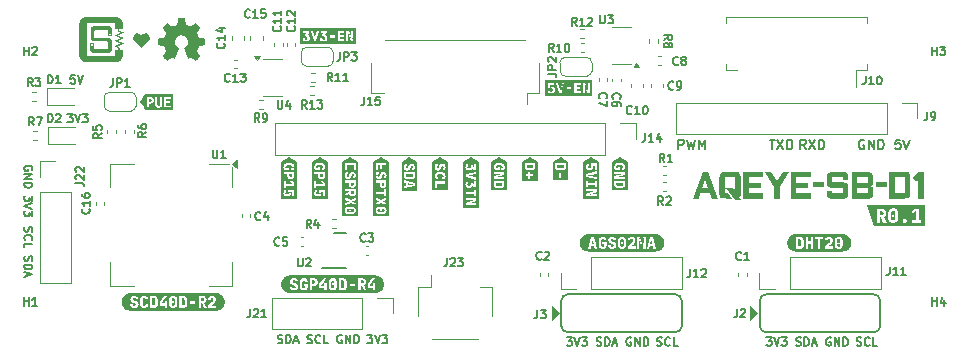
<source format=gbr>
%TF.GenerationSoftware,KiCad,Pcbnew,9.0.2*%
%TF.CreationDate,2025-06-06T22:39:28+05:30*%
%TF.ProjectId,AQEYE-SB-D1,41514559-452d-4534-922d-44312e6b6963,0.1*%
%TF.SameCoordinates,Original*%
%TF.FileFunction,Legend,Top*%
%TF.FilePolarity,Positive*%
%FSLAX46Y46*%
G04 Gerber Fmt 4.6, Leading zero omitted, Abs format (unit mm)*
G04 Created by KiCad (PCBNEW 9.0.2) date 2025-06-06 22:39:28*
%MOMM*%
%LPD*%
G01*
G04 APERTURE LIST*
%ADD10C,0.140000*%
%ADD11C,0.160000*%
%ADD12C,0.150000*%
%ADD13C,0.375000*%
%ADD14C,0.120000*%
%ADD15C,0.000000*%
%ADD16C,0.100000*%
G04 APERTURE END LIST*
D10*
X5266667Y23583447D02*
X4933333Y23583447D01*
X4933333Y23583447D02*
X4900000Y23250114D01*
X4900000Y23250114D02*
X4933333Y23283447D01*
X4933333Y23283447D02*
X5000000Y23316780D01*
X5000000Y23316780D02*
X5166667Y23316780D01*
X5166667Y23316780D02*
X5233333Y23283447D01*
X5233333Y23283447D02*
X5266667Y23250114D01*
X5266667Y23250114D02*
X5300000Y23183447D01*
X5300000Y23183447D02*
X5300000Y23016780D01*
X5300000Y23016780D02*
X5266667Y22950114D01*
X5266667Y22950114D02*
X5233333Y22916780D01*
X5233333Y22916780D02*
X5166667Y22883447D01*
X5166667Y22883447D02*
X5000000Y22883447D01*
X5000000Y22883447D02*
X4933333Y22916780D01*
X4933333Y22916780D02*
X4900000Y22950114D01*
X5500000Y23583447D02*
X5733334Y22883447D01*
X5733334Y22883447D02*
X5966667Y23583447D01*
D11*
X72090476Y18100130D02*
X72014286Y18138225D01*
X72014286Y18138225D02*
X71900000Y18138225D01*
X71900000Y18138225D02*
X71785714Y18100130D01*
X71785714Y18100130D02*
X71709524Y18023940D01*
X71709524Y18023940D02*
X71671429Y17947749D01*
X71671429Y17947749D02*
X71633333Y17795368D01*
X71633333Y17795368D02*
X71633333Y17681082D01*
X71633333Y17681082D02*
X71671429Y17528701D01*
X71671429Y17528701D02*
X71709524Y17452511D01*
X71709524Y17452511D02*
X71785714Y17376320D01*
X71785714Y17376320D02*
X71900000Y17338225D01*
X71900000Y17338225D02*
X71976191Y17338225D01*
X71976191Y17338225D02*
X72090476Y17376320D01*
X72090476Y17376320D02*
X72128572Y17414416D01*
X72128572Y17414416D02*
X72128572Y17681082D01*
X72128572Y17681082D02*
X71976191Y17681082D01*
X72471429Y17338225D02*
X72471429Y18138225D01*
X72471429Y18138225D02*
X72928572Y17338225D01*
X72928572Y17338225D02*
X72928572Y18138225D01*
X73309524Y17338225D02*
X73309524Y18138225D01*
X73309524Y18138225D02*
X73500000Y18138225D01*
X73500000Y18138225D02*
X73614286Y18100130D01*
X73614286Y18100130D02*
X73690476Y18023940D01*
X73690476Y18023940D02*
X73728571Y17947749D01*
X73728571Y17947749D02*
X73766667Y17795368D01*
X73766667Y17795368D02*
X73766667Y17681082D01*
X73766667Y17681082D02*
X73728571Y17528701D01*
X73728571Y17528701D02*
X73690476Y17452511D01*
X73690476Y17452511D02*
X73614286Y17376320D01*
X73614286Y17376320D02*
X73500000Y17338225D01*
X73500000Y17338225D02*
X73309524Y17338225D01*
D12*
G36*
X11494242Y26479917D02*
G01*
X11541689Y26539827D01*
X11576519Y26608200D01*
X11597543Y26683078D01*
X11603634Y26761657D01*
X11600858Y26801229D01*
X11594175Y26840394D01*
X11583692Y26878490D01*
X11569369Y26915525D01*
X11551616Y26950457D01*
X11530179Y26983747D01*
X11505791Y27014261D01*
X11477917Y27042645D01*
X11469146Y27050468D01*
X11409913Y27091717D01*
X11343271Y27119728D01*
X11270734Y27133714D01*
X11194646Y27132767D01*
X11118309Y27116344D01*
X11081310Y27102401D01*
X11045642Y27084737D01*
X11012061Y27063708D01*
X10980452Y27039183D01*
X10954344Y27014564D01*
X10901953Y26960465D01*
X10849502Y27014564D01*
X10790527Y27064580D01*
X10722359Y27102473D01*
X10647700Y27126461D01*
X10609074Y27132772D01*
X10570162Y27135154D01*
X10531752Y27133578D01*
X10493742Y27128026D01*
X10457376Y27118718D01*
X10422024Y27105502D01*
X10389053Y27088924D01*
X10357610Y27068568D01*
X10334760Y27050407D01*
X10281980Y26994757D01*
X10241349Y26929975D01*
X10213967Y26857701D01*
X10201047Y26780356D01*
X10203491Y26701202D01*
X10210544Y26662210D01*
X10221481Y26623994D01*
X10236039Y26587461D01*
X10254359Y26552321D01*
X10275842Y26519708D01*
X10300902Y26489018D01*
X10309420Y26479917D01*
X10837534Y25933851D01*
X10867438Y25913413D01*
X10903379Y25906570D01*
X10921977Y25908848D01*
X10939852Y25915034D01*
X10966067Y25933851D01*
X11494242Y26479917D01*
G37*
D10*
X54566666Y716780D02*
X54666666Y683447D01*
X54666666Y683447D02*
X54833333Y683447D01*
X54833333Y683447D02*
X54899999Y716780D01*
X54899999Y716780D02*
X54933333Y750114D01*
X54933333Y750114D02*
X54966666Y816780D01*
X54966666Y816780D02*
X54966666Y883447D01*
X54966666Y883447D02*
X54933333Y950114D01*
X54933333Y950114D02*
X54899999Y983447D01*
X54899999Y983447D02*
X54833333Y1016780D01*
X54833333Y1016780D02*
X54699999Y1050114D01*
X54699999Y1050114D02*
X54633333Y1083447D01*
X54633333Y1083447D02*
X54599999Y1116780D01*
X54599999Y1116780D02*
X54566666Y1183447D01*
X54566666Y1183447D02*
X54566666Y1250114D01*
X54566666Y1250114D02*
X54599999Y1316780D01*
X54599999Y1316780D02*
X54633333Y1350114D01*
X54633333Y1350114D02*
X54699999Y1383447D01*
X54699999Y1383447D02*
X54866666Y1383447D01*
X54866666Y1383447D02*
X54966666Y1350114D01*
X55666666Y750114D02*
X55633333Y716780D01*
X55633333Y716780D02*
X55533333Y683447D01*
X55533333Y683447D02*
X55466666Y683447D01*
X55466666Y683447D02*
X55366666Y716780D01*
X55366666Y716780D02*
X55300000Y783447D01*
X55300000Y783447D02*
X55266666Y850114D01*
X55266666Y850114D02*
X55233333Y983447D01*
X55233333Y983447D02*
X55233333Y1083447D01*
X55233333Y1083447D02*
X55266666Y1216780D01*
X55266666Y1216780D02*
X55300000Y1283447D01*
X55300000Y1283447D02*
X55366666Y1350114D01*
X55366666Y1350114D02*
X55466666Y1383447D01*
X55466666Y1383447D02*
X55533333Y1383447D01*
X55533333Y1383447D02*
X55633333Y1350114D01*
X55633333Y1350114D02*
X55666666Y1316780D01*
X56300000Y683447D02*
X55966666Y683447D01*
X55966666Y683447D02*
X55966666Y1383447D01*
X49450000Y716780D02*
X49550000Y683447D01*
X49550000Y683447D02*
X49716667Y683447D01*
X49716667Y683447D02*
X49783333Y716780D01*
X49783333Y716780D02*
X49816667Y750114D01*
X49816667Y750114D02*
X49850000Y816780D01*
X49850000Y816780D02*
X49850000Y883447D01*
X49850000Y883447D02*
X49816667Y950114D01*
X49816667Y950114D02*
X49783333Y983447D01*
X49783333Y983447D02*
X49716667Y1016780D01*
X49716667Y1016780D02*
X49583333Y1050114D01*
X49583333Y1050114D02*
X49516667Y1083447D01*
X49516667Y1083447D02*
X49483333Y1116780D01*
X49483333Y1116780D02*
X49450000Y1183447D01*
X49450000Y1183447D02*
X49450000Y1250114D01*
X49450000Y1250114D02*
X49483333Y1316780D01*
X49483333Y1316780D02*
X49516667Y1350114D01*
X49516667Y1350114D02*
X49583333Y1383447D01*
X49583333Y1383447D02*
X49750000Y1383447D01*
X49750000Y1383447D02*
X49850000Y1350114D01*
X50150000Y683447D02*
X50150000Y1383447D01*
X50150000Y1383447D02*
X50316667Y1383447D01*
X50316667Y1383447D02*
X50416667Y1350114D01*
X50416667Y1350114D02*
X50483334Y1283447D01*
X50483334Y1283447D02*
X50516667Y1216780D01*
X50516667Y1216780D02*
X50550000Y1083447D01*
X50550000Y1083447D02*
X50550000Y983447D01*
X50550000Y983447D02*
X50516667Y850114D01*
X50516667Y850114D02*
X50483334Y783447D01*
X50483334Y783447D02*
X50416667Y716780D01*
X50416667Y716780D02*
X50316667Y683447D01*
X50316667Y683447D02*
X50150000Y683447D01*
X50816667Y883447D02*
X51150000Y883447D01*
X50750000Y683447D02*
X50983334Y1383447D01*
X50983334Y1383447D02*
X51216667Y683447D01*
X46933333Y1383447D02*
X47366666Y1383447D01*
X47366666Y1383447D02*
X47133333Y1116780D01*
X47133333Y1116780D02*
X47233333Y1116780D01*
X47233333Y1116780D02*
X47299999Y1083447D01*
X47299999Y1083447D02*
X47333333Y1050114D01*
X47333333Y1050114D02*
X47366666Y983447D01*
X47366666Y983447D02*
X47366666Y816780D01*
X47366666Y816780D02*
X47333333Y750114D01*
X47333333Y750114D02*
X47299999Y716780D01*
X47299999Y716780D02*
X47233333Y683447D01*
X47233333Y683447D02*
X47033333Y683447D01*
X47033333Y683447D02*
X46966666Y716780D01*
X46966666Y716780D02*
X46933333Y750114D01*
X47566666Y1383447D02*
X47800000Y683447D01*
X47800000Y683447D02*
X48033333Y1383447D01*
X48200000Y1383447D02*
X48633333Y1383447D01*
X48633333Y1383447D02*
X48400000Y1116780D01*
X48400000Y1116780D02*
X48500000Y1116780D01*
X48500000Y1116780D02*
X48566666Y1083447D01*
X48566666Y1083447D02*
X48600000Y1050114D01*
X48600000Y1050114D02*
X48633333Y983447D01*
X48633333Y983447D02*
X48633333Y816780D01*
X48633333Y816780D02*
X48600000Y750114D01*
X48600000Y750114D02*
X48566666Y716780D01*
X48566666Y716780D02*
X48500000Y683447D01*
X48500000Y683447D02*
X48300000Y683447D01*
X48300000Y683447D02*
X48233333Y716780D01*
X48233333Y716780D02*
X48200000Y750114D01*
X69266667Y1350114D02*
X69200000Y1383447D01*
X69200000Y1383447D02*
X69100000Y1383447D01*
X69100000Y1383447D02*
X69000000Y1350114D01*
X69000000Y1350114D02*
X68933334Y1283447D01*
X68933334Y1283447D02*
X68900000Y1216780D01*
X68900000Y1216780D02*
X68866667Y1083447D01*
X68866667Y1083447D02*
X68866667Y983447D01*
X68866667Y983447D02*
X68900000Y850114D01*
X68900000Y850114D02*
X68933334Y783447D01*
X68933334Y783447D02*
X69000000Y716780D01*
X69000000Y716780D02*
X69100000Y683447D01*
X69100000Y683447D02*
X69166667Y683447D01*
X69166667Y683447D02*
X69266667Y716780D01*
X69266667Y716780D02*
X69300000Y750114D01*
X69300000Y750114D02*
X69300000Y983447D01*
X69300000Y983447D02*
X69166667Y983447D01*
X69600000Y683447D02*
X69600000Y1383447D01*
X69600000Y1383447D02*
X70000000Y683447D01*
X70000000Y683447D02*
X70000000Y1383447D01*
X70333333Y683447D02*
X70333333Y1383447D01*
X70333333Y1383447D02*
X70500000Y1383447D01*
X70500000Y1383447D02*
X70600000Y1350114D01*
X70600000Y1350114D02*
X70666667Y1283447D01*
X70666667Y1283447D02*
X70700000Y1216780D01*
X70700000Y1216780D02*
X70733333Y1083447D01*
X70733333Y1083447D02*
X70733333Y983447D01*
X70733333Y983447D02*
X70700000Y850114D01*
X70700000Y850114D02*
X70666667Y783447D01*
X70666667Y783447D02*
X70600000Y716780D01*
X70600000Y716780D02*
X70500000Y683447D01*
X70500000Y683447D02*
X70333333Y683447D01*
X52366667Y1350114D02*
X52300000Y1383447D01*
X52300000Y1383447D02*
X52200000Y1383447D01*
X52200000Y1383447D02*
X52100000Y1350114D01*
X52100000Y1350114D02*
X52033334Y1283447D01*
X52033334Y1283447D02*
X52000000Y1216780D01*
X52000000Y1216780D02*
X51966667Y1083447D01*
X51966667Y1083447D02*
X51966667Y983447D01*
X51966667Y983447D02*
X52000000Y850114D01*
X52000000Y850114D02*
X52033334Y783447D01*
X52033334Y783447D02*
X52100000Y716780D01*
X52100000Y716780D02*
X52200000Y683447D01*
X52200000Y683447D02*
X52266667Y683447D01*
X52266667Y683447D02*
X52366667Y716780D01*
X52366667Y716780D02*
X52400000Y750114D01*
X52400000Y750114D02*
X52400000Y983447D01*
X52400000Y983447D02*
X52266667Y983447D01*
X52700000Y683447D02*
X52700000Y1383447D01*
X52700000Y1383447D02*
X53100000Y683447D01*
X53100000Y683447D02*
X53100000Y1383447D01*
X53433333Y683447D02*
X53433333Y1383447D01*
X53433333Y1383447D02*
X53600000Y1383447D01*
X53600000Y1383447D02*
X53700000Y1350114D01*
X53700000Y1350114D02*
X53766667Y1283447D01*
X53766667Y1283447D02*
X53800000Y1216780D01*
X53800000Y1216780D02*
X53833333Y1083447D01*
X53833333Y1083447D02*
X53833333Y983447D01*
X53833333Y983447D02*
X53800000Y850114D01*
X53800000Y850114D02*
X53766667Y783447D01*
X53766667Y783447D02*
X53700000Y716780D01*
X53700000Y716780D02*
X53600000Y683447D01*
X53600000Y683447D02*
X53433333Y683447D01*
D11*
X56376190Y17338225D02*
X56376190Y18138225D01*
X56376190Y18138225D02*
X56680952Y18138225D01*
X56680952Y18138225D02*
X56757142Y18100130D01*
X56757142Y18100130D02*
X56795237Y18062035D01*
X56795237Y18062035D02*
X56833333Y17985844D01*
X56833333Y17985844D02*
X56833333Y17871559D01*
X56833333Y17871559D02*
X56795237Y17795368D01*
X56795237Y17795368D02*
X56757142Y17757273D01*
X56757142Y17757273D02*
X56680952Y17719178D01*
X56680952Y17719178D02*
X56376190Y17719178D01*
X57099999Y18138225D02*
X57290475Y17338225D01*
X57290475Y17338225D02*
X57442856Y17909654D01*
X57442856Y17909654D02*
X57595237Y17338225D01*
X57595237Y17338225D02*
X57785714Y18138225D01*
X58090476Y17338225D02*
X58090476Y18138225D01*
X58090476Y18138225D02*
X58357142Y17566797D01*
X58357142Y17566797D02*
X58623809Y18138225D01*
X58623809Y18138225D02*
X58623809Y17338225D01*
D10*
X22450000Y916780D02*
X22550000Y883447D01*
X22550000Y883447D02*
X22716667Y883447D01*
X22716667Y883447D02*
X22783333Y916780D01*
X22783333Y916780D02*
X22816667Y950114D01*
X22816667Y950114D02*
X22850000Y1016780D01*
X22850000Y1016780D02*
X22850000Y1083447D01*
X22850000Y1083447D02*
X22816667Y1150114D01*
X22816667Y1150114D02*
X22783333Y1183447D01*
X22783333Y1183447D02*
X22716667Y1216780D01*
X22716667Y1216780D02*
X22583333Y1250114D01*
X22583333Y1250114D02*
X22516667Y1283447D01*
X22516667Y1283447D02*
X22483333Y1316780D01*
X22483333Y1316780D02*
X22450000Y1383447D01*
X22450000Y1383447D02*
X22450000Y1450114D01*
X22450000Y1450114D02*
X22483333Y1516780D01*
X22483333Y1516780D02*
X22516667Y1550114D01*
X22516667Y1550114D02*
X22583333Y1583447D01*
X22583333Y1583447D02*
X22750000Y1583447D01*
X22750000Y1583447D02*
X22850000Y1550114D01*
X23150000Y883447D02*
X23150000Y1583447D01*
X23150000Y1583447D02*
X23316667Y1583447D01*
X23316667Y1583447D02*
X23416667Y1550114D01*
X23416667Y1550114D02*
X23483334Y1483447D01*
X23483334Y1483447D02*
X23516667Y1416780D01*
X23516667Y1416780D02*
X23550000Y1283447D01*
X23550000Y1283447D02*
X23550000Y1183447D01*
X23550000Y1183447D02*
X23516667Y1050114D01*
X23516667Y1050114D02*
X23483334Y983447D01*
X23483334Y983447D02*
X23416667Y916780D01*
X23416667Y916780D02*
X23316667Y883447D01*
X23316667Y883447D02*
X23150000Y883447D01*
X23816667Y1083447D02*
X24150000Y1083447D01*
X23750000Y883447D02*
X23983334Y1583447D01*
X23983334Y1583447D02*
X24216667Y883447D01*
X30033333Y1583447D02*
X30466666Y1583447D01*
X30466666Y1583447D02*
X30233333Y1316780D01*
X30233333Y1316780D02*
X30333333Y1316780D01*
X30333333Y1316780D02*
X30399999Y1283447D01*
X30399999Y1283447D02*
X30433333Y1250114D01*
X30433333Y1250114D02*
X30466666Y1183447D01*
X30466666Y1183447D02*
X30466666Y1016780D01*
X30466666Y1016780D02*
X30433333Y950114D01*
X30433333Y950114D02*
X30399999Y916780D01*
X30399999Y916780D02*
X30333333Y883447D01*
X30333333Y883447D02*
X30133333Y883447D01*
X30133333Y883447D02*
X30066666Y916780D01*
X30066666Y916780D02*
X30033333Y950114D01*
X30666666Y1583447D02*
X30900000Y883447D01*
X30900000Y883447D02*
X31133333Y1583447D01*
X31300000Y1583447D02*
X31733333Y1583447D01*
X31733333Y1583447D02*
X31500000Y1316780D01*
X31500000Y1316780D02*
X31600000Y1316780D01*
X31600000Y1316780D02*
X31666666Y1283447D01*
X31666666Y1283447D02*
X31700000Y1250114D01*
X31700000Y1250114D02*
X31733333Y1183447D01*
X31733333Y1183447D02*
X31733333Y1016780D01*
X31733333Y1016780D02*
X31700000Y950114D01*
X31700000Y950114D02*
X31666666Y916780D01*
X31666666Y916780D02*
X31600000Y883447D01*
X31600000Y883447D02*
X31400000Y883447D01*
X31400000Y883447D02*
X31333333Y916780D01*
X31333333Y916780D02*
X31300000Y950114D01*
D11*
X75147619Y18138225D02*
X74766667Y18138225D01*
X74766667Y18138225D02*
X74728571Y17757273D01*
X74728571Y17757273D02*
X74766667Y17795368D01*
X74766667Y17795368D02*
X74842857Y17833463D01*
X74842857Y17833463D02*
X75033333Y17833463D01*
X75033333Y17833463D02*
X75109524Y17795368D01*
X75109524Y17795368D02*
X75147619Y17757273D01*
X75147619Y17757273D02*
X75185714Y17681082D01*
X75185714Y17681082D02*
X75185714Y17490606D01*
X75185714Y17490606D02*
X75147619Y17414416D01*
X75147619Y17414416D02*
X75109524Y17376320D01*
X75109524Y17376320D02*
X75033333Y17338225D01*
X75033333Y17338225D02*
X74842857Y17338225D01*
X74842857Y17338225D02*
X74766667Y17376320D01*
X74766667Y17376320D02*
X74728571Y17414416D01*
X75414286Y18138225D02*
X75680953Y17338225D01*
X75680953Y17338225D02*
X75947619Y18138225D01*
D10*
X66350000Y716780D02*
X66450000Y683447D01*
X66450000Y683447D02*
X66616667Y683447D01*
X66616667Y683447D02*
X66683333Y716780D01*
X66683333Y716780D02*
X66716667Y750114D01*
X66716667Y750114D02*
X66750000Y816780D01*
X66750000Y816780D02*
X66750000Y883447D01*
X66750000Y883447D02*
X66716667Y950114D01*
X66716667Y950114D02*
X66683333Y983447D01*
X66683333Y983447D02*
X66616667Y1016780D01*
X66616667Y1016780D02*
X66483333Y1050114D01*
X66483333Y1050114D02*
X66416667Y1083447D01*
X66416667Y1083447D02*
X66383333Y1116780D01*
X66383333Y1116780D02*
X66350000Y1183447D01*
X66350000Y1183447D02*
X66350000Y1250114D01*
X66350000Y1250114D02*
X66383333Y1316780D01*
X66383333Y1316780D02*
X66416667Y1350114D01*
X66416667Y1350114D02*
X66483333Y1383447D01*
X66483333Y1383447D02*
X66650000Y1383447D01*
X66650000Y1383447D02*
X66750000Y1350114D01*
X67050000Y683447D02*
X67050000Y1383447D01*
X67050000Y1383447D02*
X67216667Y1383447D01*
X67216667Y1383447D02*
X67316667Y1350114D01*
X67316667Y1350114D02*
X67383334Y1283447D01*
X67383334Y1283447D02*
X67416667Y1216780D01*
X67416667Y1216780D02*
X67450000Y1083447D01*
X67450000Y1083447D02*
X67450000Y983447D01*
X67450000Y983447D02*
X67416667Y850114D01*
X67416667Y850114D02*
X67383334Y783447D01*
X67383334Y783447D02*
X67316667Y716780D01*
X67316667Y716780D02*
X67216667Y683447D01*
X67216667Y683447D02*
X67050000Y683447D01*
X67716667Y883447D02*
X68050000Y883447D01*
X67650000Y683447D02*
X67883334Y1383447D01*
X67883334Y1383447D02*
X68116667Y683447D01*
X63833333Y1383447D02*
X64266666Y1383447D01*
X64266666Y1383447D02*
X64033333Y1116780D01*
X64033333Y1116780D02*
X64133333Y1116780D01*
X64133333Y1116780D02*
X64199999Y1083447D01*
X64199999Y1083447D02*
X64233333Y1050114D01*
X64233333Y1050114D02*
X64266666Y983447D01*
X64266666Y983447D02*
X64266666Y816780D01*
X64266666Y816780D02*
X64233333Y750114D01*
X64233333Y750114D02*
X64199999Y716780D01*
X64199999Y716780D02*
X64133333Y683447D01*
X64133333Y683447D02*
X63933333Y683447D01*
X63933333Y683447D02*
X63866666Y716780D01*
X63866666Y716780D02*
X63833333Y750114D01*
X64466666Y1383447D02*
X64700000Y683447D01*
X64700000Y683447D02*
X64933333Y1383447D01*
X65100000Y1383447D02*
X65533333Y1383447D01*
X65533333Y1383447D02*
X65300000Y1116780D01*
X65300000Y1116780D02*
X65400000Y1116780D01*
X65400000Y1116780D02*
X65466666Y1083447D01*
X65466666Y1083447D02*
X65500000Y1050114D01*
X65500000Y1050114D02*
X65533333Y983447D01*
X65533333Y983447D02*
X65533333Y816780D01*
X65533333Y816780D02*
X65500000Y750114D01*
X65500000Y750114D02*
X65466666Y716780D01*
X65466666Y716780D02*
X65400000Y683447D01*
X65400000Y683447D02*
X65200000Y683447D01*
X65200000Y683447D02*
X65133333Y716780D01*
X65133333Y716780D02*
X65100000Y750114D01*
X1016780Y10733334D02*
X983446Y10633334D01*
X983446Y10633334D02*
X983446Y10466667D01*
X983446Y10466667D02*
X1016780Y10400001D01*
X1016780Y10400001D02*
X1050113Y10366667D01*
X1050113Y10366667D02*
X1116780Y10333334D01*
X1116780Y10333334D02*
X1183446Y10333334D01*
X1183446Y10333334D02*
X1250113Y10366667D01*
X1250113Y10366667D02*
X1283446Y10400001D01*
X1283446Y10400001D02*
X1316780Y10466667D01*
X1316780Y10466667D02*
X1350113Y10600001D01*
X1350113Y10600001D02*
X1383446Y10666667D01*
X1383446Y10666667D02*
X1416780Y10700001D01*
X1416780Y10700001D02*
X1483446Y10733334D01*
X1483446Y10733334D02*
X1550113Y10733334D01*
X1550113Y10733334D02*
X1616780Y10700001D01*
X1616780Y10700001D02*
X1650113Y10666667D01*
X1650113Y10666667D02*
X1683446Y10600001D01*
X1683446Y10600001D02*
X1683446Y10433334D01*
X1683446Y10433334D02*
X1650113Y10333334D01*
X1050113Y9633334D02*
X1016780Y9666667D01*
X1016780Y9666667D02*
X983446Y9766667D01*
X983446Y9766667D02*
X983446Y9833334D01*
X983446Y9833334D02*
X1016780Y9933334D01*
X1016780Y9933334D02*
X1083446Y10000000D01*
X1083446Y10000000D02*
X1150113Y10033334D01*
X1150113Y10033334D02*
X1283446Y10066667D01*
X1283446Y10066667D02*
X1383446Y10066667D01*
X1383446Y10066667D02*
X1516780Y10033334D01*
X1516780Y10033334D02*
X1583446Y10000000D01*
X1583446Y10000000D02*
X1650113Y9933334D01*
X1650113Y9933334D02*
X1683446Y9833334D01*
X1683446Y9833334D02*
X1683446Y9766667D01*
X1683446Y9766667D02*
X1650113Y9666667D01*
X1650113Y9666667D02*
X1616780Y9633334D01*
X983446Y9000000D02*
X983446Y9333334D01*
X983446Y9333334D02*
X1683446Y9333334D01*
X4648333Y20283447D02*
X5081666Y20283447D01*
X5081666Y20283447D02*
X4848333Y20016780D01*
X4848333Y20016780D02*
X4948333Y20016780D01*
X4948333Y20016780D02*
X5014999Y19983447D01*
X5014999Y19983447D02*
X5048333Y19950114D01*
X5048333Y19950114D02*
X5081666Y19883447D01*
X5081666Y19883447D02*
X5081666Y19716780D01*
X5081666Y19716780D02*
X5048333Y19650114D01*
X5048333Y19650114D02*
X5014999Y19616780D01*
X5014999Y19616780D02*
X4948333Y19583447D01*
X4948333Y19583447D02*
X4748333Y19583447D01*
X4748333Y19583447D02*
X4681666Y19616780D01*
X4681666Y19616780D02*
X4648333Y19650114D01*
X5281666Y20283447D02*
X5515000Y19583447D01*
X5515000Y19583447D02*
X5748333Y20283447D01*
X5915000Y20283447D02*
X6348333Y20283447D01*
X6348333Y20283447D02*
X6115000Y20016780D01*
X6115000Y20016780D02*
X6215000Y20016780D01*
X6215000Y20016780D02*
X6281666Y19983447D01*
X6281666Y19983447D02*
X6315000Y19950114D01*
X6315000Y19950114D02*
X6348333Y19883447D01*
X6348333Y19883447D02*
X6348333Y19716780D01*
X6348333Y19716780D02*
X6315000Y19650114D01*
X6315000Y19650114D02*
X6281666Y19616780D01*
X6281666Y19616780D02*
X6215000Y19583447D01*
X6215000Y19583447D02*
X6015000Y19583447D01*
X6015000Y19583447D02*
X5948333Y19616780D01*
X5948333Y19616780D02*
X5915000Y19650114D01*
X1683446Y13366668D02*
X1683446Y12933335D01*
X1683446Y12933335D02*
X1416780Y13166668D01*
X1416780Y13166668D02*
X1416780Y13066668D01*
X1416780Y13066668D02*
X1383446Y13000002D01*
X1383446Y13000002D02*
X1350113Y12966668D01*
X1350113Y12966668D02*
X1283446Y12933335D01*
X1283446Y12933335D02*
X1116780Y12933335D01*
X1116780Y12933335D02*
X1050113Y12966668D01*
X1050113Y12966668D02*
X1016780Y13000002D01*
X1016780Y13000002D02*
X983446Y13066668D01*
X983446Y13066668D02*
X983446Y13266668D01*
X983446Y13266668D02*
X1016780Y13333335D01*
X1016780Y13333335D02*
X1050113Y13366668D01*
X1683446Y12733335D02*
X983446Y12500001D01*
X983446Y12500001D02*
X1683446Y12266668D01*
X1683446Y12100001D02*
X1683446Y11666668D01*
X1683446Y11666668D02*
X1416780Y11900001D01*
X1416780Y11900001D02*
X1416780Y11800001D01*
X1416780Y11800001D02*
X1383446Y11733335D01*
X1383446Y11733335D02*
X1350113Y11700001D01*
X1350113Y11700001D02*
X1283446Y11666668D01*
X1283446Y11666668D02*
X1116780Y11666668D01*
X1116780Y11666668D02*
X1050113Y11700001D01*
X1050113Y11700001D02*
X1016780Y11733335D01*
X1016780Y11733335D02*
X983446Y11800001D01*
X983446Y11800001D02*
X983446Y12000001D01*
X983446Y12000001D02*
X1016780Y12066668D01*
X1016780Y12066668D02*
X1050113Y12100001D01*
X1016780Y8250000D02*
X983446Y8150000D01*
X983446Y8150000D02*
X983446Y7983333D01*
X983446Y7983333D02*
X1016780Y7916667D01*
X1016780Y7916667D02*
X1050113Y7883333D01*
X1050113Y7883333D02*
X1116780Y7850000D01*
X1116780Y7850000D02*
X1183446Y7850000D01*
X1183446Y7850000D02*
X1250113Y7883333D01*
X1250113Y7883333D02*
X1283446Y7916667D01*
X1283446Y7916667D02*
X1316780Y7983333D01*
X1316780Y7983333D02*
X1350113Y8116667D01*
X1350113Y8116667D02*
X1383446Y8183333D01*
X1383446Y8183333D02*
X1416780Y8216667D01*
X1416780Y8216667D02*
X1483446Y8250000D01*
X1483446Y8250000D02*
X1550113Y8250000D01*
X1550113Y8250000D02*
X1616780Y8216667D01*
X1616780Y8216667D02*
X1650113Y8183333D01*
X1650113Y8183333D02*
X1683446Y8116667D01*
X1683446Y8116667D02*
X1683446Y7950000D01*
X1683446Y7950000D02*
X1650113Y7850000D01*
X983446Y7550000D02*
X1683446Y7550000D01*
X1683446Y7550000D02*
X1683446Y7383333D01*
X1683446Y7383333D02*
X1650113Y7283333D01*
X1650113Y7283333D02*
X1583446Y7216666D01*
X1583446Y7216666D02*
X1516780Y7183333D01*
X1516780Y7183333D02*
X1383446Y7150000D01*
X1383446Y7150000D02*
X1283446Y7150000D01*
X1283446Y7150000D02*
X1150113Y7183333D01*
X1150113Y7183333D02*
X1083446Y7216666D01*
X1083446Y7216666D02*
X1016780Y7283333D01*
X1016780Y7283333D02*
X983446Y7383333D01*
X983446Y7383333D02*
X983446Y7550000D01*
X1183446Y6883333D02*
X1183446Y6550000D01*
X983446Y6950000D02*
X1683446Y6716666D01*
X1683446Y6716666D02*
X983446Y6483333D01*
D11*
X64090476Y18138225D02*
X64547619Y18138225D01*
X64319047Y17338225D02*
X64319047Y18138225D01*
X64738095Y18138225D02*
X65271429Y17338225D01*
X65271429Y18138225D02*
X64738095Y17338225D01*
X65576191Y17338225D02*
X65576191Y18138225D01*
X65576191Y18138225D02*
X65766667Y18138225D01*
X65766667Y18138225D02*
X65880953Y18100130D01*
X65880953Y18100130D02*
X65957143Y18023940D01*
X65957143Y18023940D02*
X65995238Y17947749D01*
X65995238Y17947749D02*
X66033334Y17795368D01*
X66033334Y17795368D02*
X66033334Y17681082D01*
X66033334Y17681082D02*
X65995238Y17528701D01*
X65995238Y17528701D02*
X65957143Y17452511D01*
X65957143Y17452511D02*
X65880953Y17376320D01*
X65880953Y17376320D02*
X65766667Y17338225D01*
X65766667Y17338225D02*
X65576191Y17338225D01*
D10*
X71466666Y716780D02*
X71566666Y683447D01*
X71566666Y683447D02*
X71733333Y683447D01*
X71733333Y683447D02*
X71799999Y716780D01*
X71799999Y716780D02*
X71833333Y750114D01*
X71833333Y750114D02*
X71866666Y816780D01*
X71866666Y816780D02*
X71866666Y883447D01*
X71866666Y883447D02*
X71833333Y950114D01*
X71833333Y950114D02*
X71799999Y983447D01*
X71799999Y983447D02*
X71733333Y1016780D01*
X71733333Y1016780D02*
X71599999Y1050114D01*
X71599999Y1050114D02*
X71533333Y1083447D01*
X71533333Y1083447D02*
X71499999Y1116780D01*
X71499999Y1116780D02*
X71466666Y1183447D01*
X71466666Y1183447D02*
X71466666Y1250114D01*
X71466666Y1250114D02*
X71499999Y1316780D01*
X71499999Y1316780D02*
X71533333Y1350114D01*
X71533333Y1350114D02*
X71599999Y1383447D01*
X71599999Y1383447D02*
X71766666Y1383447D01*
X71766666Y1383447D02*
X71866666Y1350114D01*
X72566666Y750114D02*
X72533333Y716780D01*
X72533333Y716780D02*
X72433333Y683447D01*
X72433333Y683447D02*
X72366666Y683447D01*
X72366666Y683447D02*
X72266666Y716780D01*
X72266666Y716780D02*
X72200000Y783447D01*
X72200000Y783447D02*
X72166666Y850114D01*
X72166666Y850114D02*
X72133333Y983447D01*
X72133333Y983447D02*
X72133333Y1083447D01*
X72133333Y1083447D02*
X72166666Y1216780D01*
X72166666Y1216780D02*
X72200000Y1283447D01*
X72200000Y1283447D02*
X72266666Y1350114D01*
X72266666Y1350114D02*
X72366666Y1383447D01*
X72366666Y1383447D02*
X72433333Y1383447D01*
X72433333Y1383447D02*
X72533333Y1350114D01*
X72533333Y1350114D02*
X72566666Y1316780D01*
X73200000Y683447D02*
X72866666Y683447D01*
X72866666Y683447D02*
X72866666Y1383447D01*
X24966666Y916780D02*
X25066666Y883447D01*
X25066666Y883447D02*
X25233333Y883447D01*
X25233333Y883447D02*
X25299999Y916780D01*
X25299999Y916780D02*
X25333333Y950114D01*
X25333333Y950114D02*
X25366666Y1016780D01*
X25366666Y1016780D02*
X25366666Y1083447D01*
X25366666Y1083447D02*
X25333333Y1150114D01*
X25333333Y1150114D02*
X25299999Y1183447D01*
X25299999Y1183447D02*
X25233333Y1216780D01*
X25233333Y1216780D02*
X25099999Y1250114D01*
X25099999Y1250114D02*
X25033333Y1283447D01*
X25033333Y1283447D02*
X24999999Y1316780D01*
X24999999Y1316780D02*
X24966666Y1383447D01*
X24966666Y1383447D02*
X24966666Y1450114D01*
X24966666Y1450114D02*
X24999999Y1516780D01*
X24999999Y1516780D02*
X25033333Y1550114D01*
X25033333Y1550114D02*
X25099999Y1583447D01*
X25099999Y1583447D02*
X25266666Y1583447D01*
X25266666Y1583447D02*
X25366666Y1550114D01*
X26066666Y950114D02*
X26033333Y916780D01*
X26033333Y916780D02*
X25933333Y883447D01*
X25933333Y883447D02*
X25866666Y883447D01*
X25866666Y883447D02*
X25766666Y916780D01*
X25766666Y916780D02*
X25700000Y983447D01*
X25700000Y983447D02*
X25666666Y1050114D01*
X25666666Y1050114D02*
X25633333Y1183447D01*
X25633333Y1183447D02*
X25633333Y1283447D01*
X25633333Y1283447D02*
X25666666Y1416780D01*
X25666666Y1416780D02*
X25700000Y1483447D01*
X25700000Y1483447D02*
X25766666Y1550114D01*
X25766666Y1550114D02*
X25866666Y1583447D01*
X25866666Y1583447D02*
X25933333Y1583447D01*
X25933333Y1583447D02*
X26033333Y1550114D01*
X26033333Y1550114D02*
X26066666Y1516780D01*
X26700000Y883447D02*
X26366666Y883447D01*
X26366666Y883447D02*
X26366666Y1583447D01*
D11*
X67166667Y17338225D02*
X66900000Y17719178D01*
X66709524Y17338225D02*
X66709524Y18138225D01*
X66709524Y18138225D02*
X67014286Y18138225D01*
X67014286Y18138225D02*
X67090476Y18100130D01*
X67090476Y18100130D02*
X67128571Y18062035D01*
X67128571Y18062035D02*
X67166667Y17985844D01*
X67166667Y17985844D02*
X67166667Y17871559D01*
X67166667Y17871559D02*
X67128571Y17795368D01*
X67128571Y17795368D02*
X67090476Y17757273D01*
X67090476Y17757273D02*
X67014286Y17719178D01*
X67014286Y17719178D02*
X66709524Y17719178D01*
X67433333Y18138225D02*
X67966667Y17338225D01*
X67966667Y18138225D02*
X67433333Y17338225D01*
X68271429Y17338225D02*
X68271429Y18138225D01*
X68271429Y18138225D02*
X68461905Y18138225D01*
X68461905Y18138225D02*
X68576191Y18100130D01*
X68576191Y18100130D02*
X68652381Y18023940D01*
X68652381Y18023940D02*
X68690476Y17947749D01*
X68690476Y17947749D02*
X68728572Y17795368D01*
X68728572Y17795368D02*
X68728572Y17681082D01*
X68728572Y17681082D02*
X68690476Y17528701D01*
X68690476Y17528701D02*
X68652381Y17452511D01*
X68652381Y17452511D02*
X68576191Y17376320D01*
X68576191Y17376320D02*
X68461905Y17338225D01*
X68461905Y17338225D02*
X68271429Y17338225D01*
D13*
G36*
X59720340Y13145500D02*
G01*
X59240879Y13145500D01*
X59076705Y13603895D01*
X58243336Y13603895D01*
X58079302Y13145500D01*
X57599842Y13145500D01*
X57929982Y14053302D01*
X58407510Y14053302D01*
X58912671Y14053302D01*
X58661706Y14745108D01*
X58407510Y14053302D01*
X57929982Y14053302D01*
X58420290Y15401523D01*
X58899751Y15401523D01*
X59720340Y13145500D01*
G37*
G36*
X61204506Y14013558D02*
G01*
X61204506Y14952116D01*
X60303585Y14952116D01*
X60303585Y13597154D01*
X60567471Y13597154D01*
X60892449Y13145500D01*
X60803972Y13145500D01*
X60651033Y13145500D01*
X60467619Y13145500D01*
X60284205Y13150275D01*
X60129721Y13163196D01*
X60039699Y13184121D01*
X59981460Y13222441D01*
X59936287Y13271883D01*
X59902911Y13333970D01*
X59870227Y13438486D01*
X59851510Y13553197D01*
X59846595Y13785203D01*
X59853055Y13970583D01*
X59853055Y14827827D01*
X59859515Y15066293D01*
X59875491Y15167235D01*
X59907686Y15246758D01*
X59959829Y15311606D01*
X60036329Y15361217D01*
X60133305Y15390009D01*
X60284205Y15401523D01*
X61140184Y15401523D01*
X61282227Y15396651D01*
X61387920Y15383827D01*
X61480089Y15356155D01*
X61547178Y15312905D01*
X61596771Y15251260D01*
X61630880Y15164742D01*
X61648250Y15062318D01*
X61655036Y14915180D01*
X61655036Y14058218D01*
X61655036Y13629877D01*
X61656581Y13521879D01*
X61648576Y13418796D01*
X61614730Y13322174D01*
X61585547Y13277823D01*
X61542403Y13233556D01*
X61709667Y13001690D01*
X61153105Y13001690D01*
X60425908Y14013137D01*
X60979241Y14013137D01*
X61204506Y13700658D01*
X61204506Y14013558D01*
G37*
G36*
X63564172Y13594907D02*
G01*
X63564172Y13145500D01*
X61874824Y13145500D01*
X61874824Y15392535D01*
X63564172Y15392535D01*
X63564172Y14943128D01*
X62325354Y14943128D01*
X62325354Y14493721D01*
X63338907Y14493721D01*
X63338907Y14044314D01*
X62325354Y14044314D01*
X62325354Y13594907D01*
X63564172Y13594907D01*
G37*
G36*
X65753065Y15401523D02*
G01*
X64951857Y14128438D01*
X64951857Y13145500D01*
X64501326Y13145500D01*
X64501326Y14128438D01*
X63696888Y15401523D01*
X64231120Y15401523D01*
X64726591Y14618291D01*
X65218973Y15401523D01*
X65753065Y15401523D01*
G37*
G36*
X67590858Y13594907D02*
G01*
X67590858Y13145500D01*
X65901509Y13145500D01*
X65901509Y15392535D01*
X67590858Y15392535D01*
X67590858Y14943128D01*
X66352040Y14943128D01*
X66352040Y14493721D01*
X67365593Y14493721D01*
X67365593Y14044314D01*
X66352040Y14044314D01*
X66352040Y13594907D01*
X67590858Y13594907D01*
G37*
G36*
X68730806Y14565626D02*
G01*
X68730806Y14116219D01*
X67791265Y14116219D01*
X67791265Y14565626D01*
X68730806Y14565626D01*
G37*
G36*
X70766479Y14163407D02*
G01*
X70766479Y13484803D01*
X70759542Y13415692D01*
X70739093Y13352228D01*
X70707141Y13294260D01*
X70666626Y13243949D01*
X70617770Y13202521D01*
X70560454Y13171341D01*
X70497462Y13152063D01*
X70428581Y13145500D01*
X69302396Y13145500D01*
X69233489Y13152026D01*
X69170382Y13171201D01*
X69112864Y13202127D01*
X69062665Y13243387D01*
X69021253Y13293568D01*
X68990198Y13350964D01*
X68971026Y13413810D01*
X68964498Y13482556D01*
X68964498Y13819611D01*
X69415028Y13819611D01*
X69415028Y13594907D01*
X70316089Y13594907D01*
X70316089Y14053302D01*
X69302396Y14053302D01*
X69233489Y14059828D01*
X69170382Y14079003D01*
X69112864Y14109928D01*
X69062665Y14151189D01*
X69021253Y14201370D01*
X68990198Y14258766D01*
X68971026Y14321612D01*
X68964498Y14390357D01*
X68964498Y15064468D01*
X68971026Y15133213D01*
X68990198Y15196060D01*
X69021332Y15253150D01*
X69062665Y15301951D01*
X69112697Y15342327D01*
X69170382Y15374137D01*
X69233569Y15394586D01*
X69302396Y15401523D01*
X70428581Y15401523D01*
X70497388Y15394583D01*
X70560454Y15374137D01*
X70617954Y15342235D01*
X70666626Y15301951D01*
X70707070Y15253319D01*
X70739093Y15196060D01*
X70759539Y15133132D01*
X70766479Y15064468D01*
X70766479Y14727413D01*
X70316089Y14727413D01*
X70316089Y14952116D01*
X69415028Y14952116D01*
X69415028Y14502709D01*
X70428581Y14502709D01*
X70497381Y14495735D01*
X70560454Y14475183D01*
X70617965Y14443121D01*
X70666767Y14402576D01*
X70707160Y14353619D01*
X70739093Y14295842D01*
X70759539Y14232497D01*
X70766479Y14163407D01*
G37*
G36*
X72559331Y15387619D02*
G01*
X72628148Y15373216D01*
X72697664Y15337904D01*
X72763495Y15285537D01*
X72805381Y15232012D01*
X72832550Y15169883D01*
X72848918Y15090730D01*
X72858936Y14940227D01*
X72856923Y14792155D01*
X72848918Y14493721D01*
X72839828Y14402504D01*
X72815072Y14333199D01*
X72771289Y14273882D01*
X72697664Y14214387D01*
X72771289Y14154891D01*
X72815072Y14095575D01*
X72839752Y14025904D01*
X72848918Y13931962D01*
X72848918Y13482556D01*
X72841978Y13413891D01*
X72821532Y13350964D01*
X72789701Y13293406D01*
X72749206Y13243387D01*
X72700249Y13202208D01*
X72642893Y13171201D01*
X72579907Y13152029D01*
X72511020Y13145500D01*
X71497467Y13145500D01*
X71384835Y13145500D01*
X71046937Y13145500D01*
X71046937Y13482556D01*
X71046937Y13707259D01*
X71046937Y13931962D01*
X71497467Y13931962D01*
X71497467Y13707259D01*
X71497467Y13594907D01*
X72398387Y13594907D01*
X72398387Y13707259D01*
X72398387Y13931962D01*
X72398387Y14044314D01*
X71497467Y14044314D01*
X71497467Y13931962D01*
X71046937Y13931962D01*
X71046937Y14044314D01*
X71046937Y14269018D01*
X71046937Y14493721D01*
X71497467Y14493721D01*
X71896456Y14493721D01*
X72398387Y14493721D01*
X72398387Y14943128D01*
X71497467Y14943128D01*
X71497467Y14493721D01*
X71046937Y14493721D01*
X71046937Y15392535D01*
X71497467Y15392535D01*
X72398387Y15392535D01*
X72411308Y15392535D01*
X72559331Y15387619D01*
G37*
G36*
X74006843Y14565626D02*
G01*
X74006843Y14116219D01*
X73067301Y14116219D01*
X73067301Y14565626D01*
X74006843Y14565626D01*
G37*
G36*
X75466572Y15400540D02*
G01*
X75651531Y15397871D01*
X75762619Y15392535D01*
X75859892Y15353516D01*
X75921877Y15310237D01*
X75967248Y15256086D01*
X75995889Y15195638D01*
X76011437Y15129303D01*
X76016815Y15055339D01*
X76020045Y14899030D01*
X76024820Y14587675D01*
X76023275Y14276461D01*
X76023275Y13663442D01*
X76020045Y13503762D01*
X76011461Y13429822D01*
X75992659Y13361918D01*
X75960903Y13300293D01*
X75912328Y13245774D01*
X75848064Y13202158D01*
X75752929Y13163477D01*
X75643526Y13152663D01*
X75461797Y13147326D01*
X75278383Y13145500D01*
X75170525Y13145500D01*
X74671824Y13145500D01*
X74559192Y13145500D01*
X74221294Y13145500D01*
X74221294Y13483960D01*
X74221294Y13594907D01*
X74671824Y13594907D01*
X75572745Y13594907D01*
X75572745Y14952116D01*
X74671824Y14952116D01*
X74671824Y13594907D01*
X74221294Y13594907D01*
X74221294Y15063063D01*
X74221294Y15401523D01*
X74559192Y15401523D01*
X74864788Y15401523D01*
X75170525Y15401523D01*
X75279928Y15401523D01*
X75466572Y15400540D01*
G37*
G36*
X77133029Y15401523D02*
G01*
X77133029Y13145500D01*
X76682499Y13145500D01*
X76682499Y14434596D01*
X76682499Y14769825D01*
X76512005Y14599191D01*
X76190258Y14914899D01*
X76682499Y15401523D01*
X77133029Y15401523D01*
G37*
D10*
X1650113Y15533334D02*
X1683446Y15600001D01*
X1683446Y15600001D02*
X1683446Y15700001D01*
X1683446Y15700001D02*
X1650113Y15800001D01*
X1650113Y15800001D02*
X1583446Y15866667D01*
X1583446Y15866667D02*
X1516780Y15900001D01*
X1516780Y15900001D02*
X1383446Y15933334D01*
X1383446Y15933334D02*
X1283446Y15933334D01*
X1283446Y15933334D02*
X1150113Y15900001D01*
X1150113Y15900001D02*
X1083446Y15866667D01*
X1083446Y15866667D02*
X1016780Y15800001D01*
X1016780Y15800001D02*
X983446Y15700001D01*
X983446Y15700001D02*
X983446Y15633334D01*
X983446Y15633334D02*
X1016780Y15533334D01*
X1016780Y15533334D02*
X1050113Y15500001D01*
X1050113Y15500001D02*
X1283446Y15500001D01*
X1283446Y15500001D02*
X1283446Y15633334D01*
X983446Y15200001D02*
X1683446Y15200001D01*
X1683446Y15200001D02*
X983446Y14800001D01*
X983446Y14800001D02*
X1683446Y14800001D01*
X983446Y14466668D02*
X1683446Y14466668D01*
X1683446Y14466668D02*
X1683446Y14300001D01*
X1683446Y14300001D02*
X1650113Y14200001D01*
X1650113Y14200001D02*
X1583446Y14133334D01*
X1583446Y14133334D02*
X1516780Y14100001D01*
X1516780Y14100001D02*
X1383446Y14066668D01*
X1383446Y14066668D02*
X1283446Y14066668D01*
X1283446Y14066668D02*
X1150113Y14100001D01*
X1150113Y14100001D02*
X1083446Y14133334D01*
X1083446Y14133334D02*
X1016780Y14200001D01*
X1016780Y14200001D02*
X983446Y14300001D01*
X983446Y14300001D02*
X983446Y14466668D01*
X27866667Y1550114D02*
X27800000Y1583447D01*
X27800000Y1583447D02*
X27700000Y1583447D01*
X27700000Y1583447D02*
X27600000Y1550114D01*
X27600000Y1550114D02*
X27533334Y1483447D01*
X27533334Y1483447D02*
X27500000Y1416780D01*
X27500000Y1416780D02*
X27466667Y1283447D01*
X27466667Y1283447D02*
X27466667Y1183447D01*
X27466667Y1183447D02*
X27500000Y1050114D01*
X27500000Y1050114D02*
X27533334Y983447D01*
X27533334Y983447D02*
X27600000Y916780D01*
X27600000Y916780D02*
X27700000Y883447D01*
X27700000Y883447D02*
X27766667Y883447D01*
X27766667Y883447D02*
X27866667Y916780D01*
X27866667Y916780D02*
X27900000Y950114D01*
X27900000Y950114D02*
X27900000Y1183447D01*
X27900000Y1183447D02*
X27766667Y1183447D01*
X28200000Y883447D02*
X28200000Y1583447D01*
X28200000Y1583447D02*
X28600000Y883447D01*
X28600000Y883447D02*
X28600000Y1583447D01*
X28933333Y883447D02*
X28933333Y1583447D01*
X28933333Y1583447D02*
X29100000Y1583447D01*
X29100000Y1583447D02*
X29200000Y1550114D01*
X29200000Y1550114D02*
X29266667Y1483447D01*
X29266667Y1483447D02*
X29300000Y1416780D01*
X29300000Y1416780D02*
X29333333Y1283447D01*
X29333333Y1283447D02*
X29333333Y1183447D01*
X29333333Y1183447D02*
X29300000Y1050114D01*
X29300000Y1050114D02*
X29266667Y983447D01*
X29266667Y983447D02*
X29200000Y916780D01*
X29200000Y916780D02*
X29100000Y883447D01*
X29100000Y883447D02*
X28933333Y883447D01*
D12*
X24904999Y20763967D02*
X24671666Y21097300D01*
X24504999Y20763967D02*
X24504999Y21463967D01*
X24504999Y21463967D02*
X24771666Y21463967D01*
X24771666Y21463967D02*
X24838333Y21430634D01*
X24838333Y21430634D02*
X24871666Y21397300D01*
X24871666Y21397300D02*
X24904999Y21330634D01*
X24904999Y21330634D02*
X24904999Y21230634D01*
X24904999Y21230634D02*
X24871666Y21163967D01*
X24871666Y21163967D02*
X24838333Y21130634D01*
X24838333Y21130634D02*
X24771666Y21097300D01*
X24771666Y21097300D02*
X24504999Y21097300D01*
X25571666Y20763967D02*
X25171666Y20763967D01*
X25371666Y20763967D02*
X25371666Y21463967D01*
X25371666Y21463967D02*
X25304999Y21363967D01*
X25304999Y21363967D02*
X25238333Y21297300D01*
X25238333Y21297300D02*
X25171666Y21263967D01*
X25805000Y21463967D02*
X26238333Y21463967D01*
X26238333Y21463967D02*
X26005000Y21197300D01*
X26005000Y21197300D02*
X26105000Y21197300D01*
X26105000Y21197300D02*
X26171666Y21163967D01*
X26171666Y21163967D02*
X26205000Y21130634D01*
X26205000Y21130634D02*
X26238333Y21063967D01*
X26238333Y21063967D02*
X26238333Y20897300D01*
X26238333Y20897300D02*
X26205000Y20830634D01*
X26205000Y20830634D02*
X26171666Y20797300D01*
X26171666Y20797300D02*
X26105000Y20763967D01*
X26105000Y20763967D02*
X25905000Y20763967D01*
X25905000Y20763967D02*
X25838333Y20797300D01*
X25838333Y20797300D02*
X25805000Y20830634D01*
X55958333Y22425634D02*
X55925000Y22392300D01*
X55925000Y22392300D02*
X55825000Y22358967D01*
X55825000Y22358967D02*
X55758333Y22358967D01*
X55758333Y22358967D02*
X55658333Y22392300D01*
X55658333Y22392300D02*
X55591667Y22458967D01*
X55591667Y22458967D02*
X55558333Y22525634D01*
X55558333Y22525634D02*
X55525000Y22658967D01*
X55525000Y22658967D02*
X55525000Y22758967D01*
X55525000Y22758967D02*
X55558333Y22892300D01*
X55558333Y22892300D02*
X55591667Y22958967D01*
X55591667Y22958967D02*
X55658333Y23025634D01*
X55658333Y23025634D02*
X55758333Y23058967D01*
X55758333Y23058967D02*
X55825000Y23058967D01*
X55825000Y23058967D02*
X55925000Y23025634D01*
X55925000Y23025634D02*
X55958333Y22992300D01*
X56291667Y22358967D02*
X56425000Y22358967D01*
X56425000Y22358967D02*
X56491667Y22392300D01*
X56491667Y22392300D02*
X56525000Y22425634D01*
X56525000Y22425634D02*
X56591667Y22525634D01*
X56591667Y22525634D02*
X56625000Y22658967D01*
X56625000Y22658967D02*
X56625000Y22925634D01*
X56625000Y22925634D02*
X56591667Y22992300D01*
X56591667Y22992300D02*
X56558333Y23025634D01*
X56558333Y23025634D02*
X56491667Y23058967D01*
X56491667Y23058967D02*
X56358333Y23058967D01*
X56358333Y23058967D02*
X56291667Y23025634D01*
X56291667Y23025634D02*
X56258333Y22992300D01*
X56258333Y22992300D02*
X56225000Y22925634D01*
X56225000Y22925634D02*
X56225000Y22758967D01*
X56225000Y22758967D02*
X56258333Y22692300D01*
X56258333Y22692300D02*
X56291667Y22658967D01*
X56291667Y22658967D02*
X56358333Y22625634D01*
X56358333Y22625634D02*
X56491667Y22625634D01*
X56491667Y22625634D02*
X56558333Y22658967D01*
X56558333Y22658967D02*
X56591667Y22692300D01*
X56591667Y22692300D02*
X56625000Y22758967D01*
X45804999Y25558967D02*
X45571666Y25892300D01*
X45404999Y25558967D02*
X45404999Y26258967D01*
X45404999Y26258967D02*
X45671666Y26258967D01*
X45671666Y26258967D02*
X45738333Y26225634D01*
X45738333Y26225634D02*
X45771666Y26192300D01*
X45771666Y26192300D02*
X45804999Y26125634D01*
X45804999Y26125634D02*
X45804999Y26025634D01*
X45804999Y26025634D02*
X45771666Y25958967D01*
X45771666Y25958967D02*
X45738333Y25925634D01*
X45738333Y25925634D02*
X45671666Y25892300D01*
X45671666Y25892300D02*
X45404999Y25892300D01*
X46471666Y25558967D02*
X46071666Y25558967D01*
X46271666Y25558967D02*
X46271666Y26258967D01*
X46271666Y26258967D02*
X46204999Y26158967D01*
X46204999Y26158967D02*
X46138333Y26092300D01*
X46138333Y26092300D02*
X46071666Y26058967D01*
X46905000Y26258967D02*
X46971666Y26258967D01*
X46971666Y26258967D02*
X47038333Y26225634D01*
X47038333Y26225634D02*
X47071666Y26192300D01*
X47071666Y26192300D02*
X47105000Y26125634D01*
X47105000Y26125634D02*
X47138333Y25992300D01*
X47138333Y25992300D02*
X47138333Y25825634D01*
X47138333Y25825634D02*
X47105000Y25692300D01*
X47105000Y25692300D02*
X47071666Y25625634D01*
X47071666Y25625634D02*
X47038333Y25592300D01*
X47038333Y25592300D02*
X46971666Y25558967D01*
X46971666Y25558967D02*
X46905000Y25558967D01*
X46905000Y25558967D02*
X46838333Y25592300D01*
X46838333Y25592300D02*
X46805000Y25625634D01*
X46805000Y25625634D02*
X46771666Y25692300D01*
X46771666Y25692300D02*
X46738333Y25825634D01*
X46738333Y25825634D02*
X46738333Y25992300D01*
X46738333Y25992300D02*
X46771666Y26125634D01*
X46771666Y26125634D02*
X46805000Y26192300D01*
X46805000Y26192300D02*
X46838333Y26225634D01*
X46838333Y26225634D02*
X46905000Y26258967D01*
X2998333Y22888967D02*
X2998333Y23588967D01*
X2998333Y23588967D02*
X3165000Y23588967D01*
X3165000Y23588967D02*
X3265000Y23555634D01*
X3265000Y23555634D02*
X3331667Y23488967D01*
X3331667Y23488967D02*
X3365000Y23422300D01*
X3365000Y23422300D02*
X3398333Y23288967D01*
X3398333Y23288967D02*
X3398333Y23188967D01*
X3398333Y23188967D02*
X3365000Y23055634D01*
X3365000Y23055634D02*
X3331667Y22988967D01*
X3331667Y22988967D02*
X3265000Y22922300D01*
X3265000Y22922300D02*
X3165000Y22888967D01*
X3165000Y22888967D02*
X2998333Y22888967D01*
X4065000Y22888967D02*
X3665000Y22888967D01*
X3865000Y22888967D02*
X3865000Y23588967D01*
X3865000Y23588967D02*
X3798333Y23488967D01*
X3798333Y23488967D02*
X3731667Y23422300D01*
X3731667Y23422300D02*
X3665000Y23388967D01*
X7531033Y18688334D02*
X7197700Y18455001D01*
X7531033Y18288334D02*
X6831033Y18288334D01*
X6831033Y18288334D02*
X6831033Y18555001D01*
X6831033Y18555001D02*
X6864366Y18621667D01*
X6864366Y18621667D02*
X6897700Y18655001D01*
X6897700Y18655001D02*
X6964366Y18688334D01*
X6964366Y18688334D02*
X7064366Y18688334D01*
X7064366Y18688334D02*
X7131033Y18655001D01*
X7131033Y18655001D02*
X7164366Y18621667D01*
X7164366Y18621667D02*
X7197700Y18555001D01*
X7197700Y18555001D02*
X7197700Y18288334D01*
X6831033Y19321667D02*
X6831033Y18988334D01*
X6831033Y18988334D02*
X7164366Y18955001D01*
X7164366Y18955001D02*
X7131033Y18988334D01*
X7131033Y18988334D02*
X7097700Y19055001D01*
X7097700Y19055001D02*
X7097700Y19221667D01*
X7097700Y19221667D02*
X7131033Y19288334D01*
X7131033Y19288334D02*
X7164366Y19321667D01*
X7164366Y19321667D02*
X7231033Y19355001D01*
X7231033Y19355001D02*
X7397700Y19355001D01*
X7397700Y19355001D02*
X7464366Y19321667D01*
X7464366Y19321667D02*
X7497700Y19288334D01*
X7497700Y19288334D02*
X7531033Y19221667D01*
X7531033Y19221667D02*
X7531033Y19055001D01*
X7531033Y19055001D02*
X7497700Y18988334D01*
X7497700Y18988334D02*
X7464366Y18955001D01*
X77866666Y4083967D02*
X77866666Y4783967D01*
X77866666Y4450634D02*
X78266666Y4450634D01*
X78266666Y4083967D02*
X78266666Y4783967D01*
X78899999Y4550634D02*
X78899999Y4083967D01*
X78733333Y4817300D02*
X78566666Y4317300D01*
X78566666Y4317300D02*
X78999999Y4317300D01*
X77866666Y25283967D02*
X77866666Y25983967D01*
X77866666Y25650634D02*
X78266666Y25650634D01*
X78266666Y25283967D02*
X78266666Y25983967D01*
X78533333Y25983967D02*
X78966666Y25983967D01*
X78966666Y25983967D02*
X78733333Y25717300D01*
X78733333Y25717300D02*
X78833333Y25717300D01*
X78833333Y25717300D02*
X78899999Y25683967D01*
X78899999Y25683967D02*
X78933333Y25650634D01*
X78933333Y25650634D02*
X78966666Y25583967D01*
X78966666Y25583967D02*
X78966666Y25417300D01*
X78966666Y25417300D02*
X78933333Y25350634D01*
X78933333Y25350634D02*
X78899999Y25317300D01*
X78899999Y25317300D02*
X78833333Y25283967D01*
X78833333Y25283967D02*
X78633333Y25283967D01*
X78633333Y25283967D02*
X78566666Y25317300D01*
X78566666Y25317300D02*
X78533333Y25350634D01*
X29888333Y9555634D02*
X29855000Y9522300D01*
X29855000Y9522300D02*
X29755000Y9488967D01*
X29755000Y9488967D02*
X29688333Y9488967D01*
X29688333Y9488967D02*
X29588333Y9522300D01*
X29588333Y9522300D02*
X29521667Y9588967D01*
X29521667Y9588967D02*
X29488333Y9655634D01*
X29488333Y9655634D02*
X29455000Y9788967D01*
X29455000Y9788967D02*
X29455000Y9888967D01*
X29455000Y9888967D02*
X29488333Y10022300D01*
X29488333Y10022300D02*
X29521667Y10088967D01*
X29521667Y10088967D02*
X29588333Y10155634D01*
X29588333Y10155634D02*
X29688333Y10188967D01*
X29688333Y10188967D02*
X29755000Y10188967D01*
X29755000Y10188967D02*
X29855000Y10155634D01*
X29855000Y10155634D02*
X29888333Y10122300D01*
X30121667Y10188967D02*
X30555000Y10188967D01*
X30555000Y10188967D02*
X30321667Y9922300D01*
X30321667Y9922300D02*
X30421667Y9922300D01*
X30421667Y9922300D02*
X30488333Y9888967D01*
X30488333Y9888967D02*
X30521667Y9855634D01*
X30521667Y9855634D02*
X30555000Y9788967D01*
X30555000Y9788967D02*
X30555000Y9622300D01*
X30555000Y9622300D02*
X30521667Y9555634D01*
X30521667Y9555634D02*
X30488333Y9522300D01*
X30488333Y9522300D02*
X30421667Y9488967D01*
X30421667Y9488967D02*
X30221667Y9488967D01*
X30221667Y9488967D02*
X30155000Y9522300D01*
X30155000Y9522300D02*
X30121667Y9555634D01*
X27064999Y23068967D02*
X26831666Y23402300D01*
X26664999Y23068967D02*
X26664999Y23768967D01*
X26664999Y23768967D02*
X26931666Y23768967D01*
X26931666Y23768967D02*
X26998333Y23735634D01*
X26998333Y23735634D02*
X27031666Y23702300D01*
X27031666Y23702300D02*
X27064999Y23635634D01*
X27064999Y23635634D02*
X27064999Y23535634D01*
X27064999Y23535634D02*
X27031666Y23468967D01*
X27031666Y23468967D02*
X26998333Y23435634D01*
X26998333Y23435634D02*
X26931666Y23402300D01*
X26931666Y23402300D02*
X26664999Y23402300D01*
X27731666Y23068967D02*
X27331666Y23068967D01*
X27531666Y23068967D02*
X27531666Y23768967D01*
X27531666Y23768967D02*
X27464999Y23668967D01*
X27464999Y23668967D02*
X27398333Y23602300D01*
X27398333Y23602300D02*
X27331666Y23568967D01*
X28398333Y23068967D02*
X27998333Y23068967D01*
X28198333Y23068967D02*
X28198333Y23768967D01*
X28198333Y23768967D02*
X28131666Y23668967D01*
X28131666Y23668967D02*
X28065000Y23602300D01*
X28065000Y23602300D02*
X27998333Y23568967D01*
X11321033Y18788334D02*
X10987700Y18555001D01*
X11321033Y18388334D02*
X10621033Y18388334D01*
X10621033Y18388334D02*
X10621033Y18655001D01*
X10621033Y18655001D02*
X10654366Y18721667D01*
X10654366Y18721667D02*
X10687700Y18755001D01*
X10687700Y18755001D02*
X10754366Y18788334D01*
X10754366Y18788334D02*
X10854366Y18788334D01*
X10854366Y18788334D02*
X10921033Y18755001D01*
X10921033Y18755001D02*
X10954366Y18721667D01*
X10954366Y18721667D02*
X10987700Y18655001D01*
X10987700Y18655001D02*
X10987700Y18388334D01*
X10621033Y19388334D02*
X10621033Y19255001D01*
X10621033Y19255001D02*
X10654366Y19188334D01*
X10654366Y19188334D02*
X10687700Y19155001D01*
X10687700Y19155001D02*
X10787700Y19088334D01*
X10787700Y19088334D02*
X10921033Y19055001D01*
X10921033Y19055001D02*
X11187700Y19055001D01*
X11187700Y19055001D02*
X11254366Y19088334D01*
X11254366Y19088334D02*
X11287700Y19121667D01*
X11287700Y19121667D02*
X11321033Y19188334D01*
X11321033Y19188334D02*
X11321033Y19321667D01*
X11321033Y19321667D02*
X11287700Y19388334D01*
X11287700Y19388334D02*
X11254366Y19421667D01*
X11254366Y19421667D02*
X11187700Y19455001D01*
X11187700Y19455001D02*
X11021033Y19455001D01*
X11021033Y19455001D02*
X10954366Y19421667D01*
X10954366Y19421667D02*
X10921033Y19388334D01*
X10921033Y19388334D02*
X10887700Y19321667D01*
X10887700Y19321667D02*
X10887700Y19188334D01*
X10887700Y19188334D02*
X10921033Y19121667D01*
X10921033Y19121667D02*
X10954366Y19088334D01*
X10954366Y19088334D02*
X11021033Y19055001D01*
X20094998Y28525634D02*
X20061665Y28492300D01*
X20061665Y28492300D02*
X19961665Y28458967D01*
X19961665Y28458967D02*
X19894998Y28458967D01*
X19894998Y28458967D02*
X19794998Y28492300D01*
X19794998Y28492300D02*
X19728332Y28558967D01*
X19728332Y28558967D02*
X19694998Y28625634D01*
X19694998Y28625634D02*
X19661665Y28758967D01*
X19661665Y28758967D02*
X19661665Y28858967D01*
X19661665Y28858967D02*
X19694998Y28992300D01*
X19694998Y28992300D02*
X19728332Y29058967D01*
X19728332Y29058967D02*
X19794998Y29125634D01*
X19794998Y29125634D02*
X19894998Y29158967D01*
X19894998Y29158967D02*
X19961665Y29158967D01*
X19961665Y29158967D02*
X20061665Y29125634D01*
X20061665Y29125634D02*
X20094998Y29092300D01*
X20761665Y28458967D02*
X20361665Y28458967D01*
X20561665Y28458967D02*
X20561665Y29158967D01*
X20561665Y29158967D02*
X20494998Y29058967D01*
X20494998Y29058967D02*
X20428332Y28992300D01*
X20428332Y28992300D02*
X20361665Y28958967D01*
X21394999Y29158967D02*
X21061665Y29158967D01*
X21061665Y29158967D02*
X21028332Y28825634D01*
X21028332Y28825634D02*
X21061665Y28858967D01*
X21061665Y28858967D02*
X21128332Y28892300D01*
X21128332Y28892300D02*
X21294999Y28892300D01*
X21294999Y28892300D02*
X21361665Y28858967D01*
X21361665Y28858967D02*
X21394999Y28825634D01*
X21394999Y28825634D02*
X21428332Y28758967D01*
X21428332Y28758967D02*
X21428332Y28592300D01*
X21428332Y28592300D02*
X21394999Y28525634D01*
X21394999Y28525634D02*
X21361665Y28492300D01*
X21361665Y28492300D02*
X21294999Y28458967D01*
X21294999Y28458967D02*
X21128332Y28458967D01*
X21128332Y28458967D02*
X21061665Y28492300D01*
X21061665Y28492300D02*
X21028332Y28525634D01*
X16949166Y17276466D02*
X16949166Y16709799D01*
X16949166Y16709799D02*
X16982500Y16643133D01*
X16982500Y16643133D02*
X17015833Y16609799D01*
X17015833Y16609799D02*
X17082500Y16576466D01*
X17082500Y16576466D02*
X17215833Y16576466D01*
X17215833Y16576466D02*
X17282500Y16609799D01*
X17282500Y16609799D02*
X17315833Y16643133D01*
X17315833Y16643133D02*
X17349166Y16709799D01*
X17349166Y16709799D02*
X17349166Y17276466D01*
X18049166Y16576466D02*
X17649166Y16576466D01*
X17849166Y16576466D02*
X17849166Y17276466D01*
X17849166Y17276466D02*
X17782499Y17176466D01*
X17782499Y17176466D02*
X17715833Y17109799D01*
X17715833Y17109799D02*
X17649166Y17076466D01*
X29758333Y21758967D02*
X29758333Y21258967D01*
X29758333Y21258967D02*
X29725000Y21158967D01*
X29725000Y21158967D02*
X29658333Y21092300D01*
X29658333Y21092300D02*
X29558333Y21058967D01*
X29558333Y21058967D02*
X29491667Y21058967D01*
X30458333Y21058967D02*
X30058333Y21058967D01*
X30258333Y21058967D02*
X30258333Y21758967D01*
X30258333Y21758967D02*
X30191666Y21658967D01*
X30191666Y21658967D02*
X30125000Y21592300D01*
X30125000Y21592300D02*
X30058333Y21558967D01*
X31091667Y21758967D02*
X30758333Y21758967D01*
X30758333Y21758967D02*
X30725000Y21425634D01*
X30725000Y21425634D02*
X30758333Y21458967D01*
X30758333Y21458967D02*
X30825000Y21492300D01*
X30825000Y21492300D02*
X30991667Y21492300D01*
X30991667Y21492300D02*
X31058333Y21458967D01*
X31058333Y21458967D02*
X31091667Y21425634D01*
X31091667Y21425634D02*
X31125000Y21358967D01*
X31125000Y21358967D02*
X31125000Y21192300D01*
X31125000Y21192300D02*
X31091667Y21125634D01*
X31091667Y21125634D02*
X31058333Y21092300D01*
X31058333Y21092300D02*
X30991667Y21058967D01*
X30991667Y21058967D02*
X30825000Y21058967D01*
X30825000Y21058967D02*
X30758333Y21092300D01*
X30758333Y21092300D02*
X30725000Y21125634D01*
X1688333Y22648967D02*
X1455000Y22982300D01*
X1288333Y22648967D02*
X1288333Y23348967D01*
X1288333Y23348967D02*
X1555000Y23348967D01*
X1555000Y23348967D02*
X1621667Y23315634D01*
X1621667Y23315634D02*
X1655000Y23282300D01*
X1655000Y23282300D02*
X1688333Y23215634D01*
X1688333Y23215634D02*
X1688333Y23115634D01*
X1688333Y23115634D02*
X1655000Y23048967D01*
X1655000Y23048967D02*
X1621667Y23015634D01*
X1621667Y23015634D02*
X1555000Y22982300D01*
X1555000Y22982300D02*
X1288333Y22982300D01*
X1921667Y23348967D02*
X2355000Y23348967D01*
X2355000Y23348967D02*
X2121667Y23082300D01*
X2121667Y23082300D02*
X2221667Y23082300D01*
X2221667Y23082300D02*
X2288333Y23048967D01*
X2288333Y23048967D02*
X2321667Y23015634D01*
X2321667Y23015634D02*
X2355000Y22948967D01*
X2355000Y22948967D02*
X2355000Y22782300D01*
X2355000Y22782300D02*
X2321667Y22715634D01*
X2321667Y22715634D02*
X2288333Y22682300D01*
X2288333Y22682300D02*
X2221667Y22648967D01*
X2221667Y22648967D02*
X2021667Y22648967D01*
X2021667Y22648967D02*
X1955000Y22682300D01*
X1955000Y22682300D02*
X1921667Y22715634D01*
X45321033Y23721667D02*
X45821033Y23721667D01*
X45821033Y23721667D02*
X45921033Y23688334D01*
X45921033Y23688334D02*
X45987700Y23621667D01*
X45987700Y23621667D02*
X46021033Y23521667D01*
X46021033Y23521667D02*
X46021033Y23455000D01*
X46021033Y24055000D02*
X45321033Y24055000D01*
X45321033Y24055000D02*
X45321033Y24321667D01*
X45321033Y24321667D02*
X45354366Y24388333D01*
X45354366Y24388333D02*
X45387700Y24421667D01*
X45387700Y24421667D02*
X45454366Y24455000D01*
X45454366Y24455000D02*
X45554366Y24455000D01*
X45554366Y24455000D02*
X45621033Y24421667D01*
X45621033Y24421667D02*
X45654366Y24388333D01*
X45654366Y24388333D02*
X45687700Y24321667D01*
X45687700Y24321667D02*
X45687700Y24055000D01*
X45387700Y24721667D02*
X45354366Y24755000D01*
X45354366Y24755000D02*
X45321033Y24821667D01*
X45321033Y24821667D02*
X45321033Y24988333D01*
X45321033Y24988333D02*
X45354366Y25055000D01*
X45354366Y25055000D02*
X45387700Y25088333D01*
X45387700Y25088333D02*
X45454366Y25121667D01*
X45454366Y25121667D02*
X45521033Y25121667D01*
X45521033Y25121667D02*
X45621033Y25088333D01*
X45621033Y25088333D02*
X46021033Y24688333D01*
X46021033Y24688333D02*
X46021033Y25121667D01*
X50845634Y21611667D02*
X50812301Y21645000D01*
X50812301Y21645000D02*
X50778967Y21745000D01*
X50778967Y21745000D02*
X50778967Y21811667D01*
X50778967Y21811667D02*
X50812301Y21911667D01*
X50812301Y21911667D02*
X50878967Y21978333D01*
X50878967Y21978333D02*
X50945634Y22011667D01*
X50945634Y22011667D02*
X51078967Y22045000D01*
X51078967Y22045000D02*
X51178967Y22045000D01*
X51178967Y22045000D02*
X51312301Y22011667D01*
X51312301Y22011667D02*
X51378967Y21978333D01*
X51378967Y21978333D02*
X51445634Y21911667D01*
X51445634Y21911667D02*
X51478967Y21811667D01*
X51478967Y21811667D02*
X51478967Y21745000D01*
X51478967Y21745000D02*
X51445634Y21645000D01*
X51445634Y21645000D02*
X51412301Y21611667D01*
X51478967Y21011667D02*
X51478967Y21145000D01*
X51478967Y21145000D02*
X51445634Y21211667D01*
X51445634Y21211667D02*
X51412301Y21245000D01*
X51412301Y21245000D02*
X51312301Y21311667D01*
X51312301Y21311667D02*
X51178967Y21345000D01*
X51178967Y21345000D02*
X50912301Y21345000D01*
X50912301Y21345000D02*
X50845634Y21311667D01*
X50845634Y21311667D02*
X50812301Y21278333D01*
X50812301Y21278333D02*
X50778967Y21211667D01*
X50778967Y21211667D02*
X50778967Y21078333D01*
X50778967Y21078333D02*
X50812301Y21011667D01*
X50812301Y21011667D02*
X50845634Y20978333D01*
X50845634Y20978333D02*
X50912301Y20945000D01*
X50912301Y20945000D02*
X51078967Y20945000D01*
X51078967Y20945000D02*
X51145634Y20978333D01*
X51145634Y20978333D02*
X51178967Y21011667D01*
X51178967Y21011667D02*
X51212301Y21078333D01*
X51212301Y21078333D02*
X51212301Y21211667D01*
X51212301Y21211667D02*
X51178967Y21278333D01*
X51178967Y21278333D02*
X51145634Y21311667D01*
X51145634Y21311667D02*
X51078967Y21345000D01*
X22441666Y21446967D02*
X22441666Y20880300D01*
X22441666Y20880300D02*
X22475000Y20813634D01*
X22475000Y20813634D02*
X22508333Y20780300D01*
X22508333Y20780300D02*
X22575000Y20746967D01*
X22575000Y20746967D02*
X22708333Y20746967D01*
X22708333Y20746967D02*
X22775000Y20780300D01*
X22775000Y20780300D02*
X22808333Y20813634D01*
X22808333Y20813634D02*
X22841666Y20880300D01*
X22841666Y20880300D02*
X22841666Y21446967D01*
X23474999Y21213634D02*
X23474999Y20746967D01*
X23308333Y21480300D02*
X23141666Y20980300D01*
X23141666Y20980300D02*
X23574999Y20980300D01*
X20992083Y11385635D02*
X20958750Y11352301D01*
X20958750Y11352301D02*
X20858750Y11318968D01*
X20858750Y11318968D02*
X20792083Y11318968D01*
X20792083Y11318968D02*
X20692083Y11352301D01*
X20692083Y11352301D02*
X20625417Y11418968D01*
X20625417Y11418968D02*
X20592083Y11485635D01*
X20592083Y11485635D02*
X20558750Y11618968D01*
X20558750Y11618968D02*
X20558750Y11718968D01*
X20558750Y11718968D02*
X20592083Y11852301D01*
X20592083Y11852301D02*
X20625417Y11918968D01*
X20625417Y11918968D02*
X20692083Y11985635D01*
X20692083Y11985635D02*
X20792083Y12018968D01*
X20792083Y12018968D02*
X20858750Y12018968D01*
X20858750Y12018968D02*
X20958750Y11985635D01*
X20958750Y11985635D02*
X20992083Y11952301D01*
X21592083Y11785635D02*
X21592083Y11318968D01*
X21425417Y12052301D02*
X21258750Y11552301D01*
X21258750Y11552301D02*
X21692083Y11552301D01*
X72218334Y23508967D02*
X72218334Y23008967D01*
X72218334Y23008967D02*
X72185001Y22908967D01*
X72185001Y22908967D02*
X72118334Y22842300D01*
X72118334Y22842300D02*
X72018334Y22808967D01*
X72018334Y22808967D02*
X71951668Y22808967D01*
X72918334Y22808967D02*
X72518334Y22808967D01*
X72718334Y22808967D02*
X72718334Y23508967D01*
X72718334Y23508967D02*
X72651667Y23408967D01*
X72651667Y23408967D02*
X72585001Y23342300D01*
X72585001Y23342300D02*
X72518334Y23308967D01*
X73351668Y23508967D02*
X73418334Y23508967D01*
X73418334Y23508967D02*
X73485001Y23475634D01*
X73485001Y23475634D02*
X73518334Y23442300D01*
X73518334Y23442300D02*
X73551668Y23375634D01*
X73551668Y23375634D02*
X73585001Y23242300D01*
X73585001Y23242300D02*
X73585001Y23075634D01*
X73585001Y23075634D02*
X73551668Y22942300D01*
X73551668Y22942300D02*
X73518334Y22875634D01*
X73518334Y22875634D02*
X73485001Y22842300D01*
X73485001Y22842300D02*
X73418334Y22808967D01*
X73418334Y22808967D02*
X73351668Y22808967D01*
X73351668Y22808967D02*
X73285001Y22842300D01*
X73285001Y22842300D02*
X73251668Y22875634D01*
X73251668Y22875634D02*
X73218334Y22942300D01*
X73218334Y22942300D02*
X73185001Y23075634D01*
X73185001Y23075634D02*
X73185001Y23242300D01*
X73185001Y23242300D02*
X73218334Y23375634D01*
X73218334Y23375634D02*
X73251668Y23442300D01*
X73251668Y23442300D02*
X73285001Y23475634D01*
X73285001Y23475634D02*
X73351668Y23508967D01*
X57358332Y7171467D02*
X57358332Y6671467D01*
X57358332Y6671467D02*
X57324999Y6571467D01*
X57324999Y6571467D02*
X57258332Y6504800D01*
X57258332Y6504800D02*
X57158332Y6471467D01*
X57158332Y6471467D02*
X57091666Y6471467D01*
X58058332Y6471467D02*
X57658332Y6471467D01*
X57858332Y6471467D02*
X57858332Y7171467D01*
X57858332Y7171467D02*
X57791665Y7071467D01*
X57791665Y7071467D02*
X57724999Y7004800D01*
X57724999Y7004800D02*
X57658332Y6971467D01*
X58324999Y7104800D02*
X58358332Y7138134D01*
X58358332Y7138134D02*
X58424999Y7171467D01*
X58424999Y7171467D02*
X58591666Y7171467D01*
X58591666Y7171467D02*
X58658332Y7138134D01*
X58658332Y7138134D02*
X58691666Y7104800D01*
X58691666Y7104800D02*
X58724999Y7038134D01*
X58724999Y7038134D02*
X58724999Y6971467D01*
X58724999Y6971467D02*
X58691666Y6871467D01*
X58691666Y6871467D02*
X58291666Y6471467D01*
X58291666Y6471467D02*
X58724999Y6471467D01*
X8521666Y23328967D02*
X8521666Y22828967D01*
X8521666Y22828967D02*
X8488333Y22728967D01*
X8488333Y22728967D02*
X8421666Y22662300D01*
X8421666Y22662300D02*
X8321666Y22628967D01*
X8321666Y22628967D02*
X8255000Y22628967D01*
X8854999Y22628967D02*
X8854999Y23328967D01*
X8854999Y23328967D02*
X9121666Y23328967D01*
X9121666Y23328967D02*
X9188333Y23295634D01*
X9188333Y23295634D02*
X9221666Y23262300D01*
X9221666Y23262300D02*
X9254999Y23195634D01*
X9254999Y23195634D02*
X9254999Y23095634D01*
X9254999Y23095634D02*
X9221666Y23028967D01*
X9221666Y23028967D02*
X9188333Y22995634D01*
X9188333Y22995634D02*
X9121666Y22962300D01*
X9121666Y22962300D02*
X8854999Y22962300D01*
X9921666Y22628967D02*
X9521666Y22628967D01*
X9721666Y22628967D02*
X9721666Y23328967D01*
X9721666Y23328967D02*
X9654999Y23228967D01*
X9654999Y23228967D02*
X9588333Y23162300D01*
X9588333Y23162300D02*
X9521666Y23128967D01*
X24156666Y8101467D02*
X24156666Y7534800D01*
X24156666Y7534800D02*
X24190000Y7468134D01*
X24190000Y7468134D02*
X24223333Y7434800D01*
X24223333Y7434800D02*
X24290000Y7401467D01*
X24290000Y7401467D02*
X24423333Y7401467D01*
X24423333Y7401467D02*
X24490000Y7434800D01*
X24490000Y7434800D02*
X24523333Y7468134D01*
X24523333Y7468134D02*
X24556666Y7534800D01*
X24556666Y7534800D02*
X24556666Y8101467D01*
X24856666Y8034800D02*
X24889999Y8068134D01*
X24889999Y8068134D02*
X24956666Y8101467D01*
X24956666Y8101467D02*
X25123333Y8101467D01*
X25123333Y8101467D02*
X25189999Y8068134D01*
X25189999Y8068134D02*
X25223333Y8034800D01*
X25223333Y8034800D02*
X25256666Y7968134D01*
X25256666Y7968134D02*
X25256666Y7901467D01*
X25256666Y7901467D02*
X25223333Y7801467D01*
X25223333Y7801467D02*
X24823333Y7401467D01*
X24823333Y7401467D02*
X25256666Y7401467D01*
X55088333Y12628966D02*
X54855000Y12962299D01*
X54688333Y12628966D02*
X54688333Y13328966D01*
X54688333Y13328966D02*
X54955000Y13328966D01*
X54955000Y13328966D02*
X55021667Y13295633D01*
X55021667Y13295633D02*
X55055000Y13262299D01*
X55055000Y13262299D02*
X55088333Y13195633D01*
X55088333Y13195633D02*
X55088333Y13095633D01*
X55088333Y13095633D02*
X55055000Y13028966D01*
X55055000Y13028966D02*
X55021667Y12995633D01*
X55021667Y12995633D02*
X54955000Y12962299D01*
X54955000Y12962299D02*
X54688333Y12962299D01*
X55355000Y13262299D02*
X55388333Y13295633D01*
X55388333Y13295633D02*
X55455000Y13328966D01*
X55455000Y13328966D02*
X55621667Y13328966D01*
X55621667Y13328966D02*
X55688333Y13295633D01*
X55688333Y13295633D02*
X55721667Y13262299D01*
X55721667Y13262299D02*
X55755000Y13195633D01*
X55755000Y13195633D02*
X55755000Y13128966D01*
X55755000Y13128966D02*
X55721667Y13028966D01*
X55721667Y13028966D02*
X55321667Y12628966D01*
X55321667Y12628966D02*
X55755000Y12628966D01*
X49741665Y28677967D02*
X49741665Y28111300D01*
X49741665Y28111300D02*
X49774999Y28044634D01*
X49774999Y28044634D02*
X49808332Y28011300D01*
X49808332Y28011300D02*
X49874999Y27977967D01*
X49874999Y27977967D02*
X50008332Y27977967D01*
X50008332Y27977967D02*
X50074999Y28011300D01*
X50074999Y28011300D02*
X50108332Y28044634D01*
X50108332Y28044634D02*
X50141665Y28111300D01*
X50141665Y28111300D02*
X50141665Y28677967D01*
X50408332Y28677967D02*
X50841665Y28677967D01*
X50841665Y28677967D02*
X50608332Y28411300D01*
X50608332Y28411300D02*
X50708332Y28411300D01*
X50708332Y28411300D02*
X50774998Y28377967D01*
X50774998Y28377967D02*
X50808332Y28344634D01*
X50808332Y28344634D02*
X50841665Y28277967D01*
X50841665Y28277967D02*
X50841665Y28111300D01*
X50841665Y28111300D02*
X50808332Y28044634D01*
X50808332Y28044634D02*
X50774998Y28011300D01*
X50774998Y28011300D02*
X50708332Y27977967D01*
X50708332Y27977967D02*
X50508332Y27977967D01*
X50508332Y27977967D02*
X50441665Y28011300D01*
X50441665Y28011300D02*
X50408332Y28044634D01*
X966666Y4083967D02*
X966666Y4783967D01*
X966666Y4450634D02*
X1366666Y4450634D01*
X1366666Y4083967D02*
X1366666Y4783967D01*
X2066666Y4083967D02*
X1666666Y4083967D01*
X1866666Y4083967D02*
X1866666Y4783967D01*
X1866666Y4783967D02*
X1799999Y4683967D01*
X1799999Y4683967D02*
X1733333Y4617300D01*
X1733333Y4617300D02*
X1666666Y4583967D01*
X61341665Y3813967D02*
X61341665Y3313967D01*
X61341665Y3313967D02*
X61308332Y3213967D01*
X61308332Y3213967D02*
X61241665Y3147300D01*
X61241665Y3147300D02*
X61141665Y3113967D01*
X61141665Y3113967D02*
X61074999Y3113967D01*
X61641665Y3747300D02*
X61674998Y3780634D01*
X61674998Y3780634D02*
X61741665Y3813967D01*
X61741665Y3813967D02*
X61908332Y3813967D01*
X61908332Y3813967D02*
X61974998Y3780634D01*
X61974998Y3780634D02*
X62008332Y3747300D01*
X62008332Y3747300D02*
X62041665Y3680634D01*
X62041665Y3680634D02*
X62041665Y3613967D01*
X62041665Y3613967D02*
X62008332Y3513967D01*
X62008332Y3513967D02*
X61608332Y3113967D01*
X61608332Y3113967D02*
X62041665Y3113967D01*
X61688333Y7995634D02*
X61655000Y7962300D01*
X61655000Y7962300D02*
X61555000Y7928967D01*
X61555000Y7928967D02*
X61488333Y7928967D01*
X61488333Y7928967D02*
X61388333Y7962300D01*
X61388333Y7962300D02*
X61321667Y8028967D01*
X61321667Y8028967D02*
X61288333Y8095634D01*
X61288333Y8095634D02*
X61255000Y8228967D01*
X61255000Y8228967D02*
X61255000Y8328967D01*
X61255000Y8328967D02*
X61288333Y8462300D01*
X61288333Y8462300D02*
X61321667Y8528967D01*
X61321667Y8528967D02*
X61388333Y8595634D01*
X61388333Y8595634D02*
X61488333Y8628967D01*
X61488333Y8628967D02*
X61555000Y8628967D01*
X61555000Y8628967D02*
X61655000Y8595634D01*
X61655000Y8595634D02*
X61688333Y8562300D01*
X62355000Y7928967D02*
X61955000Y7928967D01*
X62155000Y7928967D02*
X62155000Y8628967D01*
X62155000Y8628967D02*
X62088333Y8528967D01*
X62088333Y8528967D02*
X62021667Y8462300D01*
X62021667Y8462300D02*
X61955000Y8428967D01*
X22588333Y9215634D02*
X22555000Y9182300D01*
X22555000Y9182300D02*
X22455000Y9148967D01*
X22455000Y9148967D02*
X22388333Y9148967D01*
X22388333Y9148967D02*
X22288333Y9182300D01*
X22288333Y9182300D02*
X22221667Y9248967D01*
X22221667Y9248967D02*
X22188333Y9315634D01*
X22188333Y9315634D02*
X22155000Y9448967D01*
X22155000Y9448967D02*
X22155000Y9548967D01*
X22155000Y9548967D02*
X22188333Y9682300D01*
X22188333Y9682300D02*
X22221667Y9748967D01*
X22221667Y9748967D02*
X22288333Y9815634D01*
X22288333Y9815634D02*
X22388333Y9848967D01*
X22388333Y9848967D02*
X22455000Y9848967D01*
X22455000Y9848967D02*
X22555000Y9815634D01*
X22555000Y9815634D02*
X22588333Y9782300D01*
X23221667Y9848967D02*
X22888333Y9848967D01*
X22888333Y9848967D02*
X22855000Y9515634D01*
X22855000Y9515634D02*
X22888333Y9548967D01*
X22888333Y9548967D02*
X22955000Y9582300D01*
X22955000Y9582300D02*
X23121667Y9582300D01*
X23121667Y9582300D02*
X23188333Y9548967D01*
X23188333Y9548967D02*
X23221667Y9515634D01*
X23221667Y9515634D02*
X23255000Y9448967D01*
X23255000Y9448967D02*
X23255000Y9282300D01*
X23255000Y9282300D02*
X23221667Y9215634D01*
X23221667Y9215634D02*
X23188333Y9182300D01*
X23188333Y9182300D02*
X23121667Y9148967D01*
X23121667Y9148967D02*
X22955000Y9148967D01*
X22955000Y9148967D02*
X22888333Y9182300D01*
X22888333Y9182300D02*
X22855000Y9215634D01*
X27721666Y25528967D02*
X27721666Y25028967D01*
X27721666Y25028967D02*
X27688333Y24928967D01*
X27688333Y24928967D02*
X27621666Y24862300D01*
X27621666Y24862300D02*
X27521666Y24828967D01*
X27521666Y24828967D02*
X27455000Y24828967D01*
X28054999Y24828967D02*
X28054999Y25528967D01*
X28054999Y25528967D02*
X28321666Y25528967D01*
X28321666Y25528967D02*
X28388333Y25495634D01*
X28388333Y25495634D02*
X28421666Y25462300D01*
X28421666Y25462300D02*
X28454999Y25395634D01*
X28454999Y25395634D02*
X28454999Y25295634D01*
X28454999Y25295634D02*
X28421666Y25228967D01*
X28421666Y25228967D02*
X28388333Y25195634D01*
X28388333Y25195634D02*
X28321666Y25162300D01*
X28321666Y25162300D02*
X28054999Y25162300D01*
X28688333Y25528967D02*
X29121666Y25528967D01*
X29121666Y25528967D02*
X28888333Y25262300D01*
X28888333Y25262300D02*
X28988333Y25262300D01*
X28988333Y25262300D02*
X29054999Y25228967D01*
X29054999Y25228967D02*
X29088333Y25195634D01*
X29088333Y25195634D02*
X29121666Y25128967D01*
X29121666Y25128967D02*
X29121666Y24962300D01*
X29121666Y24962300D02*
X29088333Y24895634D01*
X29088333Y24895634D02*
X29054999Y24862300D01*
X29054999Y24862300D02*
X28988333Y24828967D01*
X28988333Y24828967D02*
X28788333Y24828967D01*
X28788333Y24828967D02*
X28721666Y24862300D01*
X28721666Y24862300D02*
X28688333Y24895634D01*
X1798333Y19328967D02*
X1565000Y19662300D01*
X1398333Y19328967D02*
X1398333Y20028967D01*
X1398333Y20028967D02*
X1665000Y20028967D01*
X1665000Y20028967D02*
X1731667Y19995634D01*
X1731667Y19995634D02*
X1765000Y19962300D01*
X1765000Y19962300D02*
X1798333Y19895634D01*
X1798333Y19895634D02*
X1798333Y19795634D01*
X1798333Y19795634D02*
X1765000Y19728967D01*
X1765000Y19728967D02*
X1731667Y19695634D01*
X1731667Y19695634D02*
X1665000Y19662300D01*
X1665000Y19662300D02*
X1398333Y19662300D01*
X2031667Y20028967D02*
X2498333Y20028967D01*
X2498333Y20028967D02*
X2198333Y19328967D01*
X23854366Y27725000D02*
X23887700Y27691667D01*
X23887700Y27691667D02*
X23921033Y27591667D01*
X23921033Y27591667D02*
X23921033Y27525000D01*
X23921033Y27525000D02*
X23887700Y27425000D01*
X23887700Y27425000D02*
X23821033Y27358333D01*
X23821033Y27358333D02*
X23754366Y27325000D01*
X23754366Y27325000D02*
X23621033Y27291667D01*
X23621033Y27291667D02*
X23521033Y27291667D01*
X23521033Y27291667D02*
X23387700Y27325000D01*
X23387700Y27325000D02*
X23321033Y27358333D01*
X23321033Y27358333D02*
X23254366Y27425000D01*
X23254366Y27425000D02*
X23221033Y27525000D01*
X23221033Y27525000D02*
X23221033Y27591667D01*
X23221033Y27591667D02*
X23254366Y27691667D01*
X23254366Y27691667D02*
X23287700Y27725000D01*
X23921033Y28391667D02*
X23921033Y27991667D01*
X23921033Y28191667D02*
X23221033Y28191667D01*
X23221033Y28191667D02*
X23321033Y28125000D01*
X23321033Y28125000D02*
X23387700Y28058333D01*
X23387700Y28058333D02*
X23421033Y27991667D01*
X23287700Y28658334D02*
X23254366Y28691667D01*
X23254366Y28691667D02*
X23221033Y28758334D01*
X23221033Y28758334D02*
X23221033Y28925000D01*
X23221033Y28925000D02*
X23254366Y28991667D01*
X23254366Y28991667D02*
X23287700Y29025000D01*
X23287700Y29025000D02*
X23354366Y29058334D01*
X23354366Y29058334D02*
X23421033Y29058334D01*
X23421033Y29058334D02*
X23521033Y29025000D01*
X23521033Y29025000D02*
X23921033Y28625000D01*
X23921033Y28625000D02*
X23921033Y29058334D01*
X2998333Y19598967D02*
X2998333Y20298967D01*
X2998333Y20298967D02*
X3165000Y20298967D01*
X3165000Y20298967D02*
X3265000Y20265634D01*
X3265000Y20265634D02*
X3331667Y20198967D01*
X3331667Y20198967D02*
X3365000Y20132300D01*
X3365000Y20132300D02*
X3398333Y19998967D01*
X3398333Y19998967D02*
X3398333Y19898967D01*
X3398333Y19898967D02*
X3365000Y19765634D01*
X3365000Y19765634D02*
X3331667Y19698967D01*
X3331667Y19698967D02*
X3265000Y19632300D01*
X3265000Y19632300D02*
X3165000Y19598967D01*
X3165000Y19598967D02*
X2998333Y19598967D01*
X3665000Y20232300D02*
X3698333Y20265634D01*
X3698333Y20265634D02*
X3765000Y20298967D01*
X3765000Y20298967D02*
X3931667Y20298967D01*
X3931667Y20298967D02*
X3998333Y20265634D01*
X3998333Y20265634D02*
X4031667Y20232300D01*
X4031667Y20232300D02*
X4065000Y20165634D01*
X4065000Y20165634D02*
X4065000Y20098967D01*
X4065000Y20098967D02*
X4031667Y19998967D01*
X4031667Y19998967D02*
X3631667Y19598967D01*
X3631667Y19598967D02*
X4065000Y19598967D01*
X55188332Y16238967D02*
X54954999Y16572300D01*
X54788332Y16238967D02*
X54788332Y16938967D01*
X54788332Y16938967D02*
X55054999Y16938967D01*
X55054999Y16938967D02*
X55121666Y16905634D01*
X55121666Y16905634D02*
X55154999Y16872300D01*
X55154999Y16872300D02*
X55188332Y16805634D01*
X55188332Y16805634D02*
X55188332Y16705634D01*
X55188332Y16705634D02*
X55154999Y16638967D01*
X55154999Y16638967D02*
X55121666Y16605634D01*
X55121666Y16605634D02*
X55054999Y16572300D01*
X55054999Y16572300D02*
X54788332Y16572300D01*
X55854999Y16238967D02*
X55454999Y16238967D01*
X55654999Y16238967D02*
X55654999Y16938967D01*
X55654999Y16938967D02*
X55588332Y16838967D01*
X55588332Y16838967D02*
X55521666Y16772300D01*
X55521666Y16772300D02*
X55454999Y16738967D01*
X20898333Y19648967D02*
X20665000Y19982300D01*
X20498333Y19648967D02*
X20498333Y20348967D01*
X20498333Y20348967D02*
X20765000Y20348967D01*
X20765000Y20348967D02*
X20831667Y20315634D01*
X20831667Y20315634D02*
X20865000Y20282300D01*
X20865000Y20282300D02*
X20898333Y20215634D01*
X20898333Y20215634D02*
X20898333Y20115634D01*
X20898333Y20115634D02*
X20865000Y20048967D01*
X20865000Y20048967D02*
X20831667Y20015634D01*
X20831667Y20015634D02*
X20765000Y19982300D01*
X20765000Y19982300D02*
X20498333Y19982300D01*
X21231667Y19648967D02*
X21365000Y19648967D01*
X21365000Y19648967D02*
X21431667Y19682300D01*
X21431667Y19682300D02*
X21465000Y19715634D01*
X21465000Y19715634D02*
X21531667Y19815634D01*
X21531667Y19815634D02*
X21565000Y19948967D01*
X21565000Y19948967D02*
X21565000Y20215634D01*
X21565000Y20215634D02*
X21531667Y20282300D01*
X21531667Y20282300D02*
X21498333Y20315634D01*
X21498333Y20315634D02*
X21431667Y20348967D01*
X21431667Y20348967D02*
X21298333Y20348967D01*
X21298333Y20348967D02*
X21231667Y20315634D01*
X21231667Y20315634D02*
X21198333Y20282300D01*
X21198333Y20282300D02*
X21165000Y20215634D01*
X21165000Y20215634D02*
X21165000Y20048967D01*
X21165000Y20048967D02*
X21198333Y19982300D01*
X21198333Y19982300D02*
X21231667Y19948967D01*
X21231667Y19948967D02*
X21298333Y19915634D01*
X21298333Y19915634D02*
X21431667Y19915634D01*
X21431667Y19915634D02*
X21498333Y19948967D01*
X21498333Y19948967D02*
X21531667Y19982300D01*
X21531667Y19982300D02*
X21565000Y20048967D01*
X52424999Y20355634D02*
X52391666Y20322300D01*
X52391666Y20322300D02*
X52291666Y20288967D01*
X52291666Y20288967D02*
X52224999Y20288967D01*
X52224999Y20288967D02*
X52124999Y20322300D01*
X52124999Y20322300D02*
X52058333Y20388967D01*
X52058333Y20388967D02*
X52024999Y20455634D01*
X52024999Y20455634D02*
X51991666Y20588967D01*
X51991666Y20588967D02*
X51991666Y20688967D01*
X51991666Y20688967D02*
X52024999Y20822300D01*
X52024999Y20822300D02*
X52058333Y20888967D01*
X52058333Y20888967D02*
X52124999Y20955634D01*
X52124999Y20955634D02*
X52224999Y20988967D01*
X52224999Y20988967D02*
X52291666Y20988967D01*
X52291666Y20988967D02*
X52391666Y20955634D01*
X52391666Y20955634D02*
X52424999Y20922300D01*
X53091666Y20288967D02*
X52691666Y20288967D01*
X52891666Y20288967D02*
X52891666Y20988967D01*
X52891666Y20988967D02*
X52824999Y20888967D01*
X52824999Y20888967D02*
X52758333Y20822300D01*
X52758333Y20822300D02*
X52691666Y20788967D01*
X53525000Y20988967D02*
X53591666Y20988967D01*
X53591666Y20988967D02*
X53658333Y20955634D01*
X53658333Y20955634D02*
X53691666Y20922300D01*
X53691666Y20922300D02*
X53725000Y20855634D01*
X53725000Y20855634D02*
X53758333Y20722300D01*
X53758333Y20722300D02*
X53758333Y20555634D01*
X53758333Y20555634D02*
X53725000Y20422300D01*
X53725000Y20422300D02*
X53691666Y20355634D01*
X53691666Y20355634D02*
X53658333Y20322300D01*
X53658333Y20322300D02*
X53591666Y20288967D01*
X53591666Y20288967D02*
X53525000Y20288967D01*
X53525000Y20288967D02*
X53458333Y20322300D01*
X53458333Y20322300D02*
X53425000Y20355634D01*
X53425000Y20355634D02*
X53391666Y20422300D01*
X53391666Y20422300D02*
X53358333Y20555634D01*
X53358333Y20555634D02*
X53358333Y20722300D01*
X53358333Y20722300D02*
X53391666Y20855634D01*
X53391666Y20855634D02*
X53425000Y20922300D01*
X53425000Y20922300D02*
X53458333Y20955634D01*
X53458333Y20955634D02*
X53525000Y20988967D01*
X18394999Y23095634D02*
X18361666Y23062300D01*
X18361666Y23062300D02*
X18261666Y23028967D01*
X18261666Y23028967D02*
X18194999Y23028967D01*
X18194999Y23028967D02*
X18094999Y23062300D01*
X18094999Y23062300D02*
X18028333Y23128967D01*
X18028333Y23128967D02*
X17994999Y23195634D01*
X17994999Y23195634D02*
X17961666Y23328967D01*
X17961666Y23328967D02*
X17961666Y23428967D01*
X17961666Y23428967D02*
X17994999Y23562300D01*
X17994999Y23562300D02*
X18028333Y23628967D01*
X18028333Y23628967D02*
X18094999Y23695634D01*
X18094999Y23695634D02*
X18194999Y23728967D01*
X18194999Y23728967D02*
X18261666Y23728967D01*
X18261666Y23728967D02*
X18361666Y23695634D01*
X18361666Y23695634D02*
X18394999Y23662300D01*
X19061666Y23028967D02*
X18661666Y23028967D01*
X18861666Y23028967D02*
X18861666Y23728967D01*
X18861666Y23728967D02*
X18794999Y23628967D01*
X18794999Y23628967D02*
X18728333Y23562300D01*
X18728333Y23562300D02*
X18661666Y23528967D01*
X19295000Y23728967D02*
X19728333Y23728967D01*
X19728333Y23728967D02*
X19495000Y23462300D01*
X19495000Y23462300D02*
X19595000Y23462300D01*
X19595000Y23462300D02*
X19661666Y23428967D01*
X19661666Y23428967D02*
X19695000Y23395634D01*
X19695000Y23395634D02*
X19728333Y23328967D01*
X19728333Y23328967D02*
X19728333Y23162300D01*
X19728333Y23162300D02*
X19695000Y23095634D01*
X19695000Y23095634D02*
X19661666Y23062300D01*
X19661666Y23062300D02*
X19595000Y23028967D01*
X19595000Y23028967D02*
X19395000Y23028967D01*
X19395000Y23028967D02*
X19328333Y23062300D01*
X19328333Y23062300D02*
X19295000Y23095634D01*
X56358333Y24525634D02*
X56325000Y24492300D01*
X56325000Y24492300D02*
X56225000Y24458967D01*
X56225000Y24458967D02*
X56158333Y24458967D01*
X56158333Y24458967D02*
X56058333Y24492300D01*
X56058333Y24492300D02*
X55991667Y24558967D01*
X55991667Y24558967D02*
X55958333Y24625634D01*
X55958333Y24625634D02*
X55925000Y24758967D01*
X55925000Y24758967D02*
X55925000Y24858967D01*
X55925000Y24858967D02*
X55958333Y24992300D01*
X55958333Y24992300D02*
X55991667Y25058967D01*
X55991667Y25058967D02*
X56058333Y25125634D01*
X56058333Y25125634D02*
X56158333Y25158967D01*
X56158333Y25158967D02*
X56225000Y25158967D01*
X56225000Y25158967D02*
X56325000Y25125634D01*
X56325000Y25125634D02*
X56358333Y25092300D01*
X56758333Y24858967D02*
X56691667Y24892300D01*
X56691667Y24892300D02*
X56658333Y24925634D01*
X56658333Y24925634D02*
X56625000Y24992300D01*
X56625000Y24992300D02*
X56625000Y25025634D01*
X56625000Y25025634D02*
X56658333Y25092300D01*
X56658333Y25092300D02*
X56691667Y25125634D01*
X56691667Y25125634D02*
X56758333Y25158967D01*
X56758333Y25158967D02*
X56891667Y25158967D01*
X56891667Y25158967D02*
X56958333Y25125634D01*
X56958333Y25125634D02*
X56991667Y25092300D01*
X56991667Y25092300D02*
X57025000Y25025634D01*
X57025000Y25025634D02*
X57025000Y24992300D01*
X57025000Y24992300D02*
X56991667Y24925634D01*
X56991667Y24925634D02*
X56958333Y24892300D01*
X56958333Y24892300D02*
X56891667Y24858967D01*
X56891667Y24858967D02*
X56758333Y24858967D01*
X56758333Y24858967D02*
X56691667Y24825634D01*
X56691667Y24825634D02*
X56658333Y24792300D01*
X56658333Y24792300D02*
X56625000Y24725634D01*
X56625000Y24725634D02*
X56625000Y24592300D01*
X56625000Y24592300D02*
X56658333Y24525634D01*
X56658333Y24525634D02*
X56691667Y24492300D01*
X56691667Y24492300D02*
X56758333Y24458967D01*
X56758333Y24458967D02*
X56891667Y24458967D01*
X56891667Y24458967D02*
X56958333Y24492300D01*
X56958333Y24492300D02*
X56991667Y24525634D01*
X56991667Y24525634D02*
X57025000Y24592300D01*
X57025000Y24592300D02*
X57025000Y24725634D01*
X57025000Y24725634D02*
X56991667Y24792300D01*
X56991667Y24792300D02*
X56958333Y24825634D01*
X56958333Y24825634D02*
X56891667Y24858967D01*
X47764999Y27758967D02*
X47531666Y28092300D01*
X47364999Y27758967D02*
X47364999Y28458967D01*
X47364999Y28458967D02*
X47631666Y28458967D01*
X47631666Y28458967D02*
X47698333Y28425634D01*
X47698333Y28425634D02*
X47731666Y28392300D01*
X47731666Y28392300D02*
X47764999Y28325634D01*
X47764999Y28325634D02*
X47764999Y28225634D01*
X47764999Y28225634D02*
X47731666Y28158967D01*
X47731666Y28158967D02*
X47698333Y28125634D01*
X47698333Y28125634D02*
X47631666Y28092300D01*
X47631666Y28092300D02*
X47364999Y28092300D01*
X48431666Y27758967D02*
X48031666Y27758967D01*
X48231666Y27758967D02*
X48231666Y28458967D01*
X48231666Y28458967D02*
X48164999Y28358967D01*
X48164999Y28358967D02*
X48098333Y28292300D01*
X48098333Y28292300D02*
X48031666Y28258967D01*
X48698333Y28392300D02*
X48731666Y28425634D01*
X48731666Y28425634D02*
X48798333Y28458967D01*
X48798333Y28458967D02*
X48965000Y28458967D01*
X48965000Y28458967D02*
X49031666Y28425634D01*
X49031666Y28425634D02*
X49065000Y28392300D01*
X49065000Y28392300D02*
X49098333Y28325634D01*
X49098333Y28325634D02*
X49098333Y28258967D01*
X49098333Y28258967D02*
X49065000Y28158967D01*
X49065000Y28158967D02*
X48665000Y27758967D01*
X48665000Y27758967D02*
X49098333Y27758967D01*
X49695633Y21641667D02*
X49662300Y21675000D01*
X49662300Y21675000D02*
X49628966Y21775000D01*
X49628966Y21775000D02*
X49628966Y21841667D01*
X49628966Y21841667D02*
X49662300Y21941667D01*
X49662300Y21941667D02*
X49728966Y22008333D01*
X49728966Y22008333D02*
X49795633Y22041667D01*
X49795633Y22041667D02*
X49928966Y22075000D01*
X49928966Y22075000D02*
X50028966Y22075000D01*
X50028966Y22075000D02*
X50162300Y22041667D01*
X50162300Y22041667D02*
X50228966Y22008333D01*
X50228966Y22008333D02*
X50295633Y21941667D01*
X50295633Y21941667D02*
X50328966Y21841667D01*
X50328966Y21841667D02*
X50328966Y21775000D01*
X50328966Y21775000D02*
X50295633Y21675000D01*
X50295633Y21675000D02*
X50262300Y21641667D01*
X50328966Y21408333D02*
X50328966Y20941667D01*
X50328966Y20941667D02*
X49628966Y21241667D01*
X74258331Y7371467D02*
X74258331Y6871467D01*
X74258331Y6871467D02*
X74224998Y6771467D01*
X74224998Y6771467D02*
X74158331Y6704800D01*
X74158331Y6704800D02*
X74058331Y6671467D01*
X74058331Y6671467D02*
X73991665Y6671467D01*
X74958331Y6671467D02*
X74558331Y6671467D01*
X74758331Y6671467D02*
X74758331Y7371467D01*
X74758331Y7371467D02*
X74691664Y7271467D01*
X74691664Y7271467D02*
X74624998Y7204800D01*
X74624998Y7204800D02*
X74558331Y7171467D01*
X75624998Y6671467D02*
X75224998Y6671467D01*
X75424998Y6671467D02*
X75424998Y7371467D01*
X75424998Y7371467D02*
X75358331Y7271467D01*
X75358331Y7271467D02*
X75291665Y7204800D01*
X75291665Y7204800D02*
X75224998Y7171467D01*
X25288333Y10658967D02*
X25055000Y10992300D01*
X24888333Y10658967D02*
X24888333Y11358967D01*
X24888333Y11358967D02*
X25155000Y11358967D01*
X25155000Y11358967D02*
X25221667Y11325634D01*
X25221667Y11325634D02*
X25255000Y11292300D01*
X25255000Y11292300D02*
X25288333Y11225634D01*
X25288333Y11225634D02*
X25288333Y11125634D01*
X25288333Y11125634D02*
X25255000Y11058967D01*
X25255000Y11058967D02*
X25221667Y11025634D01*
X25221667Y11025634D02*
X25155000Y10992300D01*
X25155000Y10992300D02*
X24888333Y10992300D01*
X25888333Y11125634D02*
X25888333Y10658967D01*
X25721667Y11392300D02*
X25555000Y10892300D01*
X25555000Y10892300D02*
X25988333Y10892300D01*
X44788333Y8025634D02*
X44755000Y7992300D01*
X44755000Y7992300D02*
X44655000Y7958967D01*
X44655000Y7958967D02*
X44588333Y7958967D01*
X44588333Y7958967D02*
X44488333Y7992300D01*
X44488333Y7992300D02*
X44421667Y8058967D01*
X44421667Y8058967D02*
X44388333Y8125634D01*
X44388333Y8125634D02*
X44355000Y8258967D01*
X44355000Y8258967D02*
X44355000Y8358967D01*
X44355000Y8358967D02*
X44388333Y8492300D01*
X44388333Y8492300D02*
X44421667Y8558967D01*
X44421667Y8558967D02*
X44488333Y8625634D01*
X44488333Y8625634D02*
X44588333Y8658967D01*
X44588333Y8658967D02*
X44655000Y8658967D01*
X44655000Y8658967D02*
X44755000Y8625634D01*
X44755000Y8625634D02*
X44788333Y8592300D01*
X45055000Y8592300D02*
X45088333Y8625634D01*
X45088333Y8625634D02*
X45155000Y8658967D01*
X45155000Y8658967D02*
X45321667Y8658967D01*
X45321667Y8658967D02*
X45388333Y8625634D01*
X45388333Y8625634D02*
X45421667Y8592300D01*
X45421667Y8592300D02*
X45455000Y8525634D01*
X45455000Y8525634D02*
X45455000Y8458967D01*
X45455000Y8458967D02*
X45421667Y8358967D01*
X45421667Y8358967D02*
X45021667Y7958967D01*
X45021667Y7958967D02*
X45455000Y7958967D01*
X55138967Y26601668D02*
X55472301Y26835001D01*
X55138967Y27001668D02*
X55838967Y27001668D01*
X55838967Y27001668D02*
X55838967Y26735001D01*
X55838967Y26735001D02*
X55805634Y26668334D01*
X55805634Y26668334D02*
X55772301Y26635001D01*
X55772301Y26635001D02*
X55705634Y26601668D01*
X55705634Y26601668D02*
X55605634Y26601668D01*
X55605634Y26601668D02*
X55538967Y26635001D01*
X55538967Y26635001D02*
X55505634Y26668334D01*
X55505634Y26668334D02*
X55472301Y26735001D01*
X55472301Y26735001D02*
X55472301Y27001668D01*
X55538967Y26201668D02*
X55572301Y26268334D01*
X55572301Y26268334D02*
X55605634Y26301668D01*
X55605634Y26301668D02*
X55672301Y26335001D01*
X55672301Y26335001D02*
X55705634Y26335001D01*
X55705634Y26335001D02*
X55772301Y26301668D01*
X55772301Y26301668D02*
X55805634Y26268334D01*
X55805634Y26268334D02*
X55838967Y26201668D01*
X55838967Y26201668D02*
X55838967Y26068334D01*
X55838967Y26068334D02*
X55805634Y26001668D01*
X55805634Y26001668D02*
X55772301Y25968334D01*
X55772301Y25968334D02*
X55705634Y25935001D01*
X55705634Y25935001D02*
X55672301Y25935001D01*
X55672301Y25935001D02*
X55605634Y25968334D01*
X55605634Y25968334D02*
X55572301Y26001668D01*
X55572301Y26001668D02*
X55538967Y26068334D01*
X55538967Y26068334D02*
X55538967Y26201668D01*
X55538967Y26201668D02*
X55505634Y26268334D01*
X55505634Y26268334D02*
X55472301Y26301668D01*
X55472301Y26301668D02*
X55405634Y26335001D01*
X55405634Y26335001D02*
X55272301Y26335001D01*
X55272301Y26335001D02*
X55205634Y26301668D01*
X55205634Y26301668D02*
X55172301Y26268334D01*
X55172301Y26268334D02*
X55138967Y26201668D01*
X55138967Y26201668D02*
X55138967Y26068334D01*
X55138967Y26068334D02*
X55172301Y26001668D01*
X55172301Y26001668D02*
X55205634Y25968334D01*
X55205634Y25968334D02*
X55272301Y25935001D01*
X55272301Y25935001D02*
X55405634Y25935001D01*
X55405634Y25935001D02*
X55472301Y25968334D01*
X55472301Y25968334D02*
X55505634Y26001668D01*
X55505634Y26001668D02*
X55538967Y26068334D01*
X966666Y25283967D02*
X966666Y25983967D01*
X966666Y25650634D02*
X1366666Y25650634D01*
X1366666Y25283967D02*
X1366666Y25983967D01*
X1666666Y25917300D02*
X1699999Y25950634D01*
X1699999Y25950634D02*
X1766666Y25983967D01*
X1766666Y25983967D02*
X1933333Y25983967D01*
X1933333Y25983967D02*
X1999999Y25950634D01*
X1999999Y25950634D02*
X2033333Y25917300D01*
X2033333Y25917300D02*
X2066666Y25850634D01*
X2066666Y25850634D02*
X2066666Y25783967D01*
X2066666Y25783967D02*
X2033333Y25683967D01*
X2033333Y25683967D02*
X1633333Y25283967D01*
X1633333Y25283967D02*
X2066666Y25283967D01*
X6474366Y12284999D02*
X6507700Y12251666D01*
X6507700Y12251666D02*
X6541033Y12151666D01*
X6541033Y12151666D02*
X6541033Y12084999D01*
X6541033Y12084999D02*
X6507700Y11984999D01*
X6507700Y11984999D02*
X6441033Y11918332D01*
X6441033Y11918332D02*
X6374366Y11884999D01*
X6374366Y11884999D02*
X6241033Y11851666D01*
X6241033Y11851666D02*
X6141033Y11851666D01*
X6141033Y11851666D02*
X6007700Y11884999D01*
X6007700Y11884999D02*
X5941033Y11918332D01*
X5941033Y11918332D02*
X5874366Y11984999D01*
X5874366Y11984999D02*
X5841033Y12084999D01*
X5841033Y12084999D02*
X5841033Y12151666D01*
X5841033Y12151666D02*
X5874366Y12251666D01*
X5874366Y12251666D02*
X5907700Y12284999D01*
X6541033Y12951666D02*
X6541033Y12551666D01*
X6541033Y12751666D02*
X5841033Y12751666D01*
X5841033Y12751666D02*
X5941033Y12684999D01*
X5941033Y12684999D02*
X6007700Y12618332D01*
X6007700Y12618332D02*
X6041033Y12551666D01*
X5841033Y13551666D02*
X5841033Y13418333D01*
X5841033Y13418333D02*
X5874366Y13351666D01*
X5874366Y13351666D02*
X5907700Y13318333D01*
X5907700Y13318333D02*
X6007700Y13251666D01*
X6007700Y13251666D02*
X6141033Y13218333D01*
X6141033Y13218333D02*
X6407700Y13218333D01*
X6407700Y13218333D02*
X6474366Y13251666D01*
X6474366Y13251666D02*
X6507700Y13284999D01*
X6507700Y13284999D02*
X6541033Y13351666D01*
X6541033Y13351666D02*
X6541033Y13484999D01*
X6541033Y13484999D02*
X6507700Y13551666D01*
X6507700Y13551666D02*
X6474366Y13584999D01*
X6474366Y13584999D02*
X6407700Y13618333D01*
X6407700Y13618333D02*
X6241033Y13618333D01*
X6241033Y13618333D02*
X6174366Y13584999D01*
X6174366Y13584999D02*
X6141033Y13551666D01*
X6141033Y13551666D02*
X6107700Y13484999D01*
X6107700Y13484999D02*
X6107700Y13351666D01*
X6107700Y13351666D02*
X6141033Y13284999D01*
X6141033Y13284999D02*
X6174366Y13251666D01*
X6174366Y13251666D02*
X6241033Y13218333D01*
X77441666Y20483968D02*
X77441666Y19983968D01*
X77441666Y19983968D02*
X77408333Y19883968D01*
X77408333Y19883968D02*
X77341666Y19817301D01*
X77341666Y19817301D02*
X77241666Y19783968D01*
X77241666Y19783968D02*
X77175000Y19783968D01*
X77808333Y19783968D02*
X77941666Y19783968D01*
X77941666Y19783968D02*
X78008333Y19817301D01*
X78008333Y19817301D02*
X78041666Y19850635D01*
X78041666Y19850635D02*
X78108333Y19950635D01*
X78108333Y19950635D02*
X78141666Y20083968D01*
X78141666Y20083968D02*
X78141666Y20350635D01*
X78141666Y20350635D02*
X78108333Y20417301D01*
X78108333Y20417301D02*
X78074999Y20450635D01*
X78074999Y20450635D02*
X78008333Y20483968D01*
X78008333Y20483968D02*
X77874999Y20483968D01*
X77874999Y20483968D02*
X77808333Y20450635D01*
X77808333Y20450635D02*
X77774999Y20417301D01*
X77774999Y20417301D02*
X77741666Y20350635D01*
X77741666Y20350635D02*
X77741666Y20183968D01*
X77741666Y20183968D02*
X77774999Y20117301D01*
X77774999Y20117301D02*
X77808333Y20083968D01*
X77808333Y20083968D02*
X77874999Y20050635D01*
X77874999Y20050635D02*
X78008333Y20050635D01*
X78008333Y20050635D02*
X78074999Y20083968D01*
X78074999Y20083968D02*
X78108333Y20117301D01*
X78108333Y20117301D02*
X78141666Y20183968D01*
X53558333Y18663967D02*
X53558333Y18163967D01*
X53558333Y18163967D02*
X53525000Y18063967D01*
X53525000Y18063967D02*
X53458333Y17997300D01*
X53458333Y17997300D02*
X53358333Y17963967D01*
X53358333Y17963967D02*
X53291667Y17963967D01*
X54258333Y17963967D02*
X53858333Y17963967D01*
X54058333Y17963967D02*
X54058333Y18663967D01*
X54058333Y18663967D02*
X53991666Y18563967D01*
X53991666Y18563967D02*
X53925000Y18497300D01*
X53925000Y18497300D02*
X53858333Y18463967D01*
X54858333Y18430634D02*
X54858333Y17963967D01*
X54691667Y18697300D02*
X54525000Y18197300D01*
X54525000Y18197300D02*
X54958333Y18197300D01*
X36758333Y8108967D02*
X36758333Y7608967D01*
X36758333Y7608967D02*
X36725000Y7508967D01*
X36725000Y7508967D02*
X36658333Y7442300D01*
X36658333Y7442300D02*
X36558333Y7408967D01*
X36558333Y7408967D02*
X36491667Y7408967D01*
X37058333Y8042300D02*
X37091666Y8075634D01*
X37091666Y8075634D02*
X37158333Y8108967D01*
X37158333Y8108967D02*
X37325000Y8108967D01*
X37325000Y8108967D02*
X37391666Y8075634D01*
X37391666Y8075634D02*
X37425000Y8042300D01*
X37425000Y8042300D02*
X37458333Y7975634D01*
X37458333Y7975634D02*
X37458333Y7908967D01*
X37458333Y7908967D02*
X37425000Y7808967D01*
X37425000Y7808967D02*
X37025000Y7408967D01*
X37025000Y7408967D02*
X37458333Y7408967D01*
X37691667Y8108967D02*
X38125000Y8108967D01*
X38125000Y8108967D02*
X37891667Y7842300D01*
X37891667Y7842300D02*
X37991667Y7842300D01*
X37991667Y7842300D02*
X38058333Y7808967D01*
X38058333Y7808967D02*
X38091667Y7775634D01*
X38091667Y7775634D02*
X38125000Y7708967D01*
X38125000Y7708967D02*
X38125000Y7542300D01*
X38125000Y7542300D02*
X38091667Y7475634D01*
X38091667Y7475634D02*
X38058333Y7442300D01*
X38058333Y7442300D02*
X37991667Y7408967D01*
X37991667Y7408967D02*
X37791667Y7408967D01*
X37791667Y7408967D02*
X37725000Y7442300D01*
X37725000Y7442300D02*
X37691667Y7475634D01*
X20108334Y3788967D02*
X20108334Y3288967D01*
X20108334Y3288967D02*
X20075001Y3188967D01*
X20075001Y3188967D02*
X20008334Y3122300D01*
X20008334Y3122300D02*
X19908334Y3088967D01*
X19908334Y3088967D02*
X19841668Y3088967D01*
X20408334Y3722300D02*
X20441667Y3755634D01*
X20441667Y3755634D02*
X20508334Y3788967D01*
X20508334Y3788967D02*
X20675001Y3788967D01*
X20675001Y3788967D02*
X20741667Y3755634D01*
X20741667Y3755634D02*
X20775001Y3722300D01*
X20775001Y3722300D02*
X20808334Y3655634D01*
X20808334Y3655634D02*
X20808334Y3588967D01*
X20808334Y3588967D02*
X20775001Y3488967D01*
X20775001Y3488967D02*
X20375001Y3088967D01*
X20375001Y3088967D02*
X20808334Y3088967D01*
X21475001Y3088967D02*
X21075001Y3088967D01*
X21275001Y3088967D02*
X21275001Y3788967D01*
X21275001Y3788967D02*
X21208334Y3688967D01*
X21208334Y3688967D02*
X21141668Y3622300D01*
X21141668Y3622300D02*
X21075001Y3588967D01*
X22684366Y27725000D02*
X22717700Y27691667D01*
X22717700Y27691667D02*
X22751033Y27591667D01*
X22751033Y27591667D02*
X22751033Y27525000D01*
X22751033Y27525000D02*
X22717700Y27425000D01*
X22717700Y27425000D02*
X22651033Y27358333D01*
X22651033Y27358333D02*
X22584366Y27325000D01*
X22584366Y27325000D02*
X22451033Y27291667D01*
X22451033Y27291667D02*
X22351033Y27291667D01*
X22351033Y27291667D02*
X22217700Y27325000D01*
X22217700Y27325000D02*
X22151033Y27358333D01*
X22151033Y27358333D02*
X22084366Y27425000D01*
X22084366Y27425000D02*
X22051033Y27525000D01*
X22051033Y27525000D02*
X22051033Y27591667D01*
X22051033Y27591667D02*
X22084366Y27691667D01*
X22084366Y27691667D02*
X22117700Y27725000D01*
X22751033Y28391667D02*
X22751033Y27991667D01*
X22751033Y28191667D02*
X22051033Y28191667D01*
X22051033Y28191667D02*
X22151033Y28125000D01*
X22151033Y28125000D02*
X22217700Y28058333D01*
X22217700Y28058333D02*
X22251033Y27991667D01*
X22751033Y29058334D02*
X22751033Y28658334D01*
X22751033Y28858334D02*
X22051033Y28858334D01*
X22051033Y28858334D02*
X22151033Y28791667D01*
X22151033Y28791667D02*
X22217700Y28725000D01*
X22217700Y28725000D02*
X22251033Y28658334D01*
X17904365Y26295000D02*
X17937699Y26261667D01*
X17937699Y26261667D02*
X17971032Y26161667D01*
X17971032Y26161667D02*
X17971032Y26095000D01*
X17971032Y26095000D02*
X17937699Y25995000D01*
X17937699Y25995000D02*
X17871032Y25928333D01*
X17871032Y25928333D02*
X17804365Y25895000D01*
X17804365Y25895000D02*
X17671032Y25861667D01*
X17671032Y25861667D02*
X17571032Y25861667D01*
X17571032Y25861667D02*
X17437699Y25895000D01*
X17437699Y25895000D02*
X17371032Y25928333D01*
X17371032Y25928333D02*
X17304365Y25995000D01*
X17304365Y25995000D02*
X17271032Y26095000D01*
X17271032Y26095000D02*
X17271032Y26161667D01*
X17271032Y26161667D02*
X17304365Y26261667D01*
X17304365Y26261667D02*
X17337699Y26295000D01*
X17971032Y26961667D02*
X17971032Y26561667D01*
X17971032Y26761667D02*
X17271032Y26761667D01*
X17271032Y26761667D02*
X17371032Y26695000D01*
X17371032Y26695000D02*
X17437699Y26628333D01*
X17437699Y26628333D02*
X17471032Y26561667D01*
X17504365Y27561667D02*
X17971032Y27561667D01*
X17237699Y27395000D02*
X17737699Y27228334D01*
X17737699Y27228334D02*
X17737699Y27661667D01*
X44441665Y3713967D02*
X44441665Y3213967D01*
X44441665Y3213967D02*
X44408332Y3113967D01*
X44408332Y3113967D02*
X44341665Y3047300D01*
X44341665Y3047300D02*
X44241665Y3013967D01*
X44241665Y3013967D02*
X44174999Y3013967D01*
X44708332Y3713967D02*
X45141665Y3713967D01*
X45141665Y3713967D02*
X44908332Y3447300D01*
X44908332Y3447300D02*
X45008332Y3447300D01*
X45008332Y3447300D02*
X45074998Y3413967D01*
X45074998Y3413967D02*
X45108332Y3380634D01*
X45108332Y3380634D02*
X45141665Y3313967D01*
X45141665Y3313967D02*
X45141665Y3147300D01*
X45141665Y3147300D02*
X45108332Y3080634D01*
X45108332Y3080634D02*
X45074998Y3047300D01*
X45074998Y3047300D02*
X45008332Y3013967D01*
X45008332Y3013967D02*
X44808332Y3013967D01*
X44808332Y3013967D02*
X44741665Y3047300D01*
X44741665Y3047300D02*
X44708332Y3080634D01*
X5311034Y14458334D02*
X5811034Y14458334D01*
X5811034Y14458334D02*
X5911034Y14425001D01*
X5911034Y14425001D02*
X5977701Y14358334D01*
X5977701Y14358334D02*
X6011034Y14258334D01*
X6011034Y14258334D02*
X6011034Y14191667D01*
X5377701Y14758334D02*
X5344367Y14791667D01*
X5344367Y14791667D02*
X5311034Y14858334D01*
X5311034Y14858334D02*
X5311034Y15025000D01*
X5311034Y15025000D02*
X5344367Y15091667D01*
X5344367Y15091667D02*
X5377701Y15125000D01*
X5377701Y15125000D02*
X5444367Y15158334D01*
X5444367Y15158334D02*
X5511034Y15158334D01*
X5511034Y15158334D02*
X5611034Y15125000D01*
X5611034Y15125000D02*
X6011034Y14725000D01*
X6011034Y14725000D02*
X6011034Y15158334D01*
X5377701Y15425001D02*
X5344367Y15458334D01*
X5344367Y15458334D02*
X5311034Y15525001D01*
X5311034Y15525001D02*
X5311034Y15691667D01*
X5311034Y15691667D02*
X5344367Y15758334D01*
X5344367Y15758334D02*
X5377701Y15791667D01*
X5377701Y15791667D02*
X5444367Y15825001D01*
X5444367Y15825001D02*
X5511034Y15825001D01*
X5511034Y15825001D02*
X5611034Y15791667D01*
X5611034Y15791667D02*
X6011034Y15391667D01*
X6011034Y15391667D02*
X6011034Y15825001D01*
D14*
X25498641Y22670000D02*
X25191359Y22670000D01*
X25498641Y21910000D02*
X25191359Y21910000D01*
X54035000Y22865581D02*
X54035000Y22584419D01*
X55055000Y22865581D02*
X55055000Y22584419D01*
D15*
G36*
X49147945Y9634932D02*
G01*
X49167808Y9531507D01*
X49215753Y9290411D01*
X49047260Y9290411D01*
X49097945Y9532877D01*
X49117808Y9635616D01*
X49132192Y9715068D01*
X49147945Y9634932D01*
G37*
G36*
X54079452Y9634932D02*
G01*
X54099315Y9531507D01*
X54147260Y9290411D01*
X53978767Y9290411D01*
X54029452Y9532877D01*
X54049315Y9635616D01*
X54063698Y9715068D01*
X54079452Y9634932D01*
G37*
G36*
X51698630Y9702740D02*
G01*
X51734931Y9612329D01*
X51734931Y9187671D01*
X51698630Y9097260D01*
X51599315Y9064384D01*
X51597945Y9064828D01*
X51497945Y9097260D01*
X51460959Y9187671D01*
X51460959Y9404110D01*
X51502055Y9404110D01*
X51528767Y9332877D01*
X51597945Y9305479D01*
X51667808Y9332877D01*
X51693835Y9404110D01*
X51667808Y9473973D01*
X51597945Y9500000D01*
X51528767Y9473973D01*
X51502055Y9404110D01*
X51460959Y9404110D01*
X51460959Y9612329D01*
X51497260Y9702740D01*
X51597945Y9735616D01*
X51698630Y9702740D01*
G37*
G36*
X54513255Y10138436D02*
G01*
X54585284Y10127752D01*
X54655919Y10110058D01*
X54724480Y10085527D01*
X54790306Y10054394D01*
X54852763Y10016958D01*
X54911251Y9973581D01*
X54965205Y9924680D01*
X55014106Y9870726D01*
X55057483Y9812238D01*
X55094919Y9749781D01*
X55126052Y9683955D01*
X55150583Y9615394D01*
X55168277Y9544759D01*
X55178961Y9472730D01*
X55182534Y9400000D01*
X55178961Y9327270D01*
X55168277Y9255241D01*
X55150583Y9184606D01*
X55126052Y9116045D01*
X55094919Y9050219D01*
X55057483Y8987762D01*
X55014106Y8929274D01*
X54965205Y8875320D01*
X54911251Y8826419D01*
X54852763Y8783042D01*
X54790306Y8745606D01*
X54724480Y8714473D01*
X54655919Y8689942D01*
X54585284Y8672248D01*
X54513255Y8661564D01*
X54440525Y8657991D01*
X54440411Y8657991D01*
X53686986Y8657991D01*
X52888356Y8657991D01*
X52104794Y8657991D01*
X51599315Y8657991D01*
X50776027Y8657991D01*
X49960959Y8657991D01*
X48755479Y8657991D01*
X48755365Y8657991D01*
X48682635Y8661564D01*
X48610606Y8672248D01*
X48539971Y8689942D01*
X48471410Y8714473D01*
X48405584Y8745606D01*
X48343127Y8783042D01*
X48284639Y8826419D01*
X48230685Y8875320D01*
X48208316Y8900000D01*
X48755479Y8900000D01*
X48965068Y8900000D01*
X49013013Y9126027D01*
X49251370Y9126027D01*
X49299315Y8900000D01*
X49508904Y8900000D01*
X49332286Y9612329D01*
X49625342Y9612329D01*
X49625342Y9187671D01*
X49635787Y9102911D01*
X49667123Y9029452D01*
X49717294Y8969178D01*
X49784246Y8923973D01*
X49866096Y8895719D01*
X49960959Y8886301D01*
X50054623Y8895719D01*
X50135616Y8923973D01*
X50202055Y8969178D01*
X50252055Y9029452D01*
X50283390Y9102911D01*
X50292147Y9173973D01*
X50429452Y9173973D01*
X50440068Y9092123D01*
X50471918Y9021918D01*
X50523287Y8964726D01*
X50592466Y8921918D01*
X50677397Y8895205D01*
X50776027Y8886301D01*
X50874486Y8895548D01*
X50958904Y8923288D01*
X51027740Y8967808D01*
X51079452Y9027397D01*
X51111815Y9099658D01*
X51122603Y9182192D01*
X51105479Y9293322D01*
X51054109Y9382877D01*
X51001294Y9429985D01*
X50934170Y9466286D01*
X50852740Y9491781D01*
X50745890Y9516438D01*
X50673972Y9558219D01*
X50655605Y9612329D01*
X51269178Y9612329D01*
X51269178Y9187671D01*
X51279281Y9102911D01*
X51309589Y9029452D01*
X51358390Y8969178D01*
X51423972Y8923973D01*
X51504794Y8895719D01*
X51599315Y8886301D01*
X51692637Y8895719D01*
X51772603Y8923973D01*
X51837671Y8969178D01*
X51886301Y9029452D01*
X51916609Y9102911D01*
X51926712Y9187671D01*
X51926712Y9591781D01*
X52077397Y9591781D01*
X52282877Y9591781D01*
X52291609Y9649144D01*
X52317808Y9692466D01*
X52414383Y9728767D01*
X52502740Y9695890D01*
X52534931Y9602740D01*
X52506849Y9501370D01*
X52471746Y9452740D01*
X52422603Y9400000D01*
X52104794Y9093151D01*
X52104794Y8900000D01*
X52751370Y8900000D01*
X52888356Y8900000D01*
X53076027Y8900000D01*
X53076027Y9173973D01*
X53075000Y9253767D01*
X53071918Y9336986D01*
X53067294Y9421062D01*
X53061644Y9503425D01*
X53055308Y9582192D01*
X53048630Y9655479D01*
X53041781Y9721062D01*
X53034931Y9776712D01*
X53155479Y9324658D01*
X53329452Y9324658D01*
X53444520Y9776712D01*
X53438698Y9718664D01*
X53432192Y9651370D01*
X53425685Y9576884D01*
X53419863Y9497260D01*
X53414897Y9414897D01*
X53410959Y9332192D01*
X53408390Y9251199D01*
X53407534Y9173973D01*
X53407534Y8900000D01*
X53595205Y8900000D01*
X53686986Y8900000D01*
X53896575Y8900000D01*
X53944520Y9126027D01*
X54182877Y9126027D01*
X54230822Y8900000D01*
X54440411Y8900000D01*
X54192466Y9900000D01*
X53932192Y9900000D01*
X53686986Y8900000D01*
X53595205Y8900000D01*
X53595205Y9900000D01*
X53363698Y9900000D01*
X53273287Y9584932D01*
X53252055Y9498630D01*
X53243150Y9446575D01*
X53234246Y9498630D01*
X53211644Y9584932D01*
X53119863Y9900000D01*
X52888356Y9900000D01*
X52888356Y8900000D01*
X52751370Y8900000D01*
X52751370Y9084932D01*
X52358219Y9084932D01*
X52539041Y9252055D01*
X52602968Y9315982D01*
X52654109Y9378082D01*
X52692466Y9438356D01*
X52728424Y9529452D01*
X52740411Y9624658D01*
X52730308Y9706507D01*
X52700000Y9776712D01*
X52651712Y9834075D01*
X52587671Y9877397D01*
X52509418Y9904623D01*
X52418493Y9913699D01*
X52321233Y9903767D01*
X52237671Y9873973D01*
X52169692Y9826199D01*
X52119178Y9762329D01*
X52087842Y9683733D01*
X52077397Y9591781D01*
X51926712Y9591781D01*
X51926712Y9612329D01*
X51916609Y9697089D01*
X51886301Y9770548D01*
X51837671Y9830822D01*
X51772603Y9876027D01*
X51692294Y9904281D01*
X51597945Y9913699D01*
X51504452Y9904281D01*
X51423972Y9876027D01*
X51358390Y9830822D01*
X51309589Y9770548D01*
X51279281Y9697089D01*
X51269178Y9612329D01*
X50655605Y9612329D01*
X50648630Y9632877D01*
X50680137Y9708904D01*
X50770548Y9735616D01*
X50867123Y9708219D01*
X50900685Y9632877D01*
X51106164Y9632877D01*
X51096195Y9712861D01*
X51066286Y9781126D01*
X51016438Y9837671D01*
X50949543Y9879909D01*
X50868493Y9905251D01*
X50773287Y9913699D01*
X50678767Y9904795D01*
X50597945Y9878082D01*
X50532363Y9835103D01*
X50483561Y9777397D01*
X50453253Y9706678D01*
X50443150Y9624658D01*
X50460787Y9515925D01*
X50513698Y9425342D01*
X50567047Y9376712D01*
X50633029Y9339498D01*
X50711644Y9313699D01*
X50813013Y9290411D01*
X50889726Y9247945D01*
X50917123Y9172603D01*
X50880822Y9093151D01*
X50780137Y9064384D01*
X50720034Y9071747D01*
X50673972Y9093836D01*
X50634931Y9173973D01*
X50429452Y9173973D01*
X50292147Y9173973D01*
X50293835Y9187671D01*
X50293835Y9447945D01*
X49940411Y9447945D01*
X49940411Y9273973D01*
X50088356Y9273973D01*
X50088356Y9187671D01*
X50054794Y9096575D01*
X49959589Y9064384D01*
X49864383Y9096575D01*
X49830822Y9187671D01*
X49830822Y9612329D01*
X49864383Y9704110D01*
X49959589Y9735616D01*
X50054794Y9704110D01*
X50088356Y9612329D01*
X50293835Y9612329D01*
X50283390Y9697945D01*
X50252055Y9771233D01*
X50202055Y9830993D01*
X50135616Y9876027D01*
X50054623Y9904281D01*
X49960959Y9913699D01*
X49866096Y9904281D01*
X49784246Y9876027D01*
X49717294Y9830993D01*
X49667123Y9771233D01*
X49635787Y9697945D01*
X49625342Y9612329D01*
X49332286Y9612329D01*
X49260959Y9900000D01*
X49000685Y9900000D01*
X48755479Y8900000D01*
X48208316Y8900000D01*
X48181784Y8929274D01*
X48138407Y8987762D01*
X48100971Y9050219D01*
X48069838Y9116045D01*
X48045307Y9184606D01*
X48027613Y9255241D01*
X48016929Y9327270D01*
X48013356Y9400000D01*
X48016929Y9472730D01*
X48027613Y9544759D01*
X48045307Y9615394D01*
X48069838Y9683955D01*
X48100971Y9749781D01*
X48138407Y9812238D01*
X48181784Y9870726D01*
X48230685Y9924680D01*
X48284639Y9973581D01*
X48343127Y10016958D01*
X48405584Y10054394D01*
X48471410Y10085527D01*
X48539971Y10110058D01*
X48610606Y10127752D01*
X48682635Y10138436D01*
X48755365Y10142009D01*
X48755479Y10142009D01*
X54440411Y10142009D01*
X54440525Y10142009D01*
X54513255Y10138436D01*
G37*
G36*
X25552911Y6205993D02*
G01*
X25598630Y6178767D01*
X25637671Y6082192D01*
X25598630Y5985616D01*
X25552911Y5958390D01*
X25493835Y5949315D01*
X25358219Y5949315D01*
X25358219Y6215068D01*
X25493835Y6215068D01*
X25552911Y6205993D01*
G37*
G36*
X27995890Y6199315D02*
G01*
X28040411Y6172603D01*
X28078767Y6079452D01*
X28078767Y5721918D01*
X28040411Y5627397D01*
X27995890Y5600685D01*
X27939041Y5591781D01*
X27819863Y5591781D01*
X27819863Y6208219D01*
X27939041Y6208219D01*
X27995890Y6199315D01*
G37*
G36*
X29643664Y6213014D02*
G01*
X29689041Y6186301D01*
X29717294Y6143493D01*
X29726712Y6086301D01*
X29689041Y5990411D01*
X29643664Y5964726D01*
X29582877Y5956164D01*
X29465068Y5956164D01*
X29465068Y6221918D01*
X29582877Y6221918D01*
X29643664Y6213014D01*
G37*
G36*
X27217808Y6202740D02*
G01*
X27254109Y6112329D01*
X27254109Y5687671D01*
X27217808Y5597260D01*
X27118493Y5564384D01*
X27117123Y5564828D01*
X27017123Y5597260D01*
X26980137Y5687671D01*
X26980137Y5904110D01*
X27021233Y5904110D01*
X27047945Y5832877D01*
X27117123Y5805479D01*
X27186986Y5832877D01*
X27213013Y5904110D01*
X27186986Y5973973D01*
X27117123Y6000000D01*
X27047945Y5973973D01*
X27021233Y5904110D01*
X26980137Y5904110D01*
X26980137Y6112329D01*
X27016438Y6202740D01*
X27117123Y6235616D01*
X27217808Y6202740D01*
G37*
G36*
X30785857Y6638436D02*
G01*
X30857886Y6627752D01*
X30928522Y6610058D01*
X30997082Y6585527D01*
X31062908Y6554394D01*
X31125366Y6516958D01*
X31183853Y6473581D01*
X31237807Y6424680D01*
X31286708Y6370726D01*
X31330086Y6312238D01*
X31367521Y6249781D01*
X31398655Y6183955D01*
X31423186Y6115394D01*
X31440879Y6044759D01*
X31451564Y5972730D01*
X31455137Y5900000D01*
X31451564Y5827270D01*
X31440879Y5755241D01*
X31423186Y5684606D01*
X31398655Y5616045D01*
X31367521Y5550219D01*
X31330086Y5487762D01*
X31286708Y5429274D01*
X31237807Y5375320D01*
X31183853Y5326419D01*
X31125366Y5283042D01*
X31062908Y5245606D01*
X30997082Y5214473D01*
X30928522Y5189942D01*
X30857886Y5172248D01*
X30785857Y5161564D01*
X30713128Y5157991D01*
X30713013Y5157991D01*
X30507534Y5157991D01*
X29260959Y5157991D01*
X28541781Y5157991D01*
X27614383Y5157991D01*
X27118493Y5157991D01*
X26397945Y5157991D01*
X25152740Y5157991D01*
X24658219Y5157991D01*
X23829452Y5157991D01*
X23482877Y5157991D01*
X23482762Y5157991D01*
X23410033Y5161564D01*
X23338004Y5172248D01*
X23267368Y5189942D01*
X23198808Y5214473D01*
X23132982Y5245606D01*
X23070524Y5283042D01*
X23012037Y5326419D01*
X22958083Y5375320D01*
X22909182Y5429274D01*
X22865804Y5487762D01*
X22828369Y5550219D01*
X22797235Y5616045D01*
X22776508Y5673973D01*
X23482877Y5673973D01*
X23493493Y5592123D01*
X23525342Y5521918D01*
X23576712Y5464726D01*
X23645890Y5421918D01*
X23730822Y5395205D01*
X23829452Y5386301D01*
X23927911Y5395548D01*
X24012329Y5423288D01*
X24081164Y5467808D01*
X24132877Y5527397D01*
X24165240Y5599658D01*
X24176027Y5682192D01*
X24158904Y5793322D01*
X24107534Y5882877D01*
X24054718Y5929985D01*
X23987595Y5966286D01*
X23906164Y5991781D01*
X23799315Y6016438D01*
X23727397Y6058219D01*
X23709030Y6112329D01*
X24322603Y6112329D01*
X24322603Y5687671D01*
X24333048Y5602911D01*
X24364383Y5529452D01*
X24414555Y5469178D01*
X24481507Y5423973D01*
X24563356Y5395719D01*
X24658219Y5386301D01*
X24751883Y5395719D01*
X24764155Y5400000D01*
X25152740Y5400000D01*
X25358219Y5400000D01*
X25358219Y5764384D01*
X25493835Y5764384D01*
X25592466Y5774315D01*
X25677397Y5804110D01*
X25746918Y5851884D01*
X25761668Y5869863D01*
X25959589Y5869863D01*
X25959589Y5583562D01*
X26397945Y5583562D01*
X26397945Y5400000D01*
X26603424Y5400000D01*
X26603424Y5975342D01*
X26397945Y5975342D01*
X26397945Y5761644D01*
X26151370Y5761644D01*
X26151370Y5812329D01*
X26363957Y6112329D01*
X26788356Y6112329D01*
X26788356Y5687671D01*
X26798459Y5602911D01*
X26828767Y5529452D01*
X26877568Y5469178D01*
X26943150Y5423973D01*
X27023972Y5395719D01*
X27118493Y5386301D01*
X27211815Y5395719D01*
X27223931Y5400000D01*
X27614383Y5400000D01*
X27939041Y5400000D01*
X29260959Y5400000D01*
X29465068Y5400000D01*
X29465068Y5778082D01*
X29560959Y5778082D01*
X29722603Y5400000D01*
X29945890Y5400000D01*
X29756849Y5810959D01*
X29829281Y5855822D01*
X29841103Y5869863D01*
X30069178Y5869863D01*
X30069178Y5583562D01*
X30507534Y5583562D01*
X30507534Y5400000D01*
X30713013Y5400000D01*
X30713013Y5975342D01*
X30507534Y5975342D01*
X30507534Y5761644D01*
X30260959Y5761644D01*
X30260959Y5812329D01*
X30677397Y6400000D01*
X30444520Y6400000D01*
X30069178Y5869863D01*
X29841103Y5869863D01*
X29884931Y5921918D01*
X29920377Y6003767D01*
X29932192Y6095890D01*
X29921404Y6182877D01*
X29889041Y6257534D01*
X29837157Y6318151D01*
X29767808Y6363014D01*
X29682534Y6390753D01*
X29582877Y6400000D01*
X29260959Y6400000D01*
X29260959Y5400000D01*
X27939041Y5400000D01*
X28036472Y5410103D01*
X28120548Y5440411D01*
X28189383Y5488870D01*
X28241096Y5553425D01*
X28273459Y5631849D01*
X28284246Y5721918D01*
X28284246Y5756164D01*
X28541781Y5756164D01*
X28980137Y5756164D01*
X28980137Y5947945D01*
X28541781Y5947945D01*
X28541781Y5756164D01*
X28284246Y5756164D01*
X28284246Y6079452D01*
X28273459Y6170377D01*
X28241096Y6248630D01*
X28189383Y6312500D01*
X28120548Y6360274D01*
X28036472Y6390068D01*
X27939041Y6400000D01*
X27614383Y6400000D01*
X27614383Y5400000D01*
X27223931Y5400000D01*
X27291781Y5423973D01*
X27356849Y5469178D01*
X27405479Y5529452D01*
X27435787Y5602911D01*
X27445890Y5687671D01*
X27445890Y6112329D01*
X27435787Y6197089D01*
X27405479Y6270548D01*
X27356849Y6330822D01*
X27291781Y6376027D01*
X27211472Y6404281D01*
X27117123Y6413699D01*
X27023630Y6404281D01*
X26943150Y6376027D01*
X26877568Y6330822D01*
X26828767Y6270548D01*
X26798459Y6197089D01*
X26788356Y6112329D01*
X26363957Y6112329D01*
X26567808Y6400000D01*
X26334931Y6400000D01*
X25959589Y5869863D01*
X25761668Y5869863D01*
X25799315Y5915753D01*
X25832192Y5993322D01*
X25843150Y6082192D01*
X25832363Y6171918D01*
X25800000Y6249315D01*
X25747945Y6312671D01*
X25678082Y6360274D01*
X25592637Y6390068D01*
X25493835Y6400000D01*
X25152740Y6400000D01*
X25152740Y5400000D01*
X24764155Y5400000D01*
X24832877Y5423973D01*
X24899315Y5469178D01*
X24949315Y5529452D01*
X24980650Y5602911D01*
X24991096Y5687671D01*
X24991096Y5947945D01*
X24637671Y5947945D01*
X24637671Y5773973D01*
X24785616Y5773973D01*
X24785616Y5687671D01*
X24752055Y5596575D01*
X24656849Y5564384D01*
X24561644Y5596575D01*
X24528082Y5687671D01*
X24528082Y6112329D01*
X24561644Y6204110D01*
X24656849Y6235616D01*
X24752055Y6204110D01*
X24785616Y6112329D01*
X24991096Y6112329D01*
X24980650Y6197945D01*
X24949315Y6271233D01*
X24899315Y6330993D01*
X24832877Y6376027D01*
X24751883Y6404281D01*
X24658219Y6413699D01*
X24563356Y6404281D01*
X24481507Y6376027D01*
X24414555Y6330993D01*
X24364383Y6271233D01*
X24333048Y6197945D01*
X24322603Y6112329D01*
X23709030Y6112329D01*
X23702055Y6132877D01*
X23733561Y6208904D01*
X23823972Y6235616D01*
X23920548Y6208219D01*
X23954109Y6132877D01*
X24159589Y6132877D01*
X24149619Y6212861D01*
X24119711Y6281126D01*
X24069863Y6337671D01*
X24002968Y6379909D01*
X23921918Y6405251D01*
X23826712Y6413699D01*
X23732192Y6404795D01*
X23651370Y6378082D01*
X23585787Y6335103D01*
X23536986Y6277397D01*
X23506678Y6206678D01*
X23496575Y6124658D01*
X23514212Y6015925D01*
X23567123Y5925342D01*
X23620472Y5876712D01*
X23686453Y5839498D01*
X23765068Y5813699D01*
X23866438Y5790411D01*
X23943150Y5747945D01*
X23970548Y5672603D01*
X23934246Y5593151D01*
X23833561Y5564384D01*
X23773459Y5571747D01*
X23727397Y5593836D01*
X23688356Y5673973D01*
X23482877Y5673973D01*
X22776508Y5673973D01*
X22772704Y5684606D01*
X22755011Y5755241D01*
X22744326Y5827270D01*
X22740753Y5900000D01*
X22744326Y5972730D01*
X22755011Y6044759D01*
X22772704Y6115394D01*
X22797235Y6183955D01*
X22828369Y6249781D01*
X22865804Y6312238D01*
X22909182Y6370726D01*
X22958083Y6424680D01*
X23012037Y6473581D01*
X23070524Y6516958D01*
X23132982Y6554394D01*
X23198808Y6585527D01*
X23267368Y6610058D01*
X23338004Y6627752D01*
X23410033Y6638436D01*
X23482762Y6642009D01*
X23482877Y6642009D01*
X30713013Y6642009D01*
X30713128Y6642009D01*
X30785857Y6638436D01*
G37*
D14*
X48398641Y26275000D02*
X48091359Y26275000D01*
X48398641Y25515000D02*
X48091359Y25515000D01*
D15*
G36*
X38939315Y14358082D02*
G01*
X38932331Y14280836D01*
X38864110Y14358082D01*
X38939315Y14358082D01*
G37*
G36*
X38939315Y15837534D02*
G01*
X38932331Y15760288D01*
X38864110Y15837534D01*
X38939315Y15837534D01*
G37*
G36*
X39461644Y16241096D02*
G01*
X39461644Y16138356D01*
X39461644Y12577808D01*
X39461644Y12372328D01*
X38138356Y12372328D01*
X38138356Y12577808D01*
X38138356Y13006849D01*
X38356164Y13006849D01*
X38750685Y13006849D01*
X38849315Y13009931D01*
X38904486Y13013168D01*
X38959041Y13016712D01*
X39052740Y13024109D01*
X38356164Y12793561D01*
X38356164Y12577808D01*
X39256164Y12577808D01*
X39256164Y12740548D01*
X38886301Y12740548D01*
X38784589Y12737465D01*
X38724795Y12733921D01*
X38665000Y12729452D01*
X38608750Y12724828D01*
X38559589Y12720822D01*
X39256164Y12953835D01*
X39256164Y13169589D01*
X38356164Y13169589D01*
X38356164Y13006849D01*
X38138356Y13006849D01*
X38138356Y13169589D01*
X38138356Y13342192D01*
X38356164Y13342192D01*
X38516438Y13342192D01*
X38516438Y13520959D01*
X39095890Y13520959D01*
X39095890Y13342192D01*
X39256164Y13342192D01*
X39256164Y13884657D01*
X39095890Y13884657D01*
X39095890Y13705890D01*
X38516438Y13705890D01*
X38516438Y13884657D01*
X38356164Y13884657D01*
X38356164Y13342192D01*
X38138356Y13342192D01*
X38138356Y13884657D01*
X38138356Y14358082D01*
X38343836Y14358082D01*
X38351695Y14271781D01*
X38375274Y14197808D01*
X38413493Y14137859D01*
X38465274Y14093630D01*
X38528921Y14066352D01*
X38602740Y14057260D01*
X38677945Y14057260D01*
X38752877Y14066233D01*
X38816575Y14093150D01*
X38869041Y14138013D01*
X38908082Y14198356D01*
X38931507Y14271712D01*
X38932331Y14280836D01*
X39097123Y14094246D01*
X39256164Y14094246D01*
X39256164Y14615753D01*
X39102055Y14615753D01*
X39102055Y14282876D01*
X38941781Y14464109D01*
X38782740Y14464109D01*
X38782740Y14358082D01*
X38755000Y14272397D01*
X38676712Y14242192D01*
X38602740Y14242192D01*
X38525068Y14271781D01*
X38497945Y14358082D01*
X38525685Y14443767D01*
X38602740Y14473972D01*
X38602740Y14658904D01*
X38528921Y14649657D01*
X38465274Y14621918D01*
X38413493Y14577380D01*
X38375274Y14517739D01*
X38351695Y14444229D01*
X38343836Y14358082D01*
X38138356Y14358082D01*
X38138356Y14974520D01*
X38356164Y14974520D01*
X39256164Y14753835D01*
X39256164Y14940000D01*
X38689041Y15060822D01*
X38612603Y15074383D01*
X38534932Y15086712D01*
X38612603Y15100890D01*
X38687808Y15116301D01*
X39256164Y15240822D01*
X39256164Y15431918D01*
X38356164Y15208767D01*
X38356164Y14974520D01*
X38138356Y14974520D01*
X38138356Y15208767D01*
X38138356Y15837534D01*
X38343836Y15837534D01*
X38351695Y15751233D01*
X38375274Y15677260D01*
X38413493Y15617311D01*
X38465274Y15573082D01*
X38528921Y15545805D01*
X38602740Y15536712D01*
X38677945Y15536712D01*
X38752877Y15545685D01*
X38816575Y15572602D01*
X38869041Y15617465D01*
X38908082Y15677808D01*
X38931507Y15751164D01*
X38932331Y15760288D01*
X39097123Y15573698D01*
X39256164Y15573698D01*
X39256164Y16095205D01*
X39102055Y16095205D01*
X39102055Y15762328D01*
X38941781Y15943561D01*
X38782740Y15943561D01*
X38782740Y15837534D01*
X38755000Y15751849D01*
X38676712Y15721644D01*
X38602740Y15721644D01*
X38525068Y15751233D01*
X38497945Y15837534D01*
X38525685Y15923219D01*
X38602740Y15953424D01*
X38602740Y16138356D01*
X38528921Y16129109D01*
X38465274Y16101370D01*
X38413493Y16056832D01*
X38375274Y15997192D01*
X38351695Y15923681D01*
X38343836Y15837534D01*
X38138356Y15837534D01*
X38138356Y16138356D01*
X38138356Y16241096D01*
X38800000Y16682192D01*
X39461644Y16241096D01*
G37*
D14*
X2930000Y22510000D02*
X2930000Y21040000D01*
X2930000Y21040000D02*
X5215000Y21040000D01*
X5215000Y22510000D02*
X2930000Y22510000D01*
D15*
G36*
X11703579Y21581558D02*
G01*
X11744726Y21557055D01*
X11779863Y21470137D01*
X11744726Y21383219D01*
X11703579Y21358716D01*
X11650411Y21350548D01*
X11528356Y21350548D01*
X11528356Y21589726D01*
X11650411Y21589726D01*
X11703579Y21581558D01*
G37*
G36*
X13600411Y20638356D02*
G01*
X13394932Y20638356D01*
X12840137Y20638356D01*
X12371644Y20638356D01*
X11343425Y20638356D01*
X11240685Y20638356D01*
X11095480Y20856164D01*
X11343425Y20856164D01*
X11528356Y20856164D01*
X11528356Y21120000D01*
X12075753Y21120000D01*
X12084589Y21040548D01*
X12111096Y20973151D01*
X12155274Y20917808D01*
X12214658Y20876712D01*
X12286781Y20852055D01*
X12371644Y20843836D01*
X12456507Y20852123D01*
X12468229Y20856164D01*
X12840137Y20856164D01*
X13394932Y20856164D01*
X13394932Y21013973D01*
X13021370Y21013973D01*
X13021370Y21238356D01*
X13351781Y21238356D01*
X13351781Y21396164D01*
X13021370Y21396164D01*
X13021370Y21598356D01*
X13394932Y21598356D01*
X13394932Y21756164D01*
X12840137Y21756164D01*
X12840137Y20856164D01*
X12468229Y20856164D01*
X12528630Y20876986D01*
X12588014Y20918425D01*
X12632192Y20973973D01*
X12658699Y21041164D01*
X12667534Y21120000D01*
X12667534Y21756164D01*
X12482603Y21756164D01*
X12482603Y21121233D01*
X12453014Y21034315D01*
X12371644Y21004110D01*
X12289658Y21034315D01*
X12260685Y21121233D01*
X12260685Y21756164D01*
X12075753Y21756164D01*
X12075753Y21120000D01*
X11528356Y21120000D01*
X11528356Y21184110D01*
X11650411Y21184110D01*
X11739178Y21193048D01*
X11815616Y21219863D01*
X11878185Y21262860D01*
X11925342Y21320342D01*
X11954932Y21390154D01*
X11964795Y21470137D01*
X11955086Y21550890D01*
X11925959Y21620548D01*
X11879110Y21677568D01*
X11816233Y21720411D01*
X11739332Y21747226D01*
X11650411Y21756164D01*
X11343425Y21756164D01*
X11343425Y20856164D01*
X11095480Y20856164D01*
X10799589Y21300000D01*
X11240685Y21961644D01*
X11343425Y21961644D01*
X13394932Y21961644D01*
X13600411Y21961644D01*
X13600411Y20638356D01*
G37*
D14*
X8005000Y18651359D02*
X8005000Y18958641D01*
X8765000Y18651359D02*
X8765000Y18958641D01*
X29897164Y9105000D02*
X30112836Y9105000D01*
X29897164Y8385000D02*
X30112836Y8385000D01*
X25261359Y23795000D02*
X25568641Y23795000D01*
X25261359Y23035000D02*
X25568641Y23035000D01*
X9495000Y18651359D02*
X9495000Y18958641D01*
X10255000Y18651359D02*
X10255000Y18958641D01*
X20145000Y26604419D02*
X20145000Y26885581D01*
X21165000Y26604419D02*
X21165000Y26885581D01*
X8282500Y16077500D02*
X10257500Y16077500D01*
X8282500Y14102500D02*
X8282500Y16077500D01*
X8282500Y7732500D02*
X8282500Y5757500D01*
X8282500Y5757500D02*
X10257500Y5757500D01*
X16627500Y16077500D02*
X18362500Y16077500D01*
X18602500Y14102500D02*
X18602500Y15777500D01*
X18602500Y7732500D02*
X18602500Y5757500D01*
X18602500Y5757500D02*
X16627500Y5757500D01*
X19040000Y15765000D02*
X18602500Y16077500D01*
X19040000Y16390000D01*
X19040000Y15765000D01*
G36*
X19040000Y15765000D02*
G01*
X18602500Y16077500D01*
X19040000Y16390000D01*
X19040000Y15765000D01*
G37*
D15*
G36*
X41477397Y14358904D02*
G01*
X41469384Y14307740D01*
X41445342Y14267671D01*
X41361507Y14233151D01*
X41039726Y14233151D01*
X40954658Y14267671D01*
X40930616Y14307740D01*
X40922603Y14358904D01*
X40922603Y14466165D01*
X41477397Y14466165D01*
X41477397Y14358904D01*
G37*
G36*
X41867808Y16236987D02*
G01*
X41867808Y16134247D01*
X41867808Y14048219D01*
X41867808Y13842740D01*
X40532192Y13842740D01*
X40532192Y14048219D01*
X40532192Y14358904D01*
X40750000Y14358904D01*
X40759092Y14271216D01*
X40786370Y14195548D01*
X40829983Y14133596D01*
X40888082Y14087055D01*
X40958664Y14057928D01*
X41039726Y14048219D01*
X41361507Y14048219D01*
X41443339Y14057928D01*
X41513767Y14087055D01*
X41571250Y14133596D01*
X41614247Y14195548D01*
X41641062Y14271216D01*
X41650000Y14358904D01*
X41650000Y14651096D01*
X40750000Y14651096D01*
X40750000Y14358904D01*
X40532192Y14358904D01*
X40532192Y14651096D01*
X40532192Y15231781D01*
X40750000Y15231781D01*
X41144521Y15231781D01*
X41243151Y15234863D01*
X41298322Y15238100D01*
X41352877Y15241644D01*
X41446575Y15249041D01*
X40750000Y15018493D01*
X40750000Y14802740D01*
X41650000Y14802740D01*
X41650000Y14965480D01*
X41280137Y14965480D01*
X41178425Y14962398D01*
X41118630Y14958853D01*
X41058836Y14954384D01*
X41002586Y14949761D01*
X40953425Y14945754D01*
X41650000Y15178767D01*
X41650000Y15394521D01*
X40750000Y15394521D01*
X40750000Y15231781D01*
X40532192Y15231781D01*
X40532192Y15394521D01*
X40532192Y15832192D01*
X40737671Y15832192D01*
X40746147Y15747894D01*
X40771575Y15675000D01*
X40812260Y15615206D01*
X40866507Y15570206D01*
X40932620Y15542004D01*
X41008904Y15532603D01*
X41243151Y15532603D01*
X41243151Y15850685D01*
X41086575Y15850685D01*
X41086575Y15717534D01*
X41008904Y15717534D01*
X40926918Y15747740D01*
X40897945Y15833425D01*
X40926918Y15919110D01*
X41008904Y15949315D01*
X41391096Y15949315D01*
X41473699Y15919110D01*
X41502055Y15833425D01*
X41473699Y15747740D01*
X41391096Y15717534D01*
X41391096Y15532603D01*
X41468151Y15542004D01*
X41534110Y15570206D01*
X41587894Y15615206D01*
X41628425Y15675000D01*
X41653853Y15747894D01*
X41662329Y15832192D01*
X41653853Y15917569D01*
X41628425Y15991233D01*
X41587894Y16051490D01*
X41534110Y16096644D01*
X41468151Y16124846D01*
X41391096Y16134247D01*
X41008904Y16134247D01*
X40932620Y16124846D01*
X40866507Y16096644D01*
X40812260Y16051490D01*
X40771575Y15991233D01*
X40746147Y15917569D01*
X40737671Y15832192D01*
X40532192Y15832192D01*
X40532192Y16134247D01*
X40532192Y16236987D01*
X41200000Y16682192D01*
X41867808Y16236987D01*
G37*
D14*
X30365000Y24620000D02*
X30365000Y22120000D01*
X30365000Y22120000D02*
X31415000Y22120000D01*
X43415000Y26590000D02*
X31535000Y26590000D01*
X43535000Y22120000D02*
X43535000Y21130000D01*
X44585000Y24620000D02*
X44585000Y22120000D01*
X44585000Y22120000D02*
X43535000Y22120000D01*
X1651359Y22175000D02*
X1958641Y22175000D01*
X1651359Y21415000D02*
X1958641Y21415000D01*
D15*
G36*
X49055479Y15934445D02*
G01*
X49055479Y15901644D01*
X49024658Y15941096D01*
X49055479Y15934445D01*
G37*
G36*
X49661644Y16241096D02*
G01*
X49661644Y16138356D01*
X49661644Y13327397D01*
X49661644Y13121918D01*
X48338356Y13121918D01*
X48338356Y13327397D01*
X48338356Y13756439D01*
X48556164Y13756439D01*
X48950685Y13756439D01*
X49049315Y13759521D01*
X49104486Y13762757D01*
X49159041Y13766302D01*
X49252740Y13773699D01*
X48556164Y13543151D01*
X48556164Y13327397D01*
X49456164Y13327397D01*
X49456164Y13490137D01*
X49086301Y13490137D01*
X48984589Y13487055D01*
X48924795Y13483510D01*
X48865000Y13479041D01*
X48808750Y13474418D01*
X48759589Y13470411D01*
X49456164Y13703425D01*
X49456164Y13919178D01*
X48556164Y13919178D01*
X48556164Y13756439D01*
X48338356Y13756439D01*
X48338356Y13919178D01*
X48338356Y14091781D01*
X48556164Y14091781D01*
X48716438Y14091781D01*
X48716438Y14270548D01*
X49295890Y14270548D01*
X49295890Y14091781D01*
X49456164Y14091781D01*
X49456164Y14634247D01*
X49295890Y14634247D01*
X49295890Y14455480D01*
X48716438Y14455480D01*
X48716438Y14634247D01*
X48556164Y14634247D01*
X48556164Y14091781D01*
X48338356Y14091781D01*
X48338356Y14634247D01*
X48338356Y14984384D01*
X48556164Y14984384D01*
X49456164Y14763699D01*
X49456164Y14949863D01*
X48889041Y15070685D01*
X48812603Y15084247D01*
X48734932Y15096576D01*
X48812603Y15110754D01*
X48887808Y15126165D01*
X49456164Y15250685D01*
X49456164Y15441781D01*
X48556164Y15218630D01*
X48556164Y14984384D01*
X48338356Y14984384D01*
X48338356Y15218630D01*
X48338356Y15843699D01*
X48543836Y15843699D01*
X48551712Y15757534D01*
X48575342Y15684795D01*
X48614726Y15625480D01*
X48667808Y15581644D01*
X48732534Y15555343D01*
X48808904Y15546576D01*
X48896438Y15546576D01*
X48969521Y15553356D01*
X49030959Y15573699D01*
X49080753Y15607603D01*
X49130223Y15680805D01*
X49146712Y15778356D01*
X49138545Y15845702D01*
X49114041Y15897329D01*
X49075360Y15930154D01*
X49055479Y15934445D01*
X49055479Y15939863D01*
X49289726Y15937397D01*
X49289726Y15579863D01*
X49456164Y15579863D01*
X49456164Y16111233D01*
X48963014Y16117397D01*
X48963014Y15938630D01*
X48990753Y15901028D01*
X49000000Y15843699D01*
X48973493Y15759863D01*
X48896438Y15731507D01*
X48808904Y15731507D01*
X48731849Y15760480D01*
X48704110Y15843699D01*
X48726918Y15922603D01*
X48790411Y15953425D01*
X48790411Y16138356D01*
X48720000Y16128219D01*
X48660000Y16101096D01*
X48610411Y16056987D01*
X48573425Y15998219D01*
X48551233Y15927123D01*
X48543836Y15843699D01*
X48338356Y15843699D01*
X48338356Y16138356D01*
X48338356Y16241096D01*
X49000000Y16682192D01*
X49661644Y16241096D01*
G37*
D14*
X46345000Y23955000D02*
X46345000Y24655000D01*
X46794999Y25105000D02*
X48595001Y25105000D01*
X48595001Y23505000D02*
X46794999Y23505000D01*
X49045000Y24655000D02*
X49045000Y23955000D01*
X46345000Y24655000D02*
G75*
G02*
X46794999Y25105000I450000J0D01*
G01*
X46794999Y23505000D02*
G75*
G02*
X46345000Y23955000I1J450000D01*
G01*
X48595001Y25105000D02*
G75*
G02*
X49045000Y24655000I-1J-450000D01*
G01*
X49045000Y23955000D02*
G75*
G02*
X48595001Y23505000I-450000J0D01*
G01*
X50775001Y23302836D02*
X50775001Y23087164D01*
X51495001Y23302836D02*
X51495001Y23087164D01*
D15*
G36*
X12018493Y4699315D02*
G01*
X12063013Y4672603D01*
X12101370Y4579452D01*
X12101370Y4221918D01*
X12063013Y4127397D01*
X12018493Y4100685D01*
X11961644Y4091781D01*
X11842466Y4091781D01*
X11842466Y4708219D01*
X11961644Y4708219D01*
X12018493Y4699315D01*
G37*
G36*
X14484246Y4699315D02*
G01*
X14528767Y4672603D01*
X14567123Y4579452D01*
X14567123Y4221918D01*
X14528767Y4127397D01*
X14484246Y4100685D01*
X14427397Y4091781D01*
X14308219Y4091781D01*
X14308219Y4708219D01*
X14427397Y4708219D01*
X14484246Y4699315D01*
G37*
G36*
X16132020Y4713014D02*
G01*
X16177397Y4686301D01*
X16205650Y4643493D01*
X16215068Y4586301D01*
X16177397Y4490411D01*
X16132020Y4464726D01*
X16071233Y4456164D01*
X15953424Y4456164D01*
X15953424Y4721918D01*
X16071233Y4721918D01*
X16132020Y4713014D01*
G37*
G36*
X13706164Y4702740D02*
G01*
X13742466Y4612329D01*
X13742466Y4187671D01*
X13706164Y4097260D01*
X13606849Y4064384D01*
X13605479Y4064828D01*
X13505479Y4097260D01*
X13468493Y4187671D01*
X13468493Y4404110D01*
X13509589Y4404110D01*
X13536301Y4332877D01*
X13605479Y4305479D01*
X13675342Y4332877D01*
X13701370Y4404110D01*
X13675342Y4473973D01*
X13605479Y4500000D01*
X13536301Y4473973D01*
X13509589Y4404110D01*
X13468493Y4404110D01*
X13468493Y4612329D01*
X13504794Y4702740D01*
X13605479Y4735616D01*
X13706164Y4702740D01*
G37*
G36*
X17297501Y5138436D02*
G01*
X17369530Y5127752D01*
X17440165Y5110058D01*
X17508726Y5085527D01*
X17574552Y5054394D01*
X17637010Y5016958D01*
X17695497Y4973581D01*
X17749451Y4924680D01*
X17798352Y4870726D01*
X17841730Y4812238D01*
X17879165Y4749781D01*
X17910299Y4683955D01*
X17934830Y4615394D01*
X17952523Y4544759D01*
X17963208Y4472730D01*
X17966781Y4400000D01*
X17963208Y4327270D01*
X17952523Y4255241D01*
X17934830Y4184606D01*
X17910299Y4116045D01*
X17879165Y4050219D01*
X17841730Y3987762D01*
X17798352Y3929274D01*
X17749451Y3875320D01*
X17695497Y3826419D01*
X17637010Y3783042D01*
X17574552Y3745606D01*
X17508726Y3714473D01*
X17440165Y3689942D01*
X17369530Y3672248D01*
X17297501Y3661564D01*
X17224771Y3657991D01*
X17224657Y3657991D01*
X16578082Y3657991D01*
X15749315Y3657991D01*
X15030137Y3657991D01*
X14102740Y3657991D01*
X13606849Y3657991D01*
X12886301Y3657991D01*
X11636986Y3657991D01*
X11146575Y3657991D01*
X10317808Y3657991D01*
X9971233Y3657991D01*
X9971119Y3657991D01*
X9898389Y3661564D01*
X9826360Y3672248D01*
X9755725Y3689942D01*
X9687164Y3714473D01*
X9621338Y3745606D01*
X9558880Y3783042D01*
X9500393Y3826419D01*
X9446439Y3875320D01*
X9397538Y3929274D01*
X9354160Y3987762D01*
X9316725Y4050219D01*
X9285591Y4116045D01*
X9264864Y4173973D01*
X9971233Y4173973D01*
X9981849Y4092123D01*
X10013698Y4021918D01*
X10065068Y3964726D01*
X10134246Y3921918D01*
X10219178Y3895205D01*
X10317808Y3886301D01*
X10416267Y3895548D01*
X10500685Y3923288D01*
X10569520Y3967808D01*
X10621233Y4027397D01*
X10653596Y4099658D01*
X10664383Y4182192D01*
X10647260Y4293322D01*
X10595890Y4382877D01*
X10543074Y4429985D01*
X10475951Y4466286D01*
X10394520Y4491781D01*
X10287671Y4516438D01*
X10215753Y4558219D01*
X10197386Y4612329D01*
X10810959Y4612329D01*
X10810959Y4187671D01*
X10821404Y4102911D01*
X10852740Y4029452D01*
X10902911Y3969178D01*
X10969863Y3923973D01*
X11051712Y3895719D01*
X11146575Y3886301D01*
X11240240Y3895719D01*
X11252512Y3900000D01*
X11636986Y3900000D01*
X11961644Y3900000D01*
X12059075Y3910103D01*
X12143150Y3940411D01*
X12211986Y3988870D01*
X12263698Y4053425D01*
X12296061Y4131849D01*
X12306849Y4221918D01*
X12306849Y4369863D01*
X12447945Y4369863D01*
X12447945Y4083562D01*
X12886301Y4083562D01*
X12886301Y3900000D01*
X13091781Y3900000D01*
X13091781Y4475342D01*
X12886301Y4475342D01*
X12886301Y4261644D01*
X12639726Y4261644D01*
X12639726Y4312329D01*
X12852313Y4612329D01*
X13276712Y4612329D01*
X13276712Y4187671D01*
X13286815Y4102911D01*
X13317123Y4029452D01*
X13365924Y3969178D01*
X13431507Y3923973D01*
X13512329Y3895719D01*
X13606849Y3886301D01*
X13700171Y3895719D01*
X13712287Y3900000D01*
X14102740Y3900000D01*
X14427397Y3900000D01*
X15749315Y3900000D01*
X15953424Y3900000D01*
X15953424Y4278082D01*
X16049315Y4278082D01*
X16210959Y3900000D01*
X16434246Y3900000D01*
X16245205Y4310959D01*
X16317637Y4355822D01*
X16373287Y4421918D01*
X16408733Y4503767D01*
X16420021Y4591781D01*
X16550685Y4591781D01*
X16756164Y4591781D01*
X16764897Y4649144D01*
X16791096Y4692466D01*
X16887671Y4728767D01*
X16976027Y4695890D01*
X17008219Y4602740D01*
X16980137Y4501370D01*
X16945034Y4452740D01*
X16895890Y4400000D01*
X16578082Y4093151D01*
X16578082Y3900000D01*
X17224657Y3900000D01*
X17224657Y4084932D01*
X16831507Y4084932D01*
X17012329Y4252055D01*
X17076256Y4315982D01*
X17127397Y4378082D01*
X17165753Y4438356D01*
X17201712Y4529452D01*
X17213698Y4624658D01*
X17203596Y4706507D01*
X17173287Y4776712D01*
X17125000Y4834075D01*
X17060959Y4877397D01*
X16982705Y4904623D01*
X16891781Y4913699D01*
X16794520Y4903767D01*
X16710959Y4873973D01*
X16642979Y4826199D01*
X16592466Y4762329D01*
X16561130Y4683733D01*
X16550685Y4591781D01*
X16420021Y4591781D01*
X16420548Y4595890D01*
X16409760Y4682877D01*
X16377397Y4757534D01*
X16325513Y4818151D01*
X16256164Y4863014D01*
X16170890Y4890753D01*
X16071233Y4900000D01*
X15749315Y4900000D01*
X15749315Y3900000D01*
X14427397Y3900000D01*
X14524829Y3910103D01*
X14608904Y3940411D01*
X14677740Y3988870D01*
X14729452Y4053425D01*
X14761815Y4131849D01*
X14772603Y4221918D01*
X14772603Y4256164D01*
X15030137Y4256164D01*
X15468493Y4256164D01*
X15468493Y4447945D01*
X15030137Y4447945D01*
X15030137Y4256164D01*
X14772603Y4256164D01*
X14772603Y4579452D01*
X14761815Y4670377D01*
X14729452Y4748630D01*
X14677740Y4812500D01*
X14608904Y4860274D01*
X14524829Y4890068D01*
X14427397Y4900000D01*
X14102740Y4900000D01*
X14102740Y3900000D01*
X13712287Y3900000D01*
X13780137Y3923973D01*
X13845205Y3969178D01*
X13893835Y4029452D01*
X13924144Y4102911D01*
X13934246Y4187671D01*
X13934246Y4612329D01*
X13924144Y4697089D01*
X13893835Y4770548D01*
X13845205Y4830822D01*
X13780137Y4876027D01*
X13699829Y4904281D01*
X13605479Y4913699D01*
X13511986Y4904281D01*
X13431507Y4876027D01*
X13365924Y4830822D01*
X13317123Y4770548D01*
X13286815Y4697089D01*
X13276712Y4612329D01*
X12852313Y4612329D01*
X13056164Y4900000D01*
X12823287Y4900000D01*
X12447945Y4369863D01*
X12306849Y4369863D01*
X12306849Y4579452D01*
X12296061Y4670377D01*
X12263698Y4748630D01*
X12211986Y4812500D01*
X12143150Y4860274D01*
X12059075Y4890068D01*
X11961644Y4900000D01*
X11636986Y4900000D01*
X11636986Y3900000D01*
X11252512Y3900000D01*
X11321233Y3923973D01*
X11387671Y3969178D01*
X11437671Y4029452D01*
X11469007Y4102911D01*
X11479452Y4187671D01*
X11273972Y4187671D01*
X11240411Y4096575D01*
X11145205Y4064384D01*
X11050000Y4096575D01*
X11016438Y4187671D01*
X11016438Y4612329D01*
X11050000Y4704110D01*
X11145205Y4735616D01*
X11240411Y4704110D01*
X11273972Y4612329D01*
X11479452Y4612329D01*
X11469007Y4697945D01*
X11437671Y4771233D01*
X11387671Y4830993D01*
X11321233Y4876027D01*
X11240240Y4904281D01*
X11146575Y4913699D01*
X11051712Y4904281D01*
X10969863Y4876027D01*
X10902911Y4830993D01*
X10852740Y4771233D01*
X10821404Y4697945D01*
X10810959Y4612329D01*
X10197386Y4612329D01*
X10190411Y4632877D01*
X10221918Y4708904D01*
X10312329Y4735616D01*
X10408904Y4708219D01*
X10442466Y4632877D01*
X10647945Y4632877D01*
X10637975Y4712861D01*
X10608067Y4781126D01*
X10558219Y4837671D01*
X10491324Y4879909D01*
X10410274Y4905251D01*
X10315068Y4913699D01*
X10220548Y4904795D01*
X10139726Y4878082D01*
X10074144Y4835103D01*
X10025342Y4777397D01*
X9995034Y4706678D01*
X9984931Y4624658D01*
X10002568Y4515925D01*
X10055479Y4425342D01*
X10108828Y4376712D01*
X10174810Y4339498D01*
X10253424Y4313699D01*
X10354794Y4290411D01*
X10431507Y4247945D01*
X10458904Y4172603D01*
X10422603Y4093151D01*
X10321918Y4064384D01*
X10261815Y4071747D01*
X10215753Y4093836D01*
X10176712Y4173973D01*
X9971233Y4173973D01*
X9264864Y4173973D01*
X9261060Y4184606D01*
X9243367Y4255241D01*
X9232682Y4327270D01*
X9229109Y4400000D01*
X9232682Y4472730D01*
X9243367Y4544759D01*
X9261060Y4615394D01*
X9285591Y4683955D01*
X9316725Y4749781D01*
X9354160Y4812238D01*
X9397538Y4870726D01*
X9446439Y4924680D01*
X9500393Y4973581D01*
X9558880Y5016958D01*
X9621338Y5054394D01*
X9687164Y5085527D01*
X9755725Y5110058D01*
X9826360Y5127752D01*
X9898389Y5138436D01*
X9971119Y5142009D01*
X9971233Y5142009D01*
X17224657Y5142009D01*
X17224771Y5142009D01*
X17297501Y5138436D01*
G37*
D14*
X21975000Y24923000D02*
X21175000Y24923000D01*
X21975000Y24923000D02*
X22775000Y24923000D01*
X21975000Y21803000D02*
X21175000Y21803000D01*
X21975000Y21803000D02*
X22775000Y21803000D01*
X20675000Y24873000D02*
X20435000Y25209000D01*
X20915000Y25209000D01*
X20675000Y24873000D01*
G36*
X20675000Y24873000D02*
G01*
X20435000Y25209000D01*
X20915000Y25209000D01*
X20675000Y24873000D01*
G37*
X19415000Y11799086D02*
X19415000Y11583414D01*
X20135000Y11799086D02*
X20135000Y11583414D01*
X60409999Y24515000D02*
X60410000Y24064999D01*
X60410000Y28484999D02*
X60410000Y28035000D01*
X60410000Y24064999D02*
X61360000Y24065000D01*
X71430000Y24065000D02*
X71430000Y22575000D01*
X72380000Y28484999D02*
X60410000Y28484999D01*
X72380000Y28035000D02*
X72380000Y28484999D01*
X72380000Y24064999D02*
X71430000Y24065000D01*
X72380001Y24515000D02*
X72380000Y24064999D01*
D15*
G36*
X31483562Y14365069D02*
G01*
X31475394Y14311901D01*
X31450890Y14270754D01*
X31363973Y14235617D01*
X31277055Y14270754D01*
X31252551Y14311901D01*
X31244384Y14365069D01*
X31244384Y14487124D01*
X31483562Y14487124D01*
X31483562Y14365069D01*
G37*
G36*
X31472466Y12255000D02*
G01*
X31502055Y12164384D01*
X31472466Y12073767D01*
X31391096Y12041096D01*
X31008904Y12041096D01*
X30927534Y12073767D01*
X30897945Y12163151D01*
X30898345Y12164384D01*
X31114932Y12164384D01*
X31139589Y12101507D01*
X31203699Y12078082D01*
X31266575Y12101507D01*
X31290000Y12164384D01*
X31266575Y12226644D01*
X31203699Y12250685D01*
X31139589Y12226644D01*
X31114932Y12164384D01*
X30898345Y12164384D01*
X30927534Y12254384D01*
X31008904Y12287671D01*
X31391096Y12287671D01*
X31472466Y12255000D01*
G37*
G36*
X31867808Y16236987D02*
G01*
X31867808Y16134247D01*
X31867808Y11868493D01*
X31867808Y11663014D01*
X30532192Y11663014D01*
X30532192Y11868493D01*
X30532192Y12163151D01*
X30737671Y12163151D01*
X30746147Y12079161D01*
X30771575Y12007192D01*
X30812260Y11948630D01*
X30866507Y11904863D01*
X30932620Y11877586D01*
X31008904Y11868493D01*
X31391096Y11868493D01*
X31467380Y11877586D01*
X31533493Y11904863D01*
X31587740Y11948630D01*
X31628425Y12007192D01*
X31653853Y12079469D01*
X31662329Y12164384D01*
X31653853Y12248528D01*
X31628425Y12320959D01*
X31587740Y12379983D01*
X31533493Y12423904D01*
X31467380Y12451182D01*
X31391096Y12460274D01*
X31008904Y12460274D01*
X30932620Y12451182D01*
X30866507Y12423904D01*
X30812260Y12379983D01*
X30771575Y12320959D01*
X30746147Y12248219D01*
X30737671Y12163151D01*
X30532192Y12163151D01*
X30532192Y13050822D01*
X30750000Y13050822D01*
X30971918Y12942329D01*
X31022466Y12920137D01*
X31058219Y12907808D01*
X31022466Y12893014D01*
X30971918Y12870822D01*
X30750000Y12762329D01*
X30750000Y12558904D01*
X31214795Y12800548D01*
X31650000Y12574932D01*
X31650000Y12773425D01*
X31452740Y12869589D01*
X31403425Y12890548D01*
X31371370Y12901644D01*
X31403425Y12913356D01*
X31452740Y12936165D01*
X31650000Y13029863D01*
X31650000Y13233288D01*
X31214795Y13007671D01*
X30750000Y13249315D01*
X30750000Y13050822D01*
X30532192Y13050822D01*
X30532192Y13249315D01*
X30532192Y13551370D01*
X30750000Y13551370D01*
X31477397Y13551370D01*
X31477397Y13323288D01*
X31650000Y13323288D01*
X31650000Y13964384D01*
X31477397Y13964384D01*
X31477397Y13736302D01*
X30750000Y13736302D01*
X30750000Y13551370D01*
X30532192Y13551370D01*
X30532192Y13736302D01*
X30532192Y14487124D01*
X30750000Y14487124D01*
X31077945Y14487124D01*
X31077945Y14365069D01*
X31086884Y14276302D01*
X31113699Y14199863D01*
X31156695Y14137295D01*
X31214178Y14090137D01*
X31283990Y14060548D01*
X31363973Y14050685D01*
X31444726Y14060394D01*
X31514384Y14089521D01*
X31571404Y14136370D01*
X31614247Y14199247D01*
X31641062Y14276148D01*
X31650000Y14365069D01*
X31650000Y14672055D01*
X30750000Y14672055D01*
X30750000Y14487124D01*
X30532192Y14487124D01*
X30532192Y14672055D01*
X30532192Y15123288D01*
X30737671Y15123288D01*
X30745993Y15034675D01*
X30770959Y14958699D01*
X30811027Y14896747D01*
X30864658Y14850206D01*
X30929692Y14821079D01*
X31003973Y14811370D01*
X31103990Y14826781D01*
X31184589Y14873014D01*
X31226986Y14920548D01*
X31259658Y14980959D01*
X31282603Y15054247D01*
X31304795Y15150411D01*
X31342397Y15215137D01*
X31409589Y15237945D01*
X31478014Y15209589D01*
X31502055Y15128219D01*
X31477397Y15041302D01*
X31409589Y15011096D01*
X31409589Y14826165D01*
X31481575Y14835137D01*
X31543014Y14862055D01*
X31593904Y14906918D01*
X31631918Y14967124D01*
X31654726Y15040069D01*
X31662329Y15125754D01*
X31654315Y15210822D01*
X31630274Y15283562D01*
X31591592Y15342586D01*
X31539658Y15386507D01*
X31476010Y15413785D01*
X31402192Y15422877D01*
X31304332Y15407004D01*
X31222808Y15359384D01*
X31179041Y15311370D01*
X31145548Y15251987D01*
X31122329Y15181233D01*
X31101370Y15090000D01*
X31063151Y15020959D01*
X30995342Y14996302D01*
X30923836Y15028973D01*
X30897945Y15119589D01*
X30904572Y15173682D01*
X30924452Y15215137D01*
X30996575Y15250274D01*
X30996575Y15435206D01*
X30922911Y15425651D01*
X30859726Y15396987D01*
X30808253Y15350754D01*
X30769726Y15288493D01*
X30745685Y15212055D01*
X30737671Y15123288D01*
X30532192Y15123288D01*
X30532192Y15579452D01*
X30750000Y15579452D01*
X30907808Y15579452D01*
X30907808Y15953014D01*
X31132192Y15953014D01*
X31132192Y15622603D01*
X31290000Y15622603D01*
X31290000Y15953014D01*
X31492192Y15953014D01*
X31492192Y15579452D01*
X31650000Y15579452D01*
X31650000Y16134247D01*
X30750000Y16134247D01*
X30750000Y15579452D01*
X30532192Y15579452D01*
X30532192Y16134247D01*
X30532192Y16236987D01*
X31200000Y16682192D01*
X31867808Y16236987D01*
G37*
G36*
X14335218Y28404316D02*
G01*
X14386886Y28403906D01*
X14435753Y28403156D01*
X14480026Y28402070D01*
X14517915Y28400649D01*
X14547630Y28398895D01*
X14567378Y28396810D01*
X14575286Y28394513D01*
X14578143Y28386067D01*
X14583079Y28365850D01*
X14589787Y28335351D01*
X14597959Y28296057D01*
X14607288Y28249456D01*
X14617464Y28197035D01*
X14628181Y28140282D01*
X14630690Y28126773D01*
X14644606Y28052586D01*
X14656535Y27991160D01*
X14666595Y27941948D01*
X14674907Y27904406D01*
X14681589Y27877987D01*
X14686760Y27862147D01*
X14689676Y27856923D01*
X14698358Y27851819D01*
X14717589Y27842583D01*
X14745393Y27830037D01*
X14779793Y27815005D01*
X14818811Y27798309D01*
X14860471Y27780771D01*
X14902795Y27763215D01*
X14943808Y27746462D01*
X14981531Y27731336D01*
X15013987Y27718658D01*
X15039200Y27709252D01*
X15055193Y27703941D01*
X15059465Y27703060D01*
X15066889Y27706757D01*
X15084153Y27717303D01*
X15110019Y27733885D01*
X15143248Y27755688D01*
X15182603Y27781897D01*
X15226845Y27811698D01*
X15274736Y27844275D01*
X15290525Y27855081D01*
X15354128Y27898420D01*
X15407175Y27934000D01*
X15449979Y27962018D01*
X15482855Y27982674D01*
X15506115Y27996166D01*
X15520072Y28002693D01*
X15524269Y28003307D01*
X15532112Y27997636D01*
X15547880Y27983663D01*
X15570318Y27962654D01*
X15598170Y27935872D01*
X15630182Y27904583D01*
X15665097Y27870050D01*
X15701661Y27833538D01*
X15738617Y27796312D01*
X15774712Y27759636D01*
X15808688Y27724775D01*
X15839292Y27692993D01*
X15865266Y27665555D01*
X15885358Y27643725D01*
X15898309Y27628768D01*
X15902867Y27621950D01*
X15899115Y27614380D01*
X15888511Y27597006D01*
X15871884Y27571088D01*
X15850064Y27537888D01*
X15823882Y27498666D01*
X15794169Y27454684D01*
X15761753Y27407202D01*
X15754683Y27396909D01*
X15721793Y27348780D01*
X15691443Y27303807D01*
X15664464Y27263264D01*
X15641687Y27228423D01*
X15623942Y27200557D01*
X15612059Y27180941D01*
X15606871Y27170847D01*
X15606709Y27170067D01*
X15609332Y27160639D01*
X15616650Y27140845D01*
X15627838Y27112604D01*
X15642071Y27077840D01*
X15658522Y27038472D01*
X15676367Y26996422D01*
X15694779Y26953611D01*
X15712934Y26911960D01*
X15730005Y26873391D01*
X15745167Y26839824D01*
X15757595Y26813181D01*
X15766463Y26795383D01*
X15770624Y26788605D01*
X15779261Y26785250D01*
X15799806Y26779843D01*
X15830902Y26772672D01*
X15871192Y26764032D01*
X15919317Y26754212D01*
X15973921Y26743504D01*
X16031069Y26732680D01*
X16087767Y26721966D01*
X16140465Y26711723D01*
X16187653Y26702265D01*
X16227818Y26693908D01*
X16259452Y26686966D01*
X16281043Y26681756D01*
X16291080Y26678592D01*
X16291451Y26678353D01*
X16293845Y26669795D01*
X16295910Y26649561D01*
X16297645Y26619442D01*
X16299047Y26581229D01*
X16300114Y26536712D01*
X16300845Y26487682D01*
X16301237Y26435932D01*
X16301289Y26383250D01*
X16300998Y26331430D01*
X16300362Y26282261D01*
X16299380Y26237534D01*
X16298049Y26199041D01*
X16296367Y26168572D01*
X16294333Y26147919D01*
X16292058Y26139004D01*
X16284977Y26135068D01*
X16268574Y26129895D01*
X16242163Y26123334D01*
X16205059Y26115232D01*
X16156577Y26105440D01*
X16096031Y26093806D01*
X16037788Y26082949D01*
X15981777Y26072492D01*
X15929824Y26062553D01*
X15883451Y26053440D01*
X15844178Y26045463D01*
X15813526Y26038932D01*
X15793013Y26034154D01*
X15784161Y26031439D01*
X15784051Y26031363D01*
X15779661Y26023735D01*
X15771171Y26005392D01*
X15759325Y25978189D01*
X15744872Y25943980D01*
X15728556Y25904619D01*
X15711126Y25861960D01*
X15693327Y25817858D01*
X15675906Y25774166D01*
X15659609Y25732739D01*
X15645183Y25695431D01*
X15633375Y25664096D01*
X15624930Y25640589D01*
X15620596Y25626763D01*
X15620180Y25624340D01*
X15623878Y25616457D01*
X15634402Y25598823D01*
X15650895Y25572754D01*
X15672501Y25539563D01*
X15698365Y25500566D01*
X15727631Y25457079D01*
X15758775Y25411390D01*
X15790665Y25364773D01*
X15820177Y25321406D01*
X15846430Y25282603D01*
X15868542Y25249676D01*
X15885631Y25223937D01*
X15896817Y25206697D01*
X15901198Y25199326D01*
X15897557Y25192201D01*
X15885395Y25177034D01*
X15865956Y25155070D01*
X15840479Y25127552D01*
X15810207Y25095721D01*
X15776382Y25060822D01*
X15740243Y25024096D01*
X15703034Y24986789D01*
X15665996Y24950141D01*
X15630370Y24915396D01*
X15597397Y24883798D01*
X15568320Y24856589D01*
X15544379Y24835012D01*
X15526817Y24820310D01*
X15516874Y24813726D01*
X15515823Y24813491D01*
X15506722Y24817200D01*
X15488280Y24827622D01*
X15462168Y24843708D01*
X15430055Y24864409D01*
X15393611Y24888676D01*
X15364227Y24908734D01*
X15321601Y24938072D01*
X15278462Y24967655D01*
X15237393Y24995720D01*
X15200974Y25020504D01*
X15171787Y25040245D01*
X15160933Y25047526D01*
X15095719Y25091086D01*
X14994473Y25038163D01*
X14957041Y25018771D01*
X14929640Y25005136D01*
X14910475Y24996566D01*
X14897749Y24992370D01*
X14889666Y24991854D01*
X14884431Y24994327D01*
X14883345Y24995343D01*
X14878965Y25003362D01*
X14870050Y25022614D01*
X14857118Y25051854D01*
X14840683Y25089834D01*
X14821263Y25135306D01*
X14799371Y25187025D01*
X14775525Y25243742D01*
X14750239Y25304211D01*
X14724030Y25367185D01*
X14697413Y25431416D01*
X14670904Y25495658D01*
X14645019Y25558663D01*
X14620273Y25619184D01*
X14597182Y25675975D01*
X14576263Y25727788D01*
X14558030Y25773376D01*
X14542999Y25811491D01*
X14531687Y25840888D01*
X14524608Y25860318D01*
X14522275Y25868434D01*
X14526440Y25878281D01*
X14539744Y25891345D01*
X14563401Y25908715D01*
X14577844Y25918289D01*
X14605097Y25937825D01*
X14637304Y25963766D01*
X14670288Y25992613D01*
X14697754Y26018738D01*
X14726008Y26047674D01*
X14747002Y26071310D01*
X14763471Y26093378D01*
X14778148Y26117607D01*
X14793769Y26147730D01*
X14796795Y26153869D01*
X14819213Y26201922D01*
X14835200Y26243102D01*
X14845777Y26281759D01*
X14851964Y26322243D01*
X14854783Y26368903D01*
X14855287Y26403087D01*
X14855008Y26444615D01*
X14853555Y26476637D01*
X14850518Y26503098D01*
X14845483Y26527940D01*
X14840142Y26547902D01*
X14809786Y26630280D01*
X14768470Y26705543D01*
X14717064Y26772839D01*
X14656438Y26831312D01*
X14587461Y26880109D01*
X14511005Y26918375D01*
X14438080Y26942698D01*
X14384337Y26952661D01*
X14323680Y26957151D01*
X14261371Y26956173D01*
X14202667Y26949728D01*
X14168655Y26942536D01*
X14089090Y26914962D01*
X14015881Y26876679D01*
X13949834Y26828857D01*
X13891756Y26772665D01*
X13842453Y26709275D01*
X13802731Y26639854D01*
X13773397Y26565574D01*
X13755256Y26487605D01*
X13749115Y26407115D01*
X13753572Y26340262D01*
X13770340Y26256095D01*
X13797699Y26178967D01*
X13836175Y26108048D01*
X13886291Y26042507D01*
X13948572Y25981513D01*
X14010368Y25933400D01*
X14037433Y25913861D01*
X14060485Y25896518D01*
X14077262Y25883124D01*
X14085501Y25875431D01*
X14085811Y25874970D01*
X14086720Y25873267D01*
X14087245Y25871135D01*
X14087065Y25867760D01*
X14085856Y25862333D01*
X14083298Y25854040D01*
X14079068Y25842070D01*
X14072846Y25825611D01*
X14064308Y25803852D01*
X14053134Y25775979D01*
X14039002Y25741182D01*
X14021590Y25698649D01*
X14000576Y25647567D01*
X13975638Y25587126D01*
X13946455Y25516512D01*
X13912705Y25434914D01*
X13882020Y25360747D01*
X13845382Y25272565D01*
X13813550Y25196756D01*
X13786444Y25133138D01*
X13763983Y25081528D01*
X13746088Y25041747D01*
X13732679Y25013611D01*
X13723675Y24996940D01*
X13719285Y24991592D01*
X13708774Y24993314D01*
X13688363Y25001244D01*
X13659698Y25014655D01*
X13624429Y25032821D01*
X13618251Y25036138D01*
X13585883Y25053118D01*
X13556749Y25067496D01*
X13533319Y25078121D01*
X13518062Y25083842D01*
X13514509Y25084509D01*
X13505797Y25080816D01*
X13487401Y25070279D01*
X13460680Y25053767D01*
X13426993Y25032152D01*
X13387698Y25006305D01*
X13344154Y24977094D01*
X13303018Y24949036D01*
X13256843Y24917567D01*
X13213712Y24888684D01*
X13174985Y24863256D01*
X13142020Y24842156D01*
X13116175Y24826255D01*
X13098809Y24816422D01*
X13091592Y24813482D01*
X13082837Y24818028D01*
X13065660Y24831754D01*
X13039919Y24854791D01*
X13005475Y24887269D01*
X12962185Y24929321D01*
X12909909Y24981077D01*
X12893894Y24997072D01*
X12839549Y25051816D01*
X12794592Y25097903D01*
X12759119Y25135234D01*
X12733220Y25163709D01*
X12716989Y25183227D01*
X12710518Y25193691D01*
X12710395Y25194510D01*
X12714101Y25203097D01*
X12724647Y25221396D01*
X12741171Y25248068D01*
X12762812Y25281770D01*
X12788711Y25321162D01*
X12818007Y25364903D01*
X12848475Y25409665D01*
X12880218Y25456314D01*
X12909390Y25499898D01*
X12935130Y25539075D01*
X12956578Y25572506D01*
X12972873Y25598850D01*
X12983155Y25616765D01*
X12986568Y25624784D01*
X12984083Y25635136D01*
X12977131Y25655959D01*
X12966482Y25685332D01*
X12952904Y25721336D01*
X12937165Y25762049D01*
X12920034Y25805552D01*
X12902278Y25849924D01*
X12884668Y25893244D01*
X12867971Y25933593D01*
X12852956Y25969049D01*
X12840391Y25997693D01*
X12831045Y26017605D01*
X12825687Y26026863D01*
X12825645Y26026906D01*
X12817174Y26031241D01*
X12798610Y26036899D01*
X12769346Y26044016D01*
X12728774Y26052728D01*
X12676285Y26063170D01*
X12611272Y26075477D01*
X12589154Y26079568D01*
X12521847Y26091968D01*
X12466575Y26102222D01*
X12422127Y26110631D01*
X12387292Y26117497D01*
X12360857Y26123119D01*
X12341612Y26127800D01*
X12328344Y26131842D01*
X12319843Y26135544D01*
X12314896Y26139210D01*
X12312292Y26143139D01*
X12310820Y26147633D01*
X12310490Y26148869D01*
X12309566Y26158884D01*
X12308710Y26180768D01*
X12307950Y26212916D01*
X12307308Y26253726D01*
X12306811Y26301595D01*
X12306484Y26354919D01*
X12306351Y26412095D01*
X12306350Y26413587D01*
X12306438Y26482724D01*
X12306781Y26539413D01*
X12307410Y26584676D01*
X12308359Y26619535D01*
X12309660Y26645009D01*
X12311345Y26662122D01*
X12313448Y26671895D01*
X12314678Y26674363D01*
X12320750Y26678145D01*
X12334464Y26682863D01*
X12356706Y26688715D01*
X12388368Y26695901D01*
X12430338Y26704616D01*
X12483506Y26715060D01*
X12548761Y26727431D01*
X12574897Y26732304D01*
X12643534Y26745181D01*
X12699926Y26756062D01*
X12745113Y26765180D01*
X12780136Y26772768D01*
X12806035Y26779060D01*
X12823850Y26784289D01*
X12834622Y26788688D01*
X12838597Y26791470D01*
X12844602Y26801152D01*
X12854752Y26821282D01*
X12868206Y26849894D01*
X12884122Y26885022D01*
X12901660Y26924699D01*
X12919980Y26966958D01*
X12938240Y27009834D01*
X12955600Y27051360D01*
X12971218Y27089569D01*
X12984255Y27122495D01*
X12993869Y27148172D01*
X12999219Y27164633D01*
X13000040Y27169053D01*
X12996299Y27177995D01*
X12985609Y27196728D01*
X12968763Y27224017D01*
X12946553Y27258627D01*
X12919771Y27299322D01*
X12889207Y27344868D01*
X12857514Y27391328D01*
X12825097Y27438782D01*
X12795095Y27483261D01*
X12768380Y27523431D01*
X12745824Y27557956D01*
X12728299Y27585502D01*
X12716676Y27604733D01*
X12711828Y27614313D01*
X12711776Y27614530D01*
X12712143Y27619799D01*
X12715602Y27627273D01*
X12722967Y27637852D01*
X12735050Y27652434D01*
X12752666Y27671919D01*
X12776628Y27697204D01*
X12807748Y27729189D01*
X12846841Y27768773D01*
X12894721Y27816855D01*
X12896386Y27818523D01*
X12946986Y27868871D01*
X12990976Y27911962D01*
X13027879Y27947349D01*
X13057216Y27974583D01*
X13078507Y27993217D01*
X13091273Y28002802D01*
X13094606Y28004033D01*
X13102344Y27999733D01*
X13119865Y27988621D01*
X13145882Y27971557D01*
X13179103Y27949402D01*
X13218240Y27923016D01*
X13262003Y27893259D01*
X13309104Y27860993D01*
X13313513Y27857960D01*
X13361174Y27825308D01*
X13405899Y27794929D01*
X13446349Y27767714D01*
X13481182Y27744554D01*
X13509060Y27726340D01*
X13528641Y27713962D01*
X13538584Y27708312D01*
X13538875Y27708194D01*
X13545740Y27707031D01*
X13555943Y27708102D01*
X13570888Y27711886D01*
X13591978Y27718864D01*
X13620616Y27729515D01*
X13658206Y27744322D01*
X13706150Y27763762D01*
X13730840Y27773888D01*
X13776618Y27792707D01*
X13818524Y27809929D01*
X13854884Y27824868D01*
X13884022Y27836836D01*
X13904264Y27845144D01*
X13913936Y27849104D01*
X13914324Y27849262D01*
X13917701Y27851396D01*
X13920961Y27855732D01*
X13924370Y27863438D01*
X13928189Y27875682D01*
X13932683Y27893630D01*
X13938113Y27918451D01*
X13944744Y27951312D01*
X13952838Y27993380D01*
X13962657Y28045825D01*
X13974467Y28109812D01*
X13980786Y28144243D01*
X13993852Y28214551D01*
X14004974Y28272241D01*
X14014303Y28318002D01*
X14021992Y28352524D01*
X14028190Y28376494D01*
X14033051Y28390603D01*
X14035931Y28395144D01*
X14045536Y28397521D01*
X14066668Y28399543D01*
X14097535Y28401210D01*
X14136347Y28402526D01*
X14181312Y28403493D01*
X14230640Y28404112D01*
X14282539Y28404386D01*
X14335218Y28404316D01*
G37*
G36*
X73640068Y12075616D02*
G01*
X73694521Y12043562D01*
X73728425Y11992192D01*
X73739726Y11923562D01*
X73694521Y11808493D01*
X73640068Y11777671D01*
X73567123Y11767397D01*
X73425753Y11767397D01*
X73425753Y12086301D01*
X73567123Y12086301D01*
X73640068Y12075616D01*
G37*
G36*
X74674247Y12063288D02*
G01*
X74717808Y11954795D01*
X74717808Y11445205D01*
X74674247Y11336712D01*
X74555068Y11297260D01*
X74553425Y11297793D01*
X74433425Y11336712D01*
X74389041Y11445205D01*
X74389041Y11704932D01*
X74438356Y11704932D01*
X74470411Y11619452D01*
X74553425Y11586575D01*
X74637260Y11619452D01*
X74668493Y11704932D01*
X74637260Y11788767D01*
X74553425Y11820000D01*
X74470411Y11788767D01*
X74438356Y11704932D01*
X74389041Y11704932D01*
X74389041Y11954795D01*
X74432603Y12063288D01*
X74553425Y12102740D01*
X74674247Y12063288D01*
G37*
G36*
X77227397Y10809589D02*
G01*
X76953425Y10809589D01*
X76164384Y10809589D01*
X75539726Y10809589D01*
X74555068Y10809589D01*
X73180822Y10809589D01*
X72906849Y10809589D01*
X72819726Y11100000D01*
X73180822Y11100000D01*
X73425753Y11100000D01*
X73425753Y11553699D01*
X73540822Y11553699D01*
X73734795Y11100000D01*
X74002740Y11100000D01*
X73775890Y11593151D01*
X73862808Y11646986D01*
X73929589Y11726301D01*
X73972123Y11824521D01*
X73986301Y11935068D01*
X73983855Y11954795D01*
X74158904Y11954795D01*
X74158904Y11445205D01*
X74171027Y11343493D01*
X74207397Y11255342D01*
X74265959Y11183014D01*
X74344658Y11128767D01*
X74441644Y11094863D01*
X74555068Y11083562D01*
X74667055Y11094863D01*
X74763014Y11128767D01*
X74841096Y11183014D01*
X74894810Y11249589D01*
X75373699Y11249589D01*
X75385000Y11181575D01*
X75418904Y11128767D01*
X75471712Y11094863D01*
X75539726Y11083562D01*
X75608767Y11094863D01*
X75661370Y11128767D01*
X75694658Y11181575D01*
X75705753Y11249589D01*
X75694658Y11318630D01*
X75661370Y11371233D01*
X75608767Y11404521D01*
X75539726Y11415616D01*
X75471712Y11404521D01*
X75418904Y11371233D01*
X75385000Y11318630D01*
X75373699Y11249589D01*
X74894810Y11249589D01*
X74899452Y11255342D01*
X74935822Y11343493D01*
X74947945Y11445205D01*
X74947945Y11954795D01*
X74935822Y12056507D01*
X74916747Y12102740D01*
X76161096Y12102740D01*
X76161096Y11847945D01*
X76466849Y12074795D01*
X76466849Y11313699D01*
X76164384Y11313699D01*
X76164384Y11100000D01*
X76953425Y11100000D01*
X76953425Y11313699D01*
X76713425Y11313699D01*
X76713425Y12300000D01*
X76442192Y12300000D01*
X76161096Y12102740D01*
X74916747Y12102740D01*
X74899452Y12144658D01*
X74841096Y12216986D01*
X74763014Y12271233D01*
X74666644Y12305137D01*
X74553425Y12316438D01*
X74441233Y12305137D01*
X74344658Y12271233D01*
X74265959Y12216986D01*
X74207397Y12144658D01*
X74171027Y12056507D01*
X74158904Y11954795D01*
X73983855Y11954795D01*
X73973356Y12039452D01*
X73934521Y12129041D01*
X73872260Y12201781D01*
X73789041Y12255616D01*
X73686712Y12288904D01*
X73567123Y12300000D01*
X73180822Y12300000D01*
X73180822Y11100000D01*
X72819726Y11100000D01*
X72372603Y12590411D01*
X72906849Y12590411D01*
X73180822Y12590411D01*
X76953425Y12590411D01*
X77227397Y12590411D01*
X77227397Y10809589D01*
G37*
D14*
X46412500Y5494999D02*
X46412500Y6824999D01*
X47742500Y5494999D02*
X46412500Y5494999D01*
X49012501Y8154999D02*
X56692500Y8154999D01*
X49012501Y5494999D02*
X49012501Y8154999D01*
X49012501Y5494999D02*
X56692500Y5494999D01*
X56692500Y5494999D02*
X56692500Y8154999D01*
X7755000Y20995000D02*
X7755000Y21695000D01*
X8204999Y22145000D02*
X10005001Y22145000D01*
X10005001Y20545000D02*
X8204999Y20545000D01*
X10455000Y21695000D02*
X10455000Y20995000D01*
X7755000Y21695000D02*
G75*
G02*
X8204999Y22145000I450000J0D01*
G01*
X8204999Y20545000D02*
G75*
G02*
X7755000Y20995000I1J450000D01*
G01*
X10005001Y22145000D02*
G75*
G02*
X10455000Y21695000I-1J-450000D01*
G01*
X10455000Y20995000D02*
G75*
G02*
X10005001Y20545000I-450000J0D01*
G01*
D15*
G36*
X45561370Y22555479D02*
G01*
X45521918Y22524658D01*
X45528569Y22555479D01*
X45561370Y22555479D01*
G37*
G36*
X49080822Y21838356D02*
G01*
X48875342Y21838356D01*
X48283562Y21838356D01*
X47568493Y21838356D01*
X46902740Y21838356D01*
X46244384Y21838356D01*
X45619315Y21838356D01*
X45324658Y21838356D01*
X45119178Y21838356D01*
X45119178Y22290411D01*
X45324658Y22290411D01*
X45334795Y22220000D01*
X45361918Y22160000D01*
X45406027Y22110411D01*
X45464795Y22073425D01*
X45535890Y22051233D01*
X45619315Y22043836D01*
X45705479Y22051712D01*
X45778219Y22075342D01*
X45837534Y22114726D01*
X45881370Y22167808D01*
X45907671Y22232534D01*
X45916438Y22308904D01*
X45916438Y22396438D01*
X45909658Y22469521D01*
X45889315Y22530959D01*
X45855411Y22580753D01*
X45782209Y22630223D01*
X45684658Y22646712D01*
X45617312Y22638545D01*
X45565685Y22614041D01*
X45532860Y22575360D01*
X45528569Y22555479D01*
X45523151Y22555479D01*
X45525616Y22789726D01*
X45883151Y22789726D01*
X45883151Y22956164D01*
X46021233Y22956164D01*
X46244384Y22056164D01*
X46478630Y22056164D01*
X47568493Y22056164D01*
X48123288Y22056164D01*
X48283562Y22056164D01*
X48446301Y22056164D01*
X48446301Y22450685D01*
X48443219Y22549315D01*
X48439983Y22604486D01*
X48436438Y22659041D01*
X48429041Y22752740D01*
X48659589Y22056164D01*
X48875342Y22056164D01*
X48875342Y22956164D01*
X48712603Y22956164D01*
X48712603Y22586301D01*
X48715685Y22484589D01*
X48719229Y22424795D01*
X48723699Y22365000D01*
X48728322Y22308750D01*
X48732329Y22259589D01*
X48499315Y22956164D01*
X48283562Y22956164D01*
X48283562Y22056164D01*
X48123288Y22056164D01*
X48123288Y22213973D01*
X47749726Y22213973D01*
X47749726Y22438356D01*
X48080137Y22438356D01*
X48080137Y22596164D01*
X47749726Y22596164D01*
X47749726Y22798356D01*
X48123288Y22798356D01*
X48123288Y22956164D01*
X47568493Y22956164D01*
X47568493Y22056164D01*
X46478630Y22056164D01*
X46557230Y22376712D01*
X46902740Y22376712D01*
X47297260Y22376712D01*
X47297260Y22549315D01*
X46902740Y22549315D01*
X46902740Y22376712D01*
X46557230Y22376712D01*
X46699315Y22956164D01*
X46513151Y22956164D01*
X46392329Y22389041D01*
X46378767Y22312603D01*
X46366438Y22234932D01*
X46352260Y22312603D01*
X46336849Y22387808D01*
X46212329Y22956164D01*
X46021233Y22956164D01*
X45883151Y22956164D01*
X45351781Y22956164D01*
X45345616Y22463014D01*
X45524384Y22463014D01*
X45561986Y22490753D01*
X45619315Y22500000D01*
X45703151Y22473493D01*
X45731507Y22396438D01*
X45731507Y22308904D01*
X45702534Y22231849D01*
X45619315Y22204110D01*
X45540411Y22226918D01*
X45509589Y22290411D01*
X45324658Y22290411D01*
X45119178Y22290411D01*
X45119178Y23161644D01*
X45324658Y23161644D01*
X48875342Y23161644D01*
X49080822Y23161644D01*
X49080822Y21838356D01*
G37*
D12*
X26190000Y7292500D02*
X28190000Y7292500D01*
X27190000Y10192500D02*
X28190000Y10192500D01*
D15*
G36*
X24927931Y27032332D02*
G01*
X24850685Y26964110D01*
X24850685Y27039315D01*
X24927931Y27032332D01*
G37*
G36*
X26407383Y27032332D02*
G01*
X26330137Y26964110D01*
X26330137Y27039315D01*
X26407383Y27032332D01*
G37*
G36*
X29055616Y26238356D02*
G01*
X28850137Y26238356D01*
X28258356Y26238356D01*
X27543288Y26238356D01*
X26877534Y26238356D01*
X26330137Y26238356D01*
X25479452Y26238356D01*
X24850685Y26238356D01*
X24549863Y26238356D01*
X24344384Y26238356D01*
X24344384Y26702740D01*
X24549863Y26702740D01*
X24559110Y26628921D01*
X24586849Y26565274D01*
X24631387Y26513493D01*
X24691027Y26475274D01*
X24764538Y26451695D01*
X24850685Y26443836D01*
X24936986Y26451695D01*
X25010959Y26475274D01*
X25070908Y26513493D01*
X25115137Y26565274D01*
X25142414Y26628921D01*
X25151507Y26702740D01*
X25151507Y26777945D01*
X25142534Y26852877D01*
X25115616Y26916575D01*
X25070753Y26969041D01*
X25010411Y27008082D01*
X24937055Y27031507D01*
X24927931Y27032332D01*
X25114521Y27197123D01*
X25114521Y27356164D01*
X25256301Y27356164D01*
X25479452Y26456164D01*
X25713699Y26456164D01*
X25774161Y26702740D01*
X26029315Y26702740D01*
X26038562Y26628921D01*
X26066301Y26565274D01*
X26110839Y26513493D01*
X26170479Y26475274D01*
X26243990Y26451695D01*
X26330137Y26443836D01*
X26416438Y26451695D01*
X26430458Y26456164D01*
X27543288Y26456164D01*
X28098082Y26456164D01*
X28258356Y26456164D01*
X28421096Y26456164D01*
X28421096Y26850685D01*
X28418014Y26949315D01*
X28414777Y27004486D01*
X28411233Y27059041D01*
X28403836Y27152740D01*
X28634384Y26456164D01*
X28850137Y26456164D01*
X28850137Y27356164D01*
X28687397Y27356164D01*
X28687397Y26986301D01*
X28690479Y26884589D01*
X28694024Y26824795D01*
X28698493Y26765000D01*
X28703116Y26708750D01*
X28707123Y26659589D01*
X28474110Y27356164D01*
X28258356Y27356164D01*
X28258356Y26456164D01*
X28098082Y26456164D01*
X28098082Y26613973D01*
X27724521Y26613973D01*
X27724521Y26838356D01*
X28054932Y26838356D01*
X28054932Y26996164D01*
X27724521Y26996164D01*
X27724521Y27198356D01*
X28098082Y27198356D01*
X28098082Y27356164D01*
X27543288Y27356164D01*
X27543288Y26456164D01*
X26430458Y26456164D01*
X26490411Y26475274D01*
X26550360Y26513493D01*
X26594589Y26565274D01*
X26621866Y26628921D01*
X26630959Y26702740D01*
X26630959Y26776712D01*
X26877534Y26776712D01*
X27272055Y26776712D01*
X27272055Y26949315D01*
X26877534Y26949315D01*
X26877534Y26776712D01*
X26630959Y26776712D01*
X26630959Y26777945D01*
X26621986Y26852877D01*
X26595068Y26916575D01*
X26550205Y26969041D01*
X26489863Y27008082D01*
X26416507Y27031507D01*
X26407383Y27032332D01*
X26593973Y27197123D01*
X26593973Y27356164D01*
X26072466Y27356164D01*
X26072466Y27202055D01*
X26405342Y27202055D01*
X26224110Y27041781D01*
X26224110Y26882740D01*
X26330137Y26882740D01*
X26415822Y26855000D01*
X26446027Y26776712D01*
X26446027Y26702740D01*
X26416438Y26625068D01*
X26330137Y26597945D01*
X26244452Y26625685D01*
X26214247Y26702740D01*
X26029315Y26702740D01*
X25774161Y26702740D01*
X25934384Y27356164D01*
X25748219Y27356164D01*
X25627397Y26789041D01*
X25613836Y26712603D01*
X25601507Y26634932D01*
X25587329Y26712603D01*
X25571918Y26787808D01*
X25447397Y27356164D01*
X25256301Y27356164D01*
X25114521Y27356164D01*
X24593014Y27356164D01*
X24593014Y27202055D01*
X24925890Y27202055D01*
X24744658Y27041781D01*
X24744658Y26882740D01*
X24850685Y26882740D01*
X24936370Y26855000D01*
X24966575Y26776712D01*
X24966575Y26702740D01*
X24936986Y26625068D01*
X24850685Y26597945D01*
X24765000Y26625685D01*
X24734795Y26702740D01*
X24549863Y26702740D01*
X24344384Y26702740D01*
X24344384Y27561644D01*
X24549863Y27561644D01*
X28850137Y27561644D01*
X29055616Y27561644D01*
X29055616Y26238356D01*
G37*
D14*
X55348641Y14505001D02*
X55041359Y14505001D01*
X55348641Y13745001D02*
X55041359Y13745001D01*
X51525001Y27666001D02*
X50725001Y27666000D01*
X51525001Y27666001D02*
X52325001Y27666000D01*
X51525001Y24545999D02*
X50725001Y24546000D01*
X51525001Y24545999D02*
X52325001Y24546000D01*
X53065001Y24259999D02*
X52585001Y24260000D01*
X52825001Y24596000D01*
X53065001Y24259999D01*
G36*
X53065001Y24259999D02*
G01*
X52585001Y24260000D01*
X52825001Y24596000D01*
X53065001Y24259999D01*
G37*
D12*
X63272500Y2324999D02*
X63272500Y4524999D01*
X63772500Y5024999D02*
X72947500Y5024999D01*
X72947500Y1824999D02*
X63772500Y1824999D01*
X73447500Y4524999D02*
X73447500Y2324999D01*
X63272500Y4524999D02*
G75*
G02*
X63772500Y5024999I500000J0D01*
G01*
X63772500Y1824999D02*
G75*
G02*
X63272500Y2324999I1J500001D01*
G01*
X72947500Y5024999D02*
G75*
G02*
X73447500Y4524999I0J-500000D01*
G01*
X73447500Y2324999D02*
G75*
G02*
X72947500Y1824999I-500001J1D01*
G01*
D16*
X63050000Y3424999D02*
X62450000Y2824999D01*
X62450000Y4024999D01*
X63050000Y3424999D01*
G36*
X63050000Y3424999D02*
G01*
X62450000Y2824999D01*
X62450000Y4024999D01*
X63050000Y3424999D01*
G37*
D14*
X61455000Y6597164D02*
X61455000Y6812836D01*
X62175000Y6597164D02*
X62175000Y6812836D01*
X24397164Y9865000D02*
X24612836Y9865000D01*
X24397164Y9145000D02*
X24612836Y9145000D01*
X24445000Y24805000D02*
X24445000Y25505000D01*
X24894999Y25955000D02*
X26695001Y25955000D01*
X26695001Y24355000D02*
X24894999Y24355000D01*
X27145000Y25505000D02*
X27145000Y24805000D01*
X24445000Y25505000D02*
G75*
G02*
X24894999Y25955000I450000J0D01*
G01*
X24894999Y24355000D02*
G75*
G02*
X24445000Y24805000I1J450000D01*
G01*
X26695001Y25955000D02*
G75*
G02*
X27145000Y25505000I-1J-450000D01*
G01*
X27145000Y24805000D02*
G75*
G02*
X26695001Y24355000I-450000J0D01*
G01*
X1761359Y18855000D02*
X2068641Y18855000D01*
X1761359Y18095000D02*
X2068641Y18095000D01*
X23205000Y26067164D02*
X23205000Y26282836D01*
X23925000Y26067164D02*
X23925000Y26282836D01*
X3030000Y19220000D02*
X3030000Y17750000D01*
X3030000Y17750000D02*
X5315000Y17750000D01*
X5315000Y19220000D02*
X3030000Y19220000D01*
X55348641Y15895000D02*
X55041359Y15895000D01*
X55348641Y15135000D02*
X55041359Y15135000D01*
X20861359Y21475000D02*
X21168641Y21475000D01*
X20861359Y20715000D02*
X21168641Y20715000D01*
X52365000Y22865581D02*
X52365000Y22584419D01*
X53385000Y22865581D02*
X53385000Y22584419D01*
D15*
G36*
X33719589Y14373699D02*
G01*
X33812055Y14355822D01*
X33883562Y14342877D01*
X33811438Y14328699D01*
X33718356Y14310822D01*
X33501370Y14267671D01*
X33501370Y14419315D01*
X33719589Y14373699D01*
G37*
G36*
X33877397Y15082603D02*
G01*
X33869384Y15031438D01*
X33845342Y14991370D01*
X33761507Y14956849D01*
X33439726Y14956849D01*
X33354658Y14991370D01*
X33330616Y15031438D01*
X33322603Y15082603D01*
X33322603Y15189863D01*
X33877397Y15189863D01*
X33877397Y15082603D01*
G37*
G36*
X34267808Y16236986D02*
G01*
X34267808Y16134247D01*
X34267808Y14003836D01*
X34267808Y13798356D01*
X32932192Y13798356D01*
X32932192Y14003836D01*
X32932192Y14493288D01*
X33150000Y14493288D01*
X33353425Y14450137D01*
X33353425Y14235616D01*
X33150000Y14192466D01*
X33150000Y14003836D01*
X34050000Y14226986D01*
X34050000Y14461233D01*
X33150000Y14681918D01*
X33150000Y14493288D01*
X32932192Y14493288D01*
X32932192Y14681918D01*
X32932192Y15082603D01*
X33150000Y15082603D01*
X33159092Y14994914D01*
X33186370Y14919247D01*
X33229983Y14857295D01*
X33288082Y14810753D01*
X33358664Y14781627D01*
X33439726Y14771918D01*
X33761507Y14771918D01*
X33843339Y14781627D01*
X33913767Y14810753D01*
X33971250Y14857295D01*
X34014247Y14919247D01*
X34041062Y14994914D01*
X34050000Y15082603D01*
X34050000Y15374795D01*
X33150000Y15374795D01*
X33150000Y15082603D01*
X32932192Y15082603D01*
X32932192Y15374795D01*
X32932192Y15822329D01*
X33137671Y15822329D01*
X33145993Y15733716D01*
X33170959Y15657740D01*
X33211027Y15595788D01*
X33264658Y15549247D01*
X33329692Y15520120D01*
X33403973Y15510411D01*
X33503990Y15525822D01*
X33584589Y15572055D01*
X33626986Y15619589D01*
X33659658Y15680000D01*
X33682603Y15753288D01*
X33704795Y15849452D01*
X33742397Y15914178D01*
X33809589Y15936986D01*
X33878014Y15908630D01*
X33902055Y15827260D01*
X33877397Y15740342D01*
X33809589Y15710137D01*
X33809589Y15525206D01*
X33881575Y15534178D01*
X33943014Y15561096D01*
X33993904Y15605959D01*
X34031918Y15666164D01*
X34054726Y15739110D01*
X34062329Y15824795D01*
X34054315Y15909863D01*
X34030274Y15982603D01*
X33991592Y16041627D01*
X33939658Y16085548D01*
X33876010Y16112825D01*
X33802192Y16121918D01*
X33704332Y16106045D01*
X33622808Y16058425D01*
X33579041Y16010411D01*
X33545548Y15951027D01*
X33522329Y15880274D01*
X33501370Y15789041D01*
X33463151Y15720000D01*
X33395342Y15695342D01*
X33323836Y15728014D01*
X33297945Y15818630D01*
X33304572Y15872723D01*
X33324452Y15914178D01*
X33396575Y15949315D01*
X33396575Y16134247D01*
X33322911Y16124692D01*
X33259726Y16096027D01*
X33208253Y16049795D01*
X33169726Y15987534D01*
X33145685Y15911096D01*
X33137671Y15822329D01*
X32932192Y15822329D01*
X32932192Y16134247D01*
X32932192Y16236986D01*
X33600000Y16682192D01*
X34267808Y16236986D01*
G37*
D14*
X18962836Y24875000D02*
X18747164Y24875000D01*
X18962836Y24155000D02*
X18747164Y24155000D01*
D15*
G36*
X7865428Y27769536D02*
G01*
X7900189Y27769517D01*
X7932526Y27769486D01*
X7962269Y27769447D01*
X7989248Y27769394D01*
X8013290Y27769331D01*
X8034228Y27769259D01*
X8051889Y27769175D01*
X8066106Y27769083D01*
X8076703Y27768978D01*
X8083512Y27768865D01*
X8085785Y27768787D01*
X8110356Y27766722D01*
X8132923Y27763110D01*
X8154633Y27757650D01*
X8176630Y27750038D01*
X8200064Y27739971D01*
X8207076Y27736650D01*
X8240587Y27718482D01*
X8270925Y27697767D01*
X8298103Y27674497D01*
X8322135Y27648657D01*
X8343027Y27620239D01*
X8360791Y27589228D01*
X8375439Y27555614D01*
X8380164Y27542231D01*
X8382773Y27534430D01*
X8385059Y27527542D01*
X8387048Y27521261D01*
X8388764Y27515274D01*
X8390227Y27509273D01*
X8391460Y27502945D01*
X8392486Y27495986D01*
X8393328Y27488080D01*
X8394009Y27478920D01*
X8394551Y27468197D01*
X8394978Y27455600D01*
X8395313Y27440821D01*
X8395577Y27423545D01*
X8395792Y27403468D01*
X8395982Y27380277D01*
X8396173Y27353662D01*
X8396381Y27323314D01*
X8396398Y27320954D01*
X8397577Y27154264D01*
X8402270Y27142067D01*
X8409272Y27123178D01*
X8414591Y27107036D01*
X8418426Y27092776D01*
X8420965Y27079536D01*
X8422403Y27066454D01*
X8422932Y27052668D01*
X8422946Y27049575D01*
X8420992Y27022032D01*
X8415196Y26995790D01*
X8405610Y26970972D01*
X8392279Y26947699D01*
X8375252Y26926090D01*
X8371495Y26922069D01*
X8352809Y26904703D01*
X8333103Y26890718D01*
X8311584Y26879649D01*
X8287454Y26871033D01*
X8280715Y26869152D01*
X8266607Y26866305D01*
X8250280Y26864449D01*
X8232976Y26863608D01*
X8215941Y26863810D01*
X8200422Y26865081D01*
X8188548Y26867217D01*
X8162495Y26875773D01*
X8138245Y26887743D01*
X8116093Y26902825D01*
X8096335Y26920715D01*
X8079268Y26941109D01*
X8065187Y26963703D01*
X8054391Y26988197D01*
X8047753Y27011474D01*
X8045148Y27027194D01*
X8043639Y27044216D01*
X8043465Y27052668D01*
X8155674Y27052668D01*
X8155744Y27042021D01*
X8156066Y27034390D01*
X8156802Y27028723D01*
X8158123Y27023970D01*
X8160190Y27019078D01*
X8161357Y27016660D01*
X8170799Y27001571D01*
X8182900Y26988833D01*
X8197042Y26978927D01*
X8212605Y26972331D01*
X8220915Y26970392D01*
X8226817Y26969529D01*
X8231911Y26969266D01*
X8237614Y26969651D01*
X8245347Y26970732D01*
X8249183Y26971347D01*
X8261401Y26975088D01*
X8273896Y26981973D01*
X8285780Y26991251D01*
X8296164Y27002165D01*
X8304163Y27013965D01*
X8307215Y27020537D01*
X8311902Y27037831D01*
X8312992Y27055109D01*
X8310753Y27071899D01*
X8305450Y27087734D01*
X8297351Y27102142D01*
X8286724Y27114649D01*
X8273832Y27124788D01*
X8258944Y27132089D01*
X8242327Y27136079D01*
X8241736Y27136150D01*
X8225621Y27136073D01*
X8209717Y27132321D01*
X8194668Y27125267D01*
X8181117Y27115278D01*
X8169710Y27102727D01*
X8162329Y27090624D01*
X8159498Y27084669D01*
X8157609Y27079758D01*
X8156474Y27074802D01*
X8155900Y27068718D01*
X8155697Y27060421D01*
X8155674Y27052668D01*
X8043465Y27052668D01*
X8043295Y27060990D01*
X8044184Y27075961D01*
X8044727Y27080037D01*
X8046399Y27088187D01*
X8049123Y27098699D01*
X8052499Y27110130D01*
X8055651Y27119677D01*
X8064198Y27144100D01*
X8064198Y27288768D01*
X8064175Y27312667D01*
X8064108Y27335385D01*
X8064000Y27356585D01*
X8063857Y27375946D01*
X8063680Y27393139D01*
X8063477Y27407834D01*
X8063245Y27419706D01*
X8062995Y27428425D01*
X8062726Y27433665D01*
X8062504Y27435129D01*
X8060355Y27435274D01*
X8054303Y27435421D01*
X8044516Y27435565D01*
X8031154Y27435710D01*
X8014388Y27435853D01*
X7994378Y27435995D01*
X7971289Y27436132D01*
X7945286Y27436267D01*
X7916535Y27436398D01*
X7885199Y27436522D01*
X7851442Y27436643D01*
X7815430Y27436757D01*
X7777326Y27436864D01*
X7737295Y27436964D01*
X7695504Y27437055D01*
X7652114Y27437138D01*
X7607290Y27437212D01*
X7561200Y27437276D01*
X7514008Y27437329D01*
X7500171Y27437342D01*
X6939527Y27437862D01*
X6938299Y27433277D01*
X6938189Y27430888D01*
X6938084Y27424713D01*
X6937980Y27415017D01*
X6937881Y27402058D01*
X6937784Y27386100D01*
X6937691Y27367403D01*
X6937602Y27346229D01*
X6937519Y27322840D01*
X6937438Y27297496D01*
X6937365Y27270459D01*
X6937296Y27241993D01*
X6937232Y27212355D01*
X6937175Y27181810D01*
X6937124Y27150616D01*
X6937080Y27119038D01*
X6937042Y27087336D01*
X6937012Y27055770D01*
X6936988Y27024603D01*
X6936975Y26994096D01*
X6936968Y26964512D01*
X6936970Y26936110D01*
X6936980Y26909152D01*
X6937001Y26883902D01*
X6937028Y26860617D01*
X6937068Y26839563D01*
X6937116Y26820998D01*
X6937175Y26805185D01*
X6937244Y26792385D01*
X6937325Y26782859D01*
X6937417Y26776869D01*
X6937520Y26774676D01*
X6937522Y26774673D01*
X6939572Y26774629D01*
X6945524Y26774578D01*
X6955222Y26774522D01*
X6968502Y26774458D01*
X6985205Y26774389D01*
X7005169Y26774314D01*
X7028233Y26774235D01*
X7054237Y26774151D01*
X7083021Y26774063D01*
X7114423Y26773972D01*
X7148281Y26773877D01*
X7184436Y26773781D01*
X7222728Y26773682D01*
X7262993Y26773582D01*
X7305073Y26773479D01*
X7348805Y26773378D01*
X7394030Y26773276D01*
X7440586Y26773172D01*
X7488313Y26773071D01*
X7521444Y26773002D01*
X7579627Y26772881D01*
X7633887Y26772764D01*
X7684362Y26772651D01*
X7731189Y26772540D01*
X7774509Y26772430D01*
X7814463Y26772320D01*
X7851189Y26772209D01*
X7884827Y26772095D01*
X7915518Y26771981D01*
X7943398Y26771862D01*
X7968610Y26771737D01*
X7991295Y26771607D01*
X8011589Y26771468D01*
X8029634Y26771322D01*
X8045569Y26771168D01*
X8059532Y26771003D01*
X8071664Y26770827D01*
X8082107Y26770639D01*
X8090999Y26770438D01*
X8098478Y26770222D01*
X8104685Y26769991D01*
X8109760Y26769745D01*
X8113842Y26769480D01*
X8117072Y26769196D01*
X8119588Y26768893D01*
X8121480Y26768581D01*
X8158320Y26759476D01*
X8193210Y26746916D01*
X8225982Y26731064D01*
X8256465Y26712083D01*
X8284493Y26690138D01*
X8309894Y26665390D01*
X8332500Y26638005D01*
X8352140Y26608151D01*
X8368646Y26575982D01*
X8381849Y26541666D01*
X8390958Y26508221D01*
X8395545Y26487509D01*
X8395545Y25731307D01*
X8390778Y25710016D01*
X8380669Y25673610D01*
X8367177Y25639248D01*
X8350458Y25607096D01*
X8330675Y25577321D01*
X8307988Y25550093D01*
X8282556Y25525577D01*
X8254540Y25503943D01*
X8224099Y25485356D01*
X8191391Y25469982D01*
X8156581Y25457995D01*
X8148047Y25455670D01*
X8144133Y25454631D01*
X8140593Y25453661D01*
X8137283Y25452760D01*
X8134058Y25451920D01*
X8130775Y25451145D01*
X8127289Y25450429D01*
X8123456Y25449769D01*
X8119132Y25449164D01*
X8114177Y25448610D01*
X8108441Y25448108D01*
X8101783Y25447652D01*
X8094059Y25447241D01*
X8085125Y25446871D01*
X8074835Y25446544D01*
X8063050Y25446251D01*
X8049620Y25445995D01*
X8034405Y25445769D01*
X8017260Y25445574D01*
X7998041Y25445407D01*
X7976603Y25445264D01*
X7952805Y25445144D01*
X7926499Y25445044D01*
X7897543Y25444962D01*
X7865793Y25444895D01*
X7831105Y25444839D01*
X7793336Y25444793D01*
X7752342Y25444756D01*
X7707976Y25444725D01*
X7660099Y25444694D01*
X7608561Y25444665D01*
X7553226Y25444633D01*
X7504165Y25444604D01*
X7455026Y25444578D01*
X7406783Y25444562D01*
X7359611Y25444559D01*
X7313672Y25444566D01*
X7269140Y25444582D01*
X7226182Y25444609D01*
X7184967Y25444645D01*
X7145665Y25444690D01*
X7108444Y25444744D01*
X7073475Y25444808D01*
X7040925Y25444877D01*
X7010963Y25444957D01*
X6983760Y25445043D01*
X6959481Y25445138D01*
X6938299Y25445238D01*
X6920383Y25445345D01*
X6905899Y25445458D01*
X6895017Y25445578D01*
X6887909Y25445703D01*
X6885177Y25445798D01*
X6848361Y25449874D01*
X6813213Y25457647D01*
X6779630Y25469144D01*
X6747509Y25484404D01*
X6721231Y25500391D01*
X6690792Y25523110D01*
X6663808Y25547969D01*
X6640266Y25574993D01*
X6620148Y25604202D01*
X6603443Y25635617D01*
X6590140Y25669259D01*
X6580221Y25705149D01*
X6575975Y25727242D01*
X6575350Y25731610D01*
X6574793Y25736769D01*
X6574296Y25743003D01*
X6573854Y25750599D01*
X6573459Y25759838D01*
X6573104Y25771004D01*
X6572778Y25784383D01*
X6572481Y25800257D01*
X6572199Y25818910D01*
X6571928Y25840626D01*
X6571660Y25865690D01*
X6571387Y25894384D01*
X6571237Y25911210D01*
X6569814Y26074850D01*
X6562324Y26095376D01*
X6554289Y26122835D01*
X6550145Y26150197D01*
X6550029Y26159997D01*
X6659179Y26159997D01*
X6661699Y26143406D01*
X6667512Y26127642D01*
X6676243Y26113263D01*
X6687525Y26100827D01*
X6700980Y26090888D01*
X6716243Y26084006D01*
X6723663Y26082039D01*
X6735562Y26080871D01*
X6749124Y26081614D01*
X6762520Y26084101D01*
X6769570Y26086305D01*
X6780953Y26092367D01*
X6792121Y26101602D01*
X6802222Y26113170D01*
X6810413Y26126227D01*
X6811139Y26127673D01*
X6814290Y26134360D01*
X6816313Y26139768D01*
X6817454Y26145168D01*
X6817964Y26151835D01*
X6818094Y26161044D01*
X6818095Y26163247D01*
X6817981Y26173407D01*
X6817497Y26180737D01*
X6816442Y26186468D01*
X6814608Y26191830D01*
X6812594Y26196365D01*
X6802785Y26213581D01*
X6791186Y26227154D01*
X6777761Y26237106D01*
X6762471Y26243458D01*
X6745284Y26246233D01*
X6733908Y26246184D01*
X6716838Y26243233D01*
X6701286Y26236720D01*
X6687606Y26226979D01*
X6676152Y26214344D01*
X6667279Y26199147D01*
X6661341Y26181724D01*
X6660321Y26176861D01*
X6659179Y26159997D01*
X6550029Y26159997D01*
X6549830Y26177176D01*
X6553281Y26203481D01*
X6560435Y26228822D01*
X6571229Y26252913D01*
X6585600Y26275465D01*
X6603484Y26296188D01*
X6606966Y26299601D01*
X6619020Y26310497D01*
X6630361Y26319174D01*
X6642548Y26326710D01*
X6656977Y26334098D01*
X6681724Y26343839D01*
X6707598Y26350125D01*
X6734008Y26352949D01*
X6760358Y26352293D01*
X6786053Y26348153D01*
X6810501Y26340515D01*
X6818487Y26337088D01*
X6842652Y26323733D01*
X6864460Y26307160D01*
X6883640Y26287643D01*
X6899921Y26265454D01*
X6911868Y26243423D01*
X6919087Y26225513D01*
X6924059Y26207439D01*
X6927087Y26187873D01*
X6928268Y26171408D01*
X6928397Y26151364D01*
X6926761Y26133124D01*
X6923109Y26115282D01*
X6917196Y26096421D01*
X6913476Y26086575D01*
X6904461Y26063741D01*
X6904984Y25920902D01*
X6905505Y25778062D01*
X6987834Y25776816D01*
X7002147Y25776636D01*
X7020251Y25776471D01*
X7041872Y25776319D01*
X7066739Y25776182D01*
X7094577Y25776058D01*
X7125108Y25775948D01*
X7158064Y25775852D01*
X7193167Y25775769D01*
X7230145Y25775700D01*
X7268724Y25775646D01*
X7308630Y25775605D01*
X7349590Y25775579D01*
X7391328Y25775567D01*
X7433572Y25775568D01*
X7476049Y25775583D01*
X7518480Y25775614D01*
X7560595Y25775656D01*
X7602121Y25775715D01*
X7642785Y25775787D01*
X7682309Y25775873D01*
X7720424Y25775974D01*
X7756852Y25776087D01*
X7791321Y25776216D01*
X7823556Y25776358D01*
X7853284Y25776515D01*
X7880234Y25776687D01*
X7892083Y25776772D01*
X7922065Y25777007D01*
X7948242Y25777220D01*
X7970881Y25777420D01*
X7990243Y25777616D01*
X8006591Y25777817D01*
X8020189Y25778032D01*
X8031299Y25778264D01*
X8040186Y25778526D01*
X8047110Y25778822D01*
X8052336Y25779163D01*
X8056125Y25779559D01*
X8058742Y25780014D01*
X8060449Y25780537D01*
X8061511Y25781136D01*
X8062189Y25781821D01*
X8062330Y25782008D01*
X8062741Y25784578D01*
X8063124Y25790947D01*
X8063480Y25800852D01*
X8063807Y25814025D01*
X8064107Y25830206D01*
X8064379Y25849124D01*
X8064623Y25870518D01*
X8064840Y25894119D01*
X8065029Y25919666D01*
X8065190Y25946891D01*
X8065324Y25975529D01*
X8065429Y26005317D01*
X8065507Y26035987D01*
X8065559Y26067276D01*
X8065582Y26098916D01*
X8065577Y26130646D01*
X8065544Y26162197D01*
X8065483Y26193306D01*
X8065396Y26223706D01*
X8065281Y26253134D01*
X8065138Y26281324D01*
X8064967Y26308010D01*
X8064768Y26332927D01*
X8064543Y26355810D01*
X8064288Y26376394D01*
X8064007Y26394416D01*
X8063698Y26409606D01*
X8063361Y26421702D01*
X8062997Y26430439D01*
X8062603Y26435549D01*
X8062329Y26436810D01*
X8061991Y26437198D01*
X8061468Y26437561D01*
X8060624Y26437900D01*
X8059321Y26438213D01*
X8057418Y26438506D01*
X8054775Y26438777D01*
X8051258Y26439026D01*
X8046723Y26439259D01*
X8041032Y26439473D01*
X8034049Y26439671D01*
X8025633Y26439852D01*
X8015646Y26440018D01*
X8003949Y26440174D01*
X7990400Y26440317D01*
X7974866Y26440449D01*
X7957205Y26440572D01*
X7937277Y26440686D01*
X7914944Y26440792D01*
X7890067Y26440894D01*
X7862509Y26440991D01*
X7832127Y26441083D01*
X7798786Y26441175D01*
X7762347Y26441264D01*
X7722669Y26441354D01*
X7679614Y26441444D01*
X7633044Y26441538D01*
X7582818Y26441634D01*
X7528803Y26441736D01*
X7473330Y26441839D01*
X7415398Y26441947D01*
X7361392Y26442050D01*
X7311168Y26442150D01*
X7264585Y26442245D01*
X7221503Y26442342D01*
X7181780Y26442436D01*
X7145273Y26442532D01*
X7111843Y26442630D01*
X7081348Y26442729D01*
X7053645Y26442834D01*
X7028595Y26442943D01*
X7006055Y26443059D01*
X6985885Y26443183D01*
X6967941Y26443314D01*
X6952086Y26443455D01*
X6938174Y26443607D01*
X6926065Y26443769D01*
X6915621Y26443948D01*
X6906698Y26444138D01*
X6899152Y26444344D01*
X6892847Y26444565D01*
X6887636Y26444803D01*
X6883382Y26445061D01*
X6879942Y26445338D01*
X6877175Y26445637D01*
X6874939Y26445955D01*
X6873094Y26446297D01*
X6871964Y26446550D01*
X6839983Y26455854D01*
X6807974Y26468387D01*
X6776881Y26483680D01*
X6747658Y26501259D01*
X6721251Y26520653D01*
X6719016Y26522496D01*
X6694566Y26545444D01*
X6672575Y26571347D01*
X6653264Y26599766D01*
X6636860Y26630256D01*
X6623583Y26662384D01*
X6613659Y26695706D01*
X6607309Y26729782D01*
X6605599Y26746237D01*
X6605342Y26751681D01*
X6605105Y26760919D01*
X6604886Y26773684D01*
X6604686Y26789703D01*
X6604505Y26808709D01*
X6604342Y26830430D01*
X6604198Y26854595D01*
X6604070Y26880936D01*
X6603962Y26909183D01*
X6603873Y26939064D01*
X6603802Y26970312D01*
X6603749Y27002655D01*
X6603712Y27035822D01*
X6603694Y27069545D01*
X6603694Y27103552D01*
X6603712Y27137575D01*
X6603746Y27171344D01*
X6603800Y27204586D01*
X6603870Y27237035D01*
X6603957Y27268417D01*
X6604062Y27298466D01*
X6604183Y27326908D01*
X6604323Y27353476D01*
X6604479Y27377901D01*
X6604653Y27399907D01*
X6604843Y27419230D01*
X6605050Y27435599D01*
X6605276Y27448741D01*
X6605516Y27458390D01*
X6605773Y27464270D01*
X6605803Y27464684D01*
X6610574Y27500798D01*
X6619098Y27535579D01*
X6631225Y27568827D01*
X6646802Y27600336D01*
X6665678Y27629907D01*
X6687701Y27657339D01*
X6712720Y27682428D01*
X6740583Y27704972D01*
X6771141Y27724774D01*
X6804238Y27741627D01*
X6818132Y27747487D01*
X6827934Y27751115D01*
X6839949Y27755157D01*
X6852442Y27759045D01*
X6860821Y27761449D01*
X6885177Y27768111D01*
X7471640Y27769194D01*
X7520544Y27769278D01*
X7568555Y27769352D01*
X7615510Y27769413D01*
X7661233Y27769462D01*
X7705555Y27769500D01*
X7748308Y27769526D01*
X7789317Y27769539D01*
X7828414Y27769544D01*
X7865428Y27769536D01*
G37*
G36*
X7558533Y28533596D02*
G01*
X7620631Y28533588D01*
X7682439Y28533578D01*
X7743817Y28533563D01*
X7804633Y28533542D01*
X7864748Y28533517D01*
X7924025Y28533487D01*
X7982331Y28533453D01*
X8039529Y28533412D01*
X8095481Y28533368D01*
X8150052Y28533319D01*
X8203107Y28533263D01*
X8254507Y28533203D01*
X8304119Y28533139D01*
X8351804Y28533070D01*
X8397429Y28532996D01*
X8440856Y28532918D01*
X8481949Y28532834D01*
X8520571Y28532743D01*
X8556586Y28532650D01*
X8589859Y28532551D01*
X8620254Y28532447D01*
X8647633Y28532340D01*
X8671861Y28532225D01*
X8692803Y28532108D01*
X8710322Y28531983D01*
X8724280Y28531855D01*
X8734545Y28531721D01*
X8740975Y28531583D01*
X8743153Y28531481D01*
X8796783Y28524695D01*
X8848653Y28514251D01*
X8898825Y28500122D01*
X8947364Y28482283D01*
X8994335Y28460709D01*
X9039801Y28435371D01*
X9083827Y28406248D01*
X9116854Y28381168D01*
X9152562Y28350031D01*
X9184786Y28316798D01*
X9213533Y28281458D01*
X9238816Y28243996D01*
X9260639Y28204399D01*
X9279011Y28162656D01*
X9293942Y28118754D01*
X9299877Y28096951D01*
X9301752Y28089458D01*
X9303446Y28082485D01*
X9304969Y28075797D01*
X9306328Y28069166D01*
X9307530Y28062357D01*
X9308589Y28055141D01*
X9309510Y28047285D01*
X9310302Y28038555D01*
X9310977Y28028721D01*
X9311538Y28017555D01*
X9311996Y28004818D01*
X9312363Y27990283D01*
X9312644Y27973717D01*
X9312848Y27954886D01*
X9312985Y27933561D01*
X9313062Y27909509D01*
X9313090Y27882498D01*
X9313077Y27852298D01*
X9313029Y27818674D01*
X9312959Y27781395D01*
X9312892Y27749874D01*
X9312337Y27487643D01*
X9184484Y27487120D01*
X9158438Y27487009D01*
X9136157Y27486893D01*
X9117343Y27486767D01*
X9101694Y27486620D01*
X9088909Y27486444D01*
X9078691Y27486228D01*
X9070737Y27485964D01*
X9064748Y27485641D01*
X9060425Y27485250D01*
X9057469Y27484784D01*
X9055574Y27484231D01*
X9054447Y27483583D01*
X9053941Y27483054D01*
X9053152Y27481139D01*
X9052521Y27477442D01*
X9052030Y27471596D01*
X9051667Y27463236D01*
X9051417Y27451991D01*
X9051265Y27437494D01*
X9051193Y27419376D01*
X9051188Y27415118D01*
X9051123Y27350725D01*
X9056322Y27346635D01*
X9061443Y27343418D01*
X9068246Y27340108D01*
X9071060Y27338972D01*
X9081180Y27335151D01*
X9094015Y27330257D01*
X9109250Y27324413D01*
X9126576Y27317741D01*
X9145683Y27310360D01*
X9166260Y27302392D01*
X9187996Y27293959D01*
X9210581Y27285183D01*
X9233705Y27276183D01*
X9257057Y27267081D01*
X9280326Y27257998D01*
X9303203Y27249058D01*
X9325377Y27240380D01*
X9346538Y27232084D01*
X9366373Y27224292D01*
X9384573Y27217128D01*
X9400829Y27210709D01*
X9414830Y27205161D01*
X9426263Y27200600D01*
X9434820Y27197152D01*
X9440190Y27194934D01*
X9442057Y27194082D01*
X9443067Y27191104D01*
X9442335Y27189980D01*
X9440277Y27188936D01*
X9434722Y27186337D01*
X9425888Y27182278D01*
X9413992Y27176861D01*
X9399252Y27170181D01*
X9381885Y27162335D01*
X9362109Y27153424D01*
X9340139Y27143542D01*
X9316194Y27132791D01*
X9290491Y27121267D01*
X9263249Y27109068D01*
X9234685Y27096291D01*
X9205013Y27083036D01*
X9192402Y27077406D01*
X9162263Y27063955D01*
X9133089Y27050931D01*
X9105103Y27038438D01*
X9078526Y27026572D01*
X9053578Y27015430D01*
X9030482Y27005116D01*
X9009462Y26995725D01*
X8990737Y26987358D01*
X8974527Y26980114D01*
X8961058Y26974091D01*
X8950547Y26969387D01*
X8943220Y26966105D01*
X8939294Y26964339D01*
X8938732Y26964083D01*
X8934557Y26960807D01*
X8934056Y26957088D01*
X8937286Y26953759D01*
X8939514Y26952714D01*
X8945216Y26950124D01*
X8954148Y26946093D01*
X8966071Y26940731D01*
X8980741Y26934145D01*
X8997920Y26926444D01*
X9017365Y26917734D01*
X9038837Y26908127D01*
X9062093Y26897728D01*
X9086892Y26886644D01*
X9112995Y26874984D01*
X9140160Y26862858D01*
X9145648Y26860409D01*
X9183846Y26843361D01*
X9218507Y26827893D01*
X9249799Y26813926D01*
X9277898Y26801381D01*
X9302974Y26790182D01*
X9325204Y26780250D01*
X9344756Y26771505D01*
X9361808Y26763872D01*
X9376528Y26757273D01*
X9389092Y26751629D01*
X9399673Y26746861D01*
X9408442Y26742895D01*
X9415572Y26739647D01*
X9421237Y26737044D01*
X9425611Y26735006D01*
X9428865Y26733456D01*
X9431170Y26732315D01*
X9432704Y26731504D01*
X9433636Y26730950D01*
X9434140Y26730570D01*
X9434388Y26730288D01*
X9434456Y26730182D01*
X9434612Y26729789D01*
X9434487Y26729316D01*
X9433903Y26728682D01*
X9432677Y26727804D01*
X9430631Y26726598D01*
X9427582Y26724982D01*
X9423352Y26722876D01*
X9417757Y26720197D01*
X9410621Y26716860D01*
X9401761Y26712783D01*
X9390996Y26707884D01*
X9378147Y26702083D01*
X9363033Y26695295D01*
X9345475Y26687435D01*
X9325290Y26678426D01*
X9302299Y26668182D01*
X9276321Y26656621D01*
X9247176Y26643662D01*
X9214683Y26629219D01*
X9178662Y26613213D01*
X9177143Y26612537D01*
X9147620Y26599417D01*
X9119109Y26586727D01*
X9091833Y26574573D01*
X9066011Y26563053D01*
X9041866Y26552268D01*
X9019625Y26542316D01*
X8999506Y26533300D01*
X8981735Y26525317D01*
X8966530Y26518467D01*
X8954118Y26512851D01*
X8944721Y26508567D01*
X8938559Y26505717D01*
X8935856Y26504398D01*
X8935761Y26504338D01*
X8933802Y26502084D01*
X8933952Y26499825D01*
X8936597Y26497233D01*
X8942125Y26493971D01*
X8950921Y26489716D01*
X8955073Y26487826D01*
X8959823Y26485696D01*
X8967993Y26482037D01*
X8979297Y26476984D01*
X8993443Y26470664D01*
X9010142Y26463206D01*
X9029102Y26454740D01*
X9050034Y26445396D01*
X9072646Y26435303D01*
X9096651Y26424589D01*
X9121751Y26413386D01*
X9147666Y26401824D01*
X9174100Y26390031D01*
X9200762Y26378136D01*
X9227365Y26366271D01*
X9253615Y26354563D01*
X9279224Y26343141D01*
X9303902Y26332139D01*
X9327356Y26321683D01*
X9349300Y26311901D01*
X9361268Y26306568D01*
X9375026Y26300404D01*
X9388376Y26294362D01*
X9400605Y26288768D01*
X9410995Y26283955D01*
X9418837Y26280245D01*
X9422178Y26278607D01*
X9436190Y26271542D01*
X9427648Y26267184D01*
X9425898Y26266323D01*
X9423150Y26265026D01*
X9419253Y26263223D01*
X9414056Y26260847D01*
X9407403Y26257829D01*
X9399144Y26254102D01*
X9389131Y26249599D01*
X9377204Y26244249D01*
X9363219Y26237987D01*
X9347023Y26230745D01*
X9328459Y26222453D01*
X9307378Y26213043D01*
X9283631Y26202450D01*
X9257061Y26190606D01*
X9227521Y26177439D01*
X9194854Y26162883D01*
X9158914Y26146871D01*
X9119544Y26129336D01*
X9081615Y26112444D01*
X9053658Y26099995D01*
X9029182Y26089099D01*
X9007958Y26079642D01*
X8989753Y26071517D01*
X8974337Y26064616D01*
X8961483Y26058829D01*
X8950954Y26054046D01*
X8942526Y26050160D01*
X8935965Y26047061D01*
X8931041Y26044639D01*
X8927523Y26042786D01*
X8925184Y26041394D01*
X8923789Y26040353D01*
X8923109Y26039555D01*
X8922913Y26038888D01*
X8922973Y26038247D01*
X8923055Y26037519D01*
X8923056Y26037450D01*
X8923835Y26035694D01*
X8926415Y26033331D01*
X8931163Y26030134D01*
X8938450Y26025877D01*
X8948641Y26020333D01*
X8962104Y26013276D01*
X8963204Y26012706D01*
X8977525Y26005262D01*
X8991868Y25997755D01*
X9005759Y25990434D01*
X9018727Y25983551D01*
X9030297Y25977360D01*
X9039999Y25972115D01*
X9047362Y25968065D01*
X9051909Y25965463D01*
X9053155Y25964650D01*
X9053360Y25962504D01*
X9053586Y25956658D01*
X9053825Y25947473D01*
X9054074Y25935313D01*
X9054326Y25920545D01*
X9054573Y25903531D01*
X9054811Y25884632D01*
X9055032Y25864216D01*
X9055188Y25847577D01*
X9056205Y25731426D01*
X9061287Y25728856D01*
X9063304Y25728292D01*
X9067129Y25727810D01*
X9073021Y25727405D01*
X9081232Y25727070D01*
X9092018Y25726802D01*
X9105635Y25726593D01*
X9122338Y25726437D01*
X9142381Y25726334D01*
X9166021Y25726275D01*
X9188806Y25726256D01*
X9311243Y25726225D01*
X9312381Y25721651D01*
X9312515Y25719093D01*
X9312634Y25712709D01*
X9312738Y25702747D01*
X9312827Y25689448D01*
X9312901Y25673053D01*
X9312957Y25653807D01*
X9312999Y25631952D01*
X9313022Y25607730D01*
X9313027Y25581386D01*
X9313014Y25553160D01*
X9312984Y25523297D01*
X9312936Y25492038D01*
X9312867Y25459628D01*
X9312843Y25449764D01*
X9312747Y25410521D01*
X9312661Y25375106D01*
X9312573Y25343289D01*
X9312475Y25314833D01*
X9312357Y25289504D01*
X9312209Y25267066D01*
X9312022Y25247288D01*
X9311785Y25229932D01*
X9311488Y25214765D01*
X9311122Y25201552D01*
X9310678Y25190058D01*
X9310145Y25180050D01*
X9309513Y25171289D01*
X9308773Y25163545D01*
X9307914Y25156581D01*
X9306927Y25150165D01*
X9305802Y25144059D01*
X9304531Y25138031D01*
X9303102Y25131845D01*
X9301506Y25125265D01*
X9299731Y25118060D01*
X9298826Y25114352D01*
X9287032Y25074236D01*
X9271373Y25034597D01*
X9252049Y24995768D01*
X9229256Y24958087D01*
X9203193Y24921888D01*
X9174059Y24887504D01*
X9149459Y24862285D01*
X9112609Y24829578D01*
X9073153Y24799971D01*
X9031141Y24773492D01*
X8986622Y24750161D01*
X8939643Y24730001D01*
X8890254Y24713037D01*
X8838504Y24699290D01*
X8784443Y24688784D01*
X8779744Y24688043D01*
X8778048Y24687805D01*
X8776021Y24687579D01*
X8773567Y24687363D01*
X8770592Y24687159D01*
X8766999Y24686964D01*
X8762694Y24686779D01*
X8757579Y24686602D01*
X8751562Y24686435D01*
X8744546Y24686277D01*
X8736435Y24686130D01*
X8727132Y24685988D01*
X8716544Y24685855D01*
X8704575Y24685732D01*
X8691129Y24685614D01*
X8676112Y24685505D01*
X8659426Y24685403D01*
X8640976Y24685306D01*
X8620666Y24685218D01*
X8598402Y24685133D01*
X8574090Y24685056D01*
X8547632Y24684984D01*
X8518933Y24684919D01*
X8487897Y24684856D01*
X8454430Y24684800D01*
X8418435Y24684748D01*
X8379815Y24684701D01*
X8338479Y24684656D01*
X8294327Y24684616D01*
X8247267Y24684580D01*
X8197201Y24684546D01*
X8144036Y24684514D01*
X8087674Y24684487D01*
X8028020Y24684461D01*
X7964980Y24684437D01*
X7898458Y24684414D01*
X7828356Y24684393D01*
X7754581Y24684373D01*
X7677039Y24684355D01*
X7595630Y24684337D01*
X7510264Y24684319D01*
X7501116Y24684317D01*
X7429759Y24684304D01*
X7359388Y24684293D01*
X7290120Y24684284D01*
X7222060Y24684278D01*
X7155319Y24684275D01*
X7090011Y24684271D01*
X7026240Y24684272D01*
X6964124Y24684275D01*
X6903770Y24684280D01*
X6845285Y24684286D01*
X6788784Y24684294D01*
X6734377Y24684305D01*
X6682173Y24684317D01*
X6632284Y24684333D01*
X6584818Y24684349D01*
X6539887Y24684367D01*
X6497601Y24684388D01*
X6458070Y24684410D01*
X6421406Y24684433D01*
X6387719Y24684458D01*
X6357118Y24684483D01*
X6329715Y24684512D01*
X6305618Y24684543D01*
X6284940Y24684574D01*
X6267792Y24684608D01*
X6254281Y24684642D01*
X6244521Y24684677D01*
X6238620Y24684714D01*
X6236714Y24684748D01*
X6194704Y24689574D01*
X6151927Y24696925D01*
X6110172Y24706472D01*
X6090438Y24711906D01*
X6044773Y24727197D01*
X5999915Y24746033D01*
X5956486Y24768089D01*
X5915113Y24793046D01*
X5876418Y24820579D01*
X5869293Y24826175D01*
X5857953Y24835712D01*
X5844923Y24847459D01*
X5830959Y24860668D01*
X5816816Y24874590D01*
X5803248Y24888477D01*
X5791011Y24901579D01*
X5780859Y24913148D01*
X5777557Y24917171D01*
X5759006Y24942022D01*
X5741231Y24969015D01*
X5724813Y24997134D01*
X5710327Y25025361D01*
X5698354Y25052681D01*
X5694328Y25063323D01*
X5685762Y25089536D01*
X5677917Y25118196D01*
X5671227Y25147693D01*
X5670178Y25152976D01*
X5665637Y25176353D01*
X5665376Y25729908D01*
X6294009Y25729908D01*
X6294012Y25685129D01*
X6294018Y25643148D01*
X6294029Y25603874D01*
X6294046Y25567216D01*
X6294070Y25533082D01*
X6294100Y25501384D01*
X6294136Y25472029D01*
X6294178Y25444930D01*
X6294230Y25419993D01*
X6294285Y25397127D01*
X6294349Y25376245D01*
X6294420Y25357252D01*
X6294499Y25340061D01*
X6294585Y25324579D01*
X6294681Y25310718D01*
X6294783Y25298383D01*
X6294895Y25287489D01*
X6295014Y25277942D01*
X6295144Y25269650D01*
X6295283Y25262527D01*
X6295430Y25256479D01*
X6295587Y25251416D01*
X6295754Y25247247D01*
X6295930Y25243882D01*
X6296119Y25241231D01*
X6296315Y25239205D01*
X6296522Y25237707D01*
X6296741Y25236653D01*
X6296970Y25235947D01*
X6297212Y25235505D01*
X6297465Y25235231D01*
X6297578Y25235142D01*
X6299890Y25234926D01*
X6306131Y25234715D01*
X6316161Y25234513D01*
X6329845Y25234318D01*
X6347042Y25234130D01*
X6367619Y25233950D01*
X6391434Y25233778D01*
X6418352Y25233614D01*
X6448232Y25233455D01*
X6480942Y25233305D01*
X6516340Y25233163D01*
X6554289Y25233028D01*
X6594652Y25232900D01*
X6637292Y25232781D01*
X6682071Y25232667D01*
X6728850Y25232563D01*
X6777493Y25232465D01*
X6827860Y25232375D01*
X6879817Y25232292D01*
X6933224Y25232216D01*
X6987944Y25232150D01*
X7043839Y25232090D01*
X7100771Y25232036D01*
X7158603Y25231991D01*
X7217199Y25231953D01*
X7276418Y25231924D01*
X7336125Y25231901D01*
X7396180Y25231886D01*
X7456448Y25231877D01*
X7516790Y25231877D01*
X7577063Y25231884D01*
X7637140Y25231899D01*
X7696877Y25231921D01*
X7756139Y25231950D01*
X7814786Y25231987D01*
X7872681Y25232033D01*
X7929688Y25232084D01*
X7985666Y25232145D01*
X8040480Y25232211D01*
X8093993Y25232286D01*
X8146065Y25232368D01*
X8196559Y25232457D01*
X8245340Y25232554D01*
X8292266Y25232660D01*
X8337201Y25232771D01*
X8380008Y25232891D01*
X8420551Y25233017D01*
X8458689Y25233151D01*
X8494286Y25233293D01*
X8527205Y25233443D01*
X8557307Y25233599D01*
X8584456Y25233764D01*
X8608512Y25233936D01*
X8629340Y25234115D01*
X8646800Y25234302D01*
X8660757Y25234495D01*
X8671070Y25234698D01*
X8677606Y25234907D01*
X8680221Y25235124D01*
X8680257Y25235141D01*
X8680852Y25235656D01*
X8681384Y25236430D01*
X8681857Y25237683D01*
X8682278Y25239630D01*
X8682648Y25242490D01*
X8682972Y25246481D01*
X8683253Y25251819D01*
X8683496Y25258726D01*
X8683704Y25267416D01*
X8683882Y25278109D01*
X8684034Y25291022D01*
X8684164Y25306374D01*
X8684275Y25324381D01*
X8684373Y25345263D01*
X8684459Y25369237D01*
X8684539Y25396520D01*
X8684616Y25427331D01*
X8684696Y25461889D01*
X8684735Y25479407D01*
X8684838Y25519679D01*
X8684958Y25555990D01*
X8685099Y25588437D01*
X8685260Y25617124D01*
X8685444Y25642149D01*
X8685651Y25663618D01*
X8685882Y25681629D01*
X8686138Y25696284D01*
X8686422Y25707688D01*
X8686732Y25715938D01*
X8687072Y25721138D01*
X8687443Y25723387D01*
X8687489Y25723463D01*
X8688652Y25724022D01*
X8691324Y25724509D01*
X8695763Y25724932D01*
X8702232Y25725293D01*
X8710993Y25725605D01*
X8722303Y25725869D01*
X8736424Y25726093D01*
X8753618Y25726282D01*
X8774142Y25726445D01*
X8798258Y25726587D01*
X8820776Y25726692D01*
X8847090Y25726805D01*
X8869637Y25726916D01*
X8888714Y25727035D01*
X8904622Y25727169D01*
X8917659Y25727332D01*
X8928123Y25727530D01*
X8936313Y25727775D01*
X8942530Y25728079D01*
X8947067Y25728448D01*
X8950227Y25728896D01*
X8952309Y25729431D01*
X8953608Y25730062D01*
X8954426Y25730800D01*
X8954730Y25731188D01*
X8955535Y25732951D01*
X8956183Y25736061D01*
X8956688Y25740912D01*
X8957065Y25747896D01*
X8957330Y25757404D01*
X8957501Y25769826D01*
X8957590Y25785553D01*
X8957614Y25803715D01*
X8957626Y25822577D01*
X8957609Y25837810D01*
X8957482Y25849850D01*
X8957165Y25859132D01*
X8956573Y25866095D01*
X8955627Y25871170D01*
X8954247Y25874798D01*
X8952349Y25877412D01*
X8949853Y25879452D01*
X8946678Y25881348D01*
X8942742Y25883539D01*
X8942732Y25883546D01*
X8939626Y25885232D01*
X8933200Y25888643D01*
X8923748Y25893625D01*
X8911560Y25900027D01*
X8896928Y25907695D01*
X8880140Y25916480D01*
X8861486Y25926228D01*
X8841257Y25936788D01*
X8819744Y25948007D01*
X8797237Y25959735D01*
X8788891Y25964080D01*
X8766234Y25975893D01*
X8744570Y25987217D01*
X8724181Y25997905D01*
X8705341Y26007811D01*
X8688331Y26016789D01*
X8673429Y26024689D01*
X8660911Y26031363D01*
X8651057Y26036668D01*
X8644146Y26040454D01*
X8640453Y26042574D01*
X8639940Y26042923D01*
X8637663Y26046260D01*
X8638314Y26048071D01*
X8640382Y26049122D01*
X8645946Y26051723D01*
X8654789Y26055773D01*
X8666690Y26061172D01*
X8681430Y26067825D01*
X8698789Y26075630D01*
X8718544Y26084491D01*
X8740480Y26094308D01*
X8764377Y26104985D01*
X8790012Y26116419D01*
X8817166Y26128515D01*
X8845622Y26141175D01*
X8875157Y26154297D01*
X8883821Y26158143D01*
X8920201Y26174301D01*
X8953016Y26188899D01*
X8982425Y26202009D01*
X9008586Y26213706D01*
X9031656Y26224061D01*
X9051798Y26233145D01*
X9069166Y26241033D01*
X9083922Y26247798D01*
X9096220Y26253513D01*
X9106224Y26258249D01*
X9114090Y26262079D01*
X9119974Y26265077D01*
X9124038Y26267314D01*
X9126441Y26268866D01*
X9127338Y26269802D01*
X9127353Y26269892D01*
X9126639Y26270853D01*
X9124373Y26272436D01*
X9120373Y26274727D01*
X9114454Y26277817D01*
X9106433Y26281790D01*
X9096124Y26286731D01*
X9083345Y26292731D01*
X9067912Y26299872D01*
X9049640Y26308242D01*
X9028345Y26317928D01*
X9003845Y26329016D01*
X8975954Y26341594D01*
X8951515Y26352588D01*
X8908614Y26371877D01*
X8869305Y26389558D01*
X8833469Y26405687D01*
X8800989Y26420317D01*
X8771745Y26433504D01*
X8745619Y26445298D01*
X8722491Y26455755D01*
X8702243Y26464928D01*
X8684757Y26472873D01*
X8669914Y26479640D01*
X8657595Y26485288D01*
X8647682Y26489865D01*
X8640055Y26493430D01*
X8634597Y26496034D01*
X8631187Y26497731D01*
X8629708Y26498576D01*
X8629661Y26498615D01*
X8630372Y26500363D01*
X8633903Y26503306D01*
X8638809Y26506405D01*
X8641603Y26507771D01*
X8647834Y26510669D01*
X8657227Y26514978D01*
X8669508Y26520574D01*
X8684401Y26527330D01*
X8701632Y26535124D01*
X8720924Y26543835D01*
X8742003Y26553338D01*
X8764592Y26563510D01*
X8788418Y26574228D01*
X8813205Y26585367D01*
X8838677Y26596805D01*
X8864560Y26608417D01*
X8890579Y26620079D01*
X8916457Y26631671D01*
X8941920Y26643069D01*
X8966693Y26654147D01*
X8990499Y26664784D01*
X9013066Y26674857D01*
X9034117Y26684240D01*
X9053373Y26692811D01*
X9070566Y26700446D01*
X9085416Y26707022D01*
X9097649Y26712416D01*
X9106993Y26716505D01*
X9113165Y26719165D01*
X9115156Y26719991D01*
X9121413Y26723151D01*
X9126336Y26726416D01*
X9129575Y26729374D01*
X9129711Y26731273D01*
X9128369Y26732405D01*
X9125986Y26733586D01*
X9120233Y26736257D01*
X9111458Y26740265D01*
X9100002Y26745452D01*
X9086215Y26751663D01*
X9070444Y26758739D01*
X9053032Y26766528D01*
X9034329Y26774871D01*
X9021647Y26780515D01*
X9001295Y26789603D01*
X8977912Y26800114D01*
X8952157Y26811744D01*
X8924680Y26824199D01*
X8896140Y26837180D01*
X8867189Y26850390D01*
X8838486Y26863527D01*
X8810682Y26876300D01*
X8784435Y26888403D01*
X8779744Y26890573D01*
X8757312Y26900948D01*
X8735826Y26910880D01*
X8715591Y26920227D01*
X8696913Y26928850D01*
X8680095Y26936607D01*
X8665442Y26943359D01*
X8653258Y26948963D01*
X8643849Y26953282D01*
X8637519Y26956173D01*
X8634575Y26957496D01*
X8634574Y26957498D01*
X8627633Y26960466D01*
X8666082Y26977764D01*
X8673270Y26980996D01*
X8683862Y26985755D01*
X8697555Y26991905D01*
X8714040Y26999308D01*
X8733013Y27007828D01*
X8754170Y27017327D01*
X8777204Y27027667D01*
X8801811Y27038715D01*
X8827685Y27050327D01*
X8854521Y27062374D01*
X8882014Y27074713D01*
X8903745Y27084466D01*
X8936502Y27099165D01*
X8965747Y27112287D01*
X8991682Y27123925D01*
X9014503Y27134168D01*
X9034405Y27143112D01*
X9051587Y27150845D01*
X9066247Y27157461D01*
X9078583Y27163050D01*
X9088791Y27167706D01*
X9097071Y27171519D01*
X9103618Y27174581D01*
X9108630Y27176985D01*
X9112306Y27178822D01*
X9114841Y27180183D01*
X9116436Y27181160D01*
X9117285Y27181847D01*
X9117590Y27182333D01*
X9117545Y27182711D01*
X9117347Y27183073D01*
X9117196Y27183510D01*
X9117189Y27183633D01*
X9115358Y27185235D01*
X9109848Y27188131D01*
X9100628Y27192333D01*
X9087670Y27197856D01*
X9070944Y27204710D01*
X9050421Y27212911D01*
X9046041Y27214642D01*
X9029504Y27221187D01*
X9013751Y27227466D01*
X8999280Y27233273D01*
X8986592Y27238407D01*
X8976188Y27242668D01*
X8968569Y27245851D01*
X8964230Y27247755D01*
X8964220Y27247760D01*
X8953548Y27252812D01*
X8953548Y27365786D01*
X8953510Y27393696D01*
X8953393Y27417924D01*
X8953202Y27438411D01*
X8952933Y27455100D01*
X8952593Y27467929D01*
X8952180Y27476839D01*
X8951695Y27481771D01*
X8951444Y27482694D01*
X8950917Y27483482D01*
X8950041Y27484155D01*
X8948523Y27484726D01*
X8946067Y27485201D01*
X8942376Y27485588D01*
X8937154Y27485900D01*
X8930106Y27486142D01*
X8920937Y27486323D01*
X8909351Y27486453D01*
X8895052Y27486539D01*
X8877743Y27486591D01*
X8857131Y27486617D01*
X8832918Y27486627D01*
X8817279Y27486627D01*
X8685219Y27486627D01*
X8685219Y27729451D01*
X8685208Y27768752D01*
X8685175Y27804135D01*
X8685115Y27835749D01*
X8685032Y27863745D01*
X8684922Y27888270D01*
X8684782Y27909473D01*
X8684613Y27927505D01*
X8684410Y27942512D01*
X8684178Y27954642D01*
X8683910Y27964046D01*
X8683606Y27970873D01*
X8683266Y27975271D01*
X8682888Y27977389D01*
X8682859Y27977452D01*
X8680500Y27982630D01*
X7489858Y27982630D01*
X7403770Y27982629D01*
X7321662Y27982625D01*
X7243456Y27982617D01*
X7169064Y27982605D01*
X7098405Y27982590D01*
X7031395Y27982572D01*
X6967951Y27982550D01*
X6907991Y27982521D01*
X6851429Y27982490D01*
X6798184Y27982454D01*
X6748171Y27982413D01*
X6701310Y27982368D01*
X6657514Y27982317D01*
X6616701Y27982262D01*
X6578790Y27982200D01*
X6543693Y27982133D01*
X6511332Y27982060D01*
X6481619Y27981982D01*
X6454476Y27981897D01*
X6429815Y27981805D01*
X6407554Y27981708D01*
X6387611Y27981603D01*
X6369901Y27981493D01*
X6354344Y27981374D01*
X6340852Y27981248D01*
X6329346Y27981115D01*
X6319739Y27980977D01*
X6311951Y27980827D01*
X6305898Y27980671D01*
X6301494Y27980508D01*
X6298661Y27980337D01*
X6297311Y27980155D01*
X6297173Y27980089D01*
X6297018Y27977862D01*
X6296868Y27971570D01*
X6296719Y27961213D01*
X6296577Y27946796D01*
X6296436Y27928319D01*
X6296301Y27905780D01*
X6296169Y27879184D01*
X6296039Y27848531D01*
X6295915Y27813823D01*
X6295795Y27775060D01*
X6295677Y27732244D01*
X6295564Y27685375D01*
X6295454Y27634455D01*
X6295350Y27579487D01*
X6295248Y27520468D01*
X6295149Y27457403D01*
X6295056Y27390293D01*
X6294966Y27319138D01*
X6294879Y27243938D01*
X6294796Y27164696D01*
X6294717Y27081415D01*
X6294643Y26994093D01*
X6294572Y26902734D01*
X6294504Y26807334D01*
X6294441Y26707901D01*
X6294384Y26607790D01*
X6294334Y26518404D01*
X6294288Y26432994D01*
X6294245Y26351466D01*
X6294203Y26273733D01*
X6294166Y26199704D01*
X6294133Y26129285D01*
X6294102Y26062392D01*
X6294077Y25998927D01*
X6294054Y25938803D01*
X6294037Y25881929D01*
X6294022Y25828217D01*
X6294014Y25777573D01*
X6294009Y25729908D01*
X5665376Y25729908D01*
X5664974Y26587116D01*
X5664928Y26688769D01*
X5664890Y26786394D01*
X5664858Y26880024D01*
X5664833Y26969691D01*
X5664815Y27
... [28929 chars truncated]
</source>
